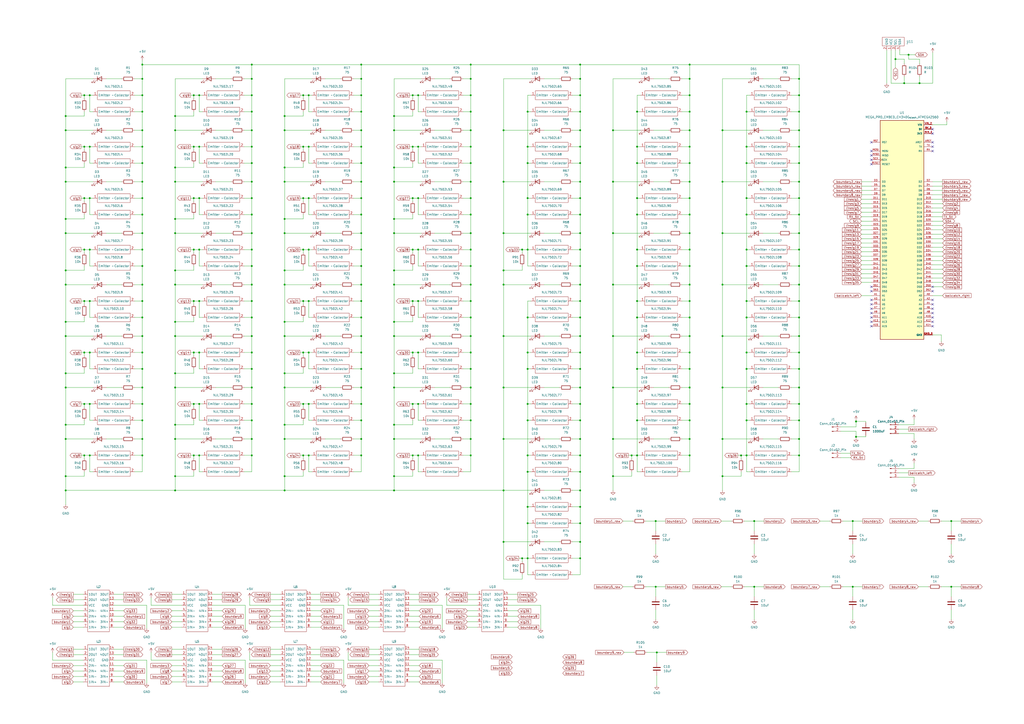
<source format=kicad_sch>
(kicad_sch (version 20231120) (generator "eeschema") (generator_version "8.0")
  (paper "A2")
  (lib_symbols
    (symbol "Connector:Conn_01x02_Pin" (pin_names (offset 1.016) hide)
      (property "Reference" "J" (at 0 2.54 0))
      (property "Value" "Conn_01x02_Pin" (at 0 -5.08 0))
      (symbol "Conn_01x02_Pin_1_1"
        (pin passive line (at 5.08 0 180) (length 3.81) (name "Pin_1") (number "1"))
        (pin passive line (at 5.08 -2.54 180) (length 3.81) (name "Pin_2") (number "2"))
      )
    )
    (symbol "Connector:Conn_01x03_Pin" (pin_names (offset 1.016) hide)
      (property "Reference" "J" (at 0 5.08 0))
      (property "Value" "Conn_01x03_Pin" (at 0 -5.08 0))
      (symbol "Conn_01x03_Pin_1_1"
        (pin passive line (at 5.08 2.54 180) (length 3.81) (name "Pin_1") (number "1"))
        (pin passive line (at 5.08 0 180) (length 3.81) (name "Pin_2") (number "2"))
        (pin passive line (at 5.08 -2.54 180) (length 3.81) (name "Pin_3") (number "3"))
      )
    )
    (symbol "Device:C" (pin_numbers hide) (pin_names (offset 0.254))
      (property "Reference" "C" (at 0.635 2.54 0))
      (property "Value" "C" (at 0.635 -2.54 0))
      (symbol "C_1_1"
        (pin passive line (at 0 3.81 270) (length 2.794) (name "~") (number "1"))
        (pin passive line (at 0 -3.81 90) (length 2.794) (name "~") (number "2"))
      )
    )
    (symbol "Device:LED" (pin_numbers hide) (pin_names (offset 1.016) hide)
      (property "Reference" "D" (at 0 2.54 0))
      (property "Value" "LED" (at 0 -2.54 0))
      (symbol "LED_1_1"
        (pin passive line (at -3.81 0 0) (length 2.54) (name "K") (number "1"))
        (pin passive line (at 3.81 0 180) (length 2.54) (name "A") (number "2"))
      )
    )
    (symbol "Device:R" (pin_numbers hide) (pin_names (offset 0))
      (property "Reference" "R" (at 2.032 0 90))
      (property "Value" "R" (at 0 0 90))
      (symbol "R_1_1"
        (pin passive line (at 0 3.81 270) (length 1.27) (name "~") (number "1"))
        (pin passive line (at 0 -3.81 90) (length 1.27) (name "~") (number "2"))
      )
    )
    (symbol "MEGA_PRO_EMBED_CH340G___ATMEGA2560:MEGA_PRO_EMBED_CH340G_/_ATMEGA2560" (pin_names (offset 1.016))
      (property "Reference" "U" (at -12.7 63.5 0))
      (property "Value" "MEGA_PRO_EMBED_CH340G_{slash}_ATMEGA2560" (at -12.7 -66.04 0))
      (symbol "MEGA_PRO_EMBED_CH340G_/_ATMEGA2560_0_0"
        (pin power_in line (at 17.78 55.88 180) (length 5.08) (name "3V3") (number "3V3_1"))
        (pin power_in line (at 17.78 55.88 180) (length 5.08) (name "3V3") (number "3V3_2"))
        (pin power_in line (at 17.78 58.42 180) (length 5.08) (name "5V") (number "5V_1"))
        (pin power_in line (at 17.78 58.42 180) (length 5.08) (name "5V") (number "5V_2"))
        (pin power_in line (at 17.78 58.42 180) (length 5.08) (name "5V") (number "5V_3"))
        (pin bidirectional line (at 17.78 -38.1 180) (length 5.08) (name "A0") (number "A0"))
        (pin bidirectional line (at -17.78 -38.1 0) (length 5.08) (name "A1") (number "A1"))
        (pin bidirectional line (at 17.78 -50.8 180) (length 5.08) (name "A10") (number "A10"))
        (pin bidirectional line (at -17.78 -50.8 0) (length 5.08) (name "A11") (number "A11"))
        (pin bidirectional line (at 17.78 -53.34 180) (length 5.08) (name "A12") (number "A12"))
        (pin bidirectional line (at -17.78 -53.34 0) (length 5.08) (name "A13") (number "A13"))
        (pin bidirectional line (at 17.78 -55.88 180) (length 5.08) (name "A14") (number "A14"))
        (pin bidirectional line (at -17.78 -55.88 0) (length 5.08) (name "A15") (number "A15"))
        (pin bidirectional line (at 17.78 -40.64 180) (length 5.08) (name "A2") (number "A2"))
        (pin bidirectional line (at -17.78 -40.64 0) (length 5.08) (name "A3") (number "A3"))
        (pin bidirectional line (at 17.78 -43.18 180) (length 5.08) (name "A4") (number "A4"))
        (pin bidirectional line (at -17.78 -43.18 0) (length 5.08) (name "A5") (number "A5"))
        (pin bidirectional line (at 17.78 -45.72 180) (length 5.08) (name "A6") (number "A6"))
        (pin bidirectional line (at -17.78 -45.72 0) (length 5.08) (name "A7") (number "A7"))
        (pin bidirectional line (at 17.78 -48.26 180) (length 5.08) (name "A8") (number "A8"))
        (pin bidirectional line (at -17.78 -48.26 0) (length 5.08) (name "A9") (number "A9"))
        (pin bidirectional line (at 17.78 50.8 180) (length 5.08) (name "AREF") (number "AREF"))
        (pin bidirectional line (at 17.78 17.78 180) (length 5.08) (name "D10") (number "D10"))
        (pin bidirectional line (at -17.78 17.78 0) (length 5.08) (name "D11") (number "D11"))
        (pin bidirectional line (at 17.78 15.24 180) (length 5.08) (name "D12") (number "D12"))
        (pin bidirectional line (at -17.78 15.24 0) (length 5.08) (name "D13") (number "D13"))
        (pin bidirectional line (at 17.78 12.7 180) (length 5.08) (name "D14") (number "D14"))
        (pin bidirectional line (at -17.78 12.7 0) (length 5.08) (name "D15") (number "D15"))
        (pin bidirectional line (at 17.78 10.16 180) (length 5.08) (name "D16") (number "D16"))
        (pin bidirectional line (at -17.78 10.16 0) (length 5.08) (name "D17") (number "D17"))
        (pin bidirectional line (at 17.78 7.62 180) (length 5.08) (name "D18") (number "D18"))
        (pin bidirectional line (at -17.78 7.62 0) (length 5.08) (name "D19") (number "D19"))
        (pin bidirectional line (at 17.78 27.94 180) (length 5.08) (name "D2") (number "D2"))
        (pin bidirectional line (at 17.78 5.08 180) (length 5.08) (name "D20") (number "D20"))
        (pin bidirectional line (at -17.78 5.08 0) (length 5.08) (name "D21") (number "D21"))
        (pin bidirectional line (at 17.78 2.54 180) (length 5.08) (name "D22") (number "D22"))
        (pin bidirectional line (at -17.78 2.54 0) (length 5.08) (name "D23") (number "D23"))
        (pin bidirectional line (at 17.78 0 180) (length 5.08) (name "D24") (number "D24"))
        (pin bidirectional line (at -17.78 0 0) (length 5.08) (name "D25") (number "D25"))
        (pin bidirectional line (at 17.78 -2.54 180) (length 5.08) (name "D26") (number "D26"))
        (pin bidirectional line (at -17.78 -2.54 0) (length 5.08) (name "D27") (number "D27"))
        (pin bidirectional line (at 17.78 -5.08 180) (length 5.08) (name "D28") (number "D28"))
        (pin bidirectional line (at -17.78 -5.08 0) (length 5.08) (name "D29") (number "D29"))
        (pin bidirectional line (at -17.78 27.94 0) (length 5.08) (name "D3") (number "D3"))
        (pin bidirectional line (at 17.78 -7.62 180) (length 5.08) (name "D30") (number "D30"))
        (pin bidirectional line (at -17.78 -7.62 0) (length 5.08) (name "D31") (number "D31"))
        (pin bidirectional line (at 17.78 -10.16 180) (length 5.08) (name "D32") (number "D32"))
        (pin bidirectional line (at -17.78 -10.16 0) (length 5.08) (name "D33") (number "D33"))
        (pin bidirectional line (at 17.78 -12.7 180) (length 5.08) (name "D34") (number "D34"))
        (pin bidirectional line (at -17.78 -12.7 0) (length 5.08) (name "D35") (number "D35"))
        (pin bidirectional line (at 17.78 -15.24 180) (length 5.08) (name "D36") (number "D36"))
        (pin bidirectional line (at -17.78 -15.24 0) (length 5.08) (name "D37") (number "D37"))
        (pin bidirectional line (at 17.78 -17.78 180) (length 5.08) (name "D38") (number "D38"))
        (pin bidirectional line (at -17.78 -17.78 0) (length 5.08) (name "D39") (number "D39"))
        (pin bidirectional line (at 17.78 25.4 180) (length 5.08) (name "D4") (number "D4"))
        (pin bidirectional line (at 17.78 -20.32 180) (length 5.08) (name "D40") (number "D40"))
        (pin bidirectional line (at -17.78 -20.32 0) (length 5.08) (name "D41") (number "D41"))
        (pin bidirectional line (at 17.78 -22.86 180) (length 5.08) (name "D42") (number "D42"))
        (pin bidirectional line (at -17.78 -22.86 0) (length 5.08) (name "D43") (number "D43"))
        (pin bidirectional line (at 17.78 -25.4 180) (length 5.08) (name "D44") (number "D44"))
        (pin bidirectional line (at -17.78 -25.4 0) (length 5.08) (name "D45") (number "D45"))
        (pin bidirectional line (at 17.78 -27.94 180) (length 5.08) (name "D46") (number "D46"))
        (pin bidirectional line (at -17.78 -27.94 0) (length 5.08) (name "D47") (number "D47"))
        (pin bidirectional line (at 17.78 -30.48 180) (length 5.08) (name "D48") (number "D48"))
        (pin bidirectional line (at -17.78 -30.48 0) (length 5.08) (name "D49") (number "D49"))
        (pin bidirectional line (at -17.78 25.4 0) (length 5.08) (name "D5") (number "D5"))
        (pin bidirectional line (at 17.78 -33.02 180) (length 5.08) (name "D50") (number "D50"))
        (pin bidirectional line (at -17.78 -33.02 0) (length 5.08) (name "D51") (number "D51"))
        (pin bidirectional line (at 17.78 -35.56 180) (length 5.08) (name "D52") (number "D52"))
        (pin bidirectional line (at -17.78 -35.56 0) (length 5.08) (name "D53") (number "D53"))
        (pin bidirectional line (at 17.78 22.86 180) (length 5.08) (name "D6") (number "D6"))
        (pin bidirectional line (at -17.78 22.86 0) (length 5.08) (name "D7") (number "D7"))
        (pin bidirectional line (at 17.78 20.32 180) (length 5.08) (name "D8") (number "D8"))
        (pin bidirectional line (at -17.78 20.32 0) (length 5.08) (name "D9") (number "D9"))
        (pin power_in line (at 17.78 -60.96 180) (length 5.08) (name "GND") (number "GND_1"))
        (pin power_in line (at 17.78 -60.96 180) (length 5.08) (name "GND") (number "GND_2"))
        (pin power_in line (at 17.78 -60.96 180) (length 5.08) (name "GND") (number "GND_3"))
        (pin bidirectional line (at -17.78 43.18 0) (length 5.08) (name "MISO") (number "MISO"))
        (pin bidirectional line (at -17.78 45.72 0) (length 5.08) (name "MOSI") (number "MOSI"))
        (pin input line (at -17.78 38.1 0) (length 5.08) (name "RESET") (number "RESET"))
        (pin input line (at -17.78 50.8 0) (length 5.08) (name "RST") (number "RST"))
        (pin input line (at 17.78 45.72 180) (length 5.08) (name "RX") (number "RX"))
        (pin bidirectional clock (at -17.78 40.64 0) (length 5.08) (name "SCK") (number "SCK"))
        (pin output line (at 17.78 48.26 180) (length 5.08) (name "TX") (number "TX"))
        (pin power_in line (at 17.78 60.96 180) (length 5.08) (name "VIN") (number "VIN_1"))
        (pin power_in line (at 17.78 60.96 180) (length 5.08) (name "VIN") (number "VIN_2"))
      )
    )
    (symbol "power:+5V" (power) (pin_names (offset 0))
      (property "Value" "+5V" (at 0 3.556 0))
      (symbol "+5V_1_1"
        (pin power_in line (at 0 0 90) (length 0) hide (name "+5V") (number "1"))
      )
    )
    (symbol "power:GND" (power) (pin_names (offset 0))
      (property "Value" "GND" (at 0 -3.81 0))
      (symbol "GND_1_1"
        (pin power_in line (at 0 0 270) (length 0) hide (name "GND") (number "1"))
      )
    )
    (symbol "sunpare2023:LM339"
      (property "Reference" "U" (at 0 0 0))
      (symbol "LM339_1_1"
        (pin passive line (at -8.89 -3.81 0) (length 2.54) (name "1OUT") (number "1"))
        (pin passive line (at 8.89 -16.51 180) (length 2.54) (name "4IN-") (number "10"))
        (pin passive line (at 8.89 -13.335 180) (length 2.54) (name "4IN+") (number "11"))
        (pin passive line (at 8.89 -10.16 180) (length 2.54) (name "GND") (number "12"))
        (pin passive line (at 8.89 -6.985 180) (length 2.54) (name "4OUT") (number "13"))
        (pin passive line (at 8.89 -3.81 180) (length 2.54) (name "3OUT") (number "14"))
        (pin passive line (at -8.89 -6.985 0) (length 2.54) (name "2OUT") (number "2"))
        (pin passive line (at -8.89 -10.16 0) (length 2.54) (name "VCC") (number "3"))
        (pin passive line (at -8.89 -13.335 0) (length 2.54) (name "2IN-") (number "4"))
        (pin passive line (at -8.89 -16.51 0) (length 2.54) (name "2IN+") (number "5"))
        (pin passive line (at -8.89 -19.685 0) (length 2.54) (name "1IN-") (number "6"))
        (pin passive line (at -8.89 -22.86 0) (length 2.54) (name "1IN+") (number "7"))
        (pin passive line (at 8.89 -22.86 180) (length 2.54) (name "3IN-") (number "8"))
        (pin passive line (at 8.89 -19.685 180) (length 2.54) (name "3IN+") (number "9"))
      )
    )
    (symbol "sunpare2023:NJL7502L"
      (property "Reference" "NJL7502L" (at 0 3.81 0))
      (symbol "NJL7502L_1_1"
        (pin passive line (at -11.43 0 0) (length 2.54) (name "Emitter") (number "1"))
        (pin passive line (at 12.7 0 180) (length 2.54) (name "Collector") (number "2"))
      )
    )
    (symbol "sunpare2023:SSD1306"
      (property "Reference" "U" (at 0 9.652 0))
      (symbol "SSD1306_1_1"
        (pin passive line (at -1.27 0 90) (length 2.54) (name "VCC") (number "1"))
        (pin passive line (at -3.81 0 90) (length 2.54) (name "GND") (number "2"))
        (pin passive line (at 1.27 0 90) (length 2.54) (name "SCL") (number "3"))
        (pin passive line (at 3.81 0 90) (length 2.54) (name "SDA") (number "4"))
      )
    )
  )
  (junction (at 146.05 105.41))
  (junction (at 306.07 64.77))
  (junction (at 496.57 253.365))
  (junction (at 48.895 174.625))
  (junction (at 101.6 246.38))
  (junction (at 306.07 303.53))
  (junction (at 101.6 75.565))
  (junction (at 209.55 165.1))
  (junction (at 165.1 224.79))
  (junction (at 242.57 55.245))
  (junction (at 38.1 97.155))
  (junction (at 292.1 284.48))
  (junction (at 433.07 154.305))
  (junction (at 82.55 194.945))
  (junction (at 239.395 204.47))
  (junction (at 209.55 75.565))
  (junction (at 400.05 264.16))
  (junction (at 292.1 105.41))
  (junction (at 463.55 224.79))
  (junction (at 48.895 234.315))
  (junction (at 369.57 174.625))
  (junction (at 400.05 45.72))
  (junction (at 273.05 135.255))
  (junction (at 302.895 144.78))
  (junction (at 306.07 273.685))
  (junction (at 273.05 45.72))
  (junction (at 400.05 165.1))
  (junction (at 82.55 105.41))
  (junction (at 519.43 34.29))
  (junction (at 146.05 154.305))
  (junction (at 336.55 213.995))
  (junction (at 433.07 94.615))
  (junction (at 52.07 174.625))
  (junction (at 146.05 174.625))
  (junction (at 38.1 216.535))
  (junction (at 146.05 254.635))
  (junction (at 419.1 224.79))
  (junction (at 82.55 224.79))
  (junction (at 209.55 184.15))
  (junction (at 400.05 55.245))
  (junction (at 369.57 213.995))
  (junction (at 146.05 135.255))
  (junction (at 400.05 243.84))
  (junction (at 165.1 156.845))
  (junction (at 419.1 105.41))
  (junction (at 165.1 127))
  (junction (at 175.895 204.47))
  (junction (at 38.1 127))
  (junction (at 175.895 55.245))
  (junction (at 48.895 264.16))
  (junction (at 369.57 124.46))
  (junction (at 463.55 114.935))
  (junction (at 336.55 144.78))
  (junction (at 115.57 114.935))
  (junction (at 336.55 224.79))
  (junction (at 228.6 284.48))
  (junction (at 82.55 174.625))
  (junction (at 336.55 234.315))
  (junction (at 463.55 85.09))
  (junction (at 380.365 340.36))
  (junction (at 336.55 184.15))
  (junction (at 355.6 105.41))
  (junction (at 228.6 127))
  (junction (at 336.55 135.255))
  (junction (at 228.6 254.635))
  (junction (at 527.05 31.75))
  (junction (at 369.57 204.47))
  (junction (at 433.07 174.625))
  (junction (at 52.07 264.16))
  (junction (at 38.1 75.565))
  (junction (at 419.1 135.255))
  (junction (at 366.395 264.16))
  (junction (at 112.395 144.78))
  (junction (at 336.55 294.005))
  (junction (at 306.07 264.16))
  (junction (at 38.1 186.69))
  (junction (at 165.1 186.69))
  (junction (at 179.07 264.16))
  (junction (at 38.1 284.48))
  (junction (at 101.6 194.945))
  (junction (at 175.895 144.78))
  (junction (at 306.07 204.47))
  (junction (at 273.05 264.16))
  (junction (at 209.55 37.465))
  (junction (at 38.1 105.41))
  (junction (at 292.1 135.255))
  (junction (at 400.05 124.46))
  (junction (at 273.05 213.995))
  (junction (at 146.05 45.72))
  (junction (at 101.6 216.535))
  (junction (at 336.55 154.305))
  (junction (at 146.05 64.77))
  (junction (at 400.05 194.945))
  (junction (at 369.57 144.78))
  (junction (at 273.05 75.565))
  (junction (at 369.57 234.315))
  (junction (at 292.1 314.325))
  (junction (at 82.55 55.245))
  (junction (at 419.1 75.565))
  (junction (at 433.07 184.15))
  (junction (at 209.55 45.72))
  (junction (at 115.57 174.625))
  (junction (at 101.6 254.635))
  (junction (at 273.05 105.41))
  (junction (at 82.55 165.1))
  (junction (at 112.395 85.09))
  (junction (at 306.07 234.315))
  (junction (at 400.05 204.47))
  (junction (at 165.1 135.255))
  (junction (at 52.07 144.78))
  (junction (at 463.55 94.615))
  (junction (at 369.57 184.15))
  (junction (at 336.55 314.325))
  (junction (at 242.57 264.16))
  (junction (at 369.57 94.615))
  (junction (at 209.55 64.77))
  (junction (at 273.05 194.945))
  (junction (at 336.55 284.48))
  (junction (at 48.895 55.245))
  (junction (at 146.05 184.15))
  (junction (at 112.395 234.315))
  (junction (at 355.6 75.565))
  (junction (at 463.55 254.635))
  (junction (at 242.57 114.935))
  (junction (at 179.07 204.47))
  (junction (at 228.6 194.945))
  (junction (at 336.55 64.77))
  (junction (at 336.55 114.935))
  (junction (at 433.07 114.935))
  (junction (at 179.07 234.315))
  (junction (at 306.07 294.005))
  (junction (at 146.05 114.935))
  (junction (at 433.07 234.315))
  (junction (at 355.6 194.945))
  (junction (at 336.55 75.565))
  (junction (at 175.895 114.935))
  (junction (at 38.1 135.255))
  (junction (at 179.07 144.78))
  (junction (at 115.57 234.315))
  (junction (at 175.895 174.625))
  (junction (at 38.1 165.1))
  (junction (at 496.57 244.475))
  (junction (at 48.895 85.09))
  (junction (at 273.05 165.1))
  (junction (at 306.07 85.09))
  (junction (at 336.55 323.85))
  (junction (at 38.1 276.225))
  (junction (at 242.57 234.315))
  (junction (at 494.665 302.26))
  (junction (at 209.55 124.46))
  (junction (at 463.55 194.945))
  (junction (at 242.57 144.78))
  (junction (at 165.1 75.565))
  (junction (at 306.07 243.84))
  (junction (at 228.6 276.225))
  (junction (at 273.05 94.615))
  (junction (at 242.57 85.09))
  (junction (at 463.55 154.305))
  (junction (at 400.05 224.79))
  (junction (at 273.05 85.09))
  (junction (at 209.55 174.625))
  (junction (at 239.395 55.245))
  (junction (at 52.07 85.09))
  (junction (at 463.55 174.625))
  (junction (at 437.515 302.26))
  (junction (at 306.07 144.78))
  (junction (at 306.07 124.46))
  (junction (at 209.55 194.945))
  (junction (at 433.07 264.16))
  (junction (at 302.895 323.85))
  (junction (at 369.57 154.305))
  (junction (at 336.55 243.84))
  (junction (at 165.1 276.225))
  (junction (at 463.55 124.46))
  (junction (at 209.55 85.09))
  (junction (at 179.07 114.935))
  (junction (at 524.51 48.26))
  (junction (at 369.57 243.84))
  (junction (at 209.55 254.635))
  (junction (at 52.07 55.245))
  (junction (at 463.55 144.78))
  (junction (at 112.395 114.935))
  (junction (at 112.395 55.245))
  (junction (at 228.6 75.565))
  (junction (at 400.05 234.315))
  (junction (at 381 378.46))
  (junction (at 273.05 64.77))
  (junction (at 112.395 174.625))
  (junction (at 209.55 224.79))
  (junction (at 179.07 85.09))
  (junction (at 433.07 144.78))
  (junction (at 228.6 186.69))
  (junction (at 336.55 105.41))
  (junction (at 82.55 75.565))
  (junction (at 82.55 37.465))
  (junction (at 146.05 224.79))
  (junction (at 463.55 165.1))
  (junction (at 273.05 184.15))
  (junction (at 52.07 204.47))
  (junction (at 82.55 144.78))
  (junction (at 242.57 174.625))
  (junction (at 273.05 204.47))
  (junction (at 146.05 165.1))
  (junction (at 209.55 264.16))
  (junction (at 433.07 243.84))
  (junction (at 146.05 243.84))
  (junction (at 228.6 67.31))
  (junction (at 38.1 67.31))
  (junction (at 463.55 243.84))
  (junction (at 400.05 144.78))
  (junction (at 292.1 156.845))
  (junction (at 273.05 55.245))
  (junction (at 463.55 55.245))
  (junction (at 433.07 64.77))
  (junction (at 82.55 114.935))
  (junction (at 437.515 340.36))
  (junction (at 115.57 144.78))
  (junction (at 239.395 264.16))
  (junction (at 336.55 45.72))
  (junction (at 336.55 165.1))
  (junction (at 38.1 254.635))
  (junction (at 355.6 254.635))
  (junction (at 228.6 165.1))
  (junction (at 82.55 135.255))
  (junction (at 209.55 135.255))
  (junction (at 38.1 194.945))
  (junction (at 146.05 94.615))
  (junction (at 336.55 85.09))
  (junction (at 146.05 234.315))
  (junction (at 209.55 213.995))
  (junction (at 336.55 264.16))
  (junction (at 101.6 156.845))
  (junction (at 228.6 105.41))
  (junction (at 355.6 165.1))
  (junction (at 239.395 234.315))
  (junction (at 82.55 234.315))
  (junction (at 336.55 204.47))
  (junction (at 380.365 302.26))
  (junction (at 228.6 216.535))
  (junction (at 433.07 124.46))
  (junction (at 101.6 276.225))
  (junction (at 463.55 105.41))
  (junction (at 433.07 204.47))
  (junction (at 400.05 184.15))
  (junction (at 273.05 144.78))
  (junction (at 494.665 340.36))
  (junction (at 146.05 75.565))
  (junction (at 273.05 234.315))
  (junction (at 209.55 94.615))
  (junction (at 101.6 165.1))
  (junction (at 82.55 213.995))
  (junction (at 400.05 105.41))
  (junction (at 336.55 94.615))
  (junction (at 101.6 67.31))
  (junction (at 228.6 97.155))
  (junction (at 209.55 105.41))
  (junction (at 209.55 234.315))
  (junction (at 228.6 246.38))
  (junction (at 239.395 144.78))
  (junction (at 306.07 213.995))
  (junction (at 306.07 184.15))
  (junction (at 115.57 85.09))
  (junction (at 292.1 194.945))
  (junction (at 400.05 94.615))
  (junction (at 82.55 124.46))
  (junction (at 400.05 114.935))
  (junction (at 175.895 264.16))
  (junction (at 463.55 213.995))
  (junction (at 101.6 97.155))
  (junction (at 463.55 64.77))
  (junction (at 292.1 75.565))
  (junction (at 400.05 154.305))
  (junction (at 419.1 254.635))
  (junction (at 429.895 264.16))
  (junction (at 209.55 154.305))
  (junction (at 242.57 204.47))
  (junction (at 52.07 234.315))
  (junction (at 209.55 204.47))
  (junction (at 146.05 194.945))
  (junction (at 101.6 224.79))
  (junction (at 52.07 114.935))
  (junction (at 369.57 64.77))
  (junction (at 463.55 234.315))
  (junction (at 82.55 204.47))
  (junction (at 273.05 114.935))
  (junction (at 355.6 276.225))
  (junction (at 400.05 85.09))
  (junction (at 463.55 75.565))
  (junction (at 82.55 94.615))
  (junction (at 551.815 340.36))
  (junction (at 112.395 204.47))
  (junction (at 306.07 323.85))
  (junction (at 400.05 75.565))
  (junction (at 533.4 48.26))
  (junction (at 82.55 254.635))
  (junction (at 463.55 45.72))
  (junction (at 165.1 216.535))
  (junction (at 400.05 174.625))
  (junction (at 369.57 114.935))
  (junction (at 400.05 37.465))
  (junction (at 101.6 186.69))
  (junction (at 336.55 55.245))
  (junction (at 239.395 85.09))
  (junction (at 115.57 264.16))
  (junction (at 273.05 154.305))
  (junction (at 165.1 105.41))
  (junction (at 209.55 243.84))
  (junction (at 115.57 204.47))
  (junction (at 101.6 284.48))
  (junction (at 112.395 264.16))
  (junction (at 273.05 224.79))
  (junction (at 463.55 204.47))
  (junction (at 273.05 254.635))
  (junction (at 369.57 85.09))
  (junction (at 38.1 156.845))
  (junction (at 38.1 224.79))
  (junction (at 165.1 165.1))
  (junction (at 209.55 144.78))
  (junction (at 146.05 55.245))
  (junction (at 292.1 254.635))
  (junction (at 228.6 135.255))
  (junction (at 101.6 127))
  (junction (at 209.55 55.245))
  (junction (at 355.6 135.255))
  (junction (at 400.05 135.255))
  (junction (at 228.6 224.79))
  (junction (at 273.05 37.465))
  (junction (at 146.05 124.46))
  (junction (at 101.6 105.41))
  (junction (at 82.55 184.15))
  (junction (at 292.1 165.1))
  (junction (at 48.895 114.935))
  (junction (at 369.57 264.16))
  (junction (at 82.55 85.09))
  (junction (at 165.1 246.38))
  (junction (at 146.05 204.47))
  (junction (at 179.07 55.245))
  (junction (at 209.55 114.935))
  (junction (at 433.07 85.09))
  (junction (at 165.1 67.31))
  (junction (at 228.6 156.845))
  (junction (at 336.55 254.635))
  (junction (at 146.05 213.995))
  (junction (at 336.55 124.46))
  (junction (at 82.55 154.305))
  (junction (at 146.05 264.16))
  (junction (at 175.895 234.315))
  (junction (at 551.815 302.26))
  (junction (at 419.1 194.945))
  (junction (at 336.55 303.53))
  (junction (at 239.395 114.935))
  (junction (at 400.05 254.635))
  (junction (at 306.07 114.935))
  (junction (at 179.07 174.625))
  (junction (at 146.05 144.78))
  (junction (at 419.1 276.225))
  (junction (at 165.1 284.48))
  (junction (at 400.05 64.77))
  (junction (at 239.395 174.625))
  (junction (at 433.07 213.995))
  (junction (at 336.55 37.465))
  (junction (at 115.57 55.245))
  (junction (at 82.55 45.72))
  (junction (at 38.1 246.38))
  (junction (at 82.55 243.84))
  (junction (at 273.05 124.46))
  (junction (at 48.895 204.47))
  (junction (at 336.55 174.625))
  (junction (at 82.55 64.77))
  (junction (at 273.05 174.625))
  (junction (at 146.05 37.465))
  (junction (at 463.55 264.16))
  (junction (at 165.1 194.945))
  (junction (at 273.05 243.84))
  (junction (at 165.1 254.635))
  (junction (at 463.55 135.255))
  (junction (at 101.6 135.255))
  (junction (at 48.895 144.78))
  (junction (at 400.05 213.995))
  (junction (at 336.55 273.685))
  (junction (at 463.55 184.15))
  (junction (at 165.1 97.155))
  (junction (at 146.05 85.09))
  (junction (at 306.07 94.615))
  (junction (at 175.895 85.09))
  (junction (at 355.6 224.79))
  (junction (at 292.1 224.79))
  (junction (at 419.1 165.1))
  (junction (at 336.55 194.945))
  (junction (at 82.55 264.16))
  (no_connect (at 541.02 77.47))
  (no_connect (at 505.46 95.25))
  (no_connect (at 541.02 85.09))
  (no_connect (at 541.02 82.55))
  (no_connect (at 505.46 179.07))
  (no_connect (at 505.46 186.69))
  (no_connect (at 541.02 173.99))
  (no_connect (at 505.46 87.63))
  (no_connect (at 541.02 189.23))
  (no_connect (at 541.02 186.69))
  (no_connect (at 505.46 173.99))
  (no_connect (at 541.02 181.61))
  (no_connect (at 541.02 184.15))
  (no_connect (at 505.46 176.53))
  (no_connect (at 505.46 166.37))
  (no_connect (at 505.46 181.61))
  (no_connect (at 541.02 176.53))
  (no_connect (at 505.46 189.23))
  (no_connect (at 541.02 74.93))
  (no_connect (at 505.46 90.17))
  (no_connect (at 541.02 168.91))
  (no_connect (at 505.46 92.71))
  (no_connect (at 505.46 82.55))
  (no_connect (at 541.02 87.63))
  (no_connect (at 505.46 184.15))
  (no_connect (at 505.46 168.91))
  (no_connect (at 541.02 166.37))
  (no_connect (at 541.02 179.07))
  (wire (pts (xy 487.68 247.65) (xy 496.57 247.65)))
  (wire (pts (xy 78.105 124.46) (xy 82.55 124.46)))
  (wire (pts (xy 242.57 264.16) (xy 242.57 273.685)))
  (wire (pts (xy 180.34 357.505) (xy 186.055 357.505)))
  (wire (pts (xy 52.07 55.245) (xy 52.07 64.77)))
  (wire (pts (xy 524.51 36.83) (xy 524.51 34.29)))
  (wire (pts (xy 242.57 55.245) (xy 242.57 64.77)))
  (wire (pts (xy 228.6 165.1) (xy 244.475 165.1)))
  (wire (pts (xy 117.475 114.935) (xy 115.57 114.935)))
  (wire (pts (xy 209.55 264.16) (xy 209.55 273.685)))
  (wire (pts (xy 533.4 34.29) (xy 527.05 34.29)))
  (wire (pts (xy 242.57 273.685) (xy 244.475 273.685)))
  (wire (pts (xy 78.105 273.685) (xy 82.55 273.685)))
  (wire (pts (xy 101.6 127) (xy 101.6 135.255)))
  (wire (pts (xy 115.57 273.685) (xy 117.475 273.685)))
  (wire (pts (xy 101.6 246.38) (xy 101.6 254.635)))
  (wire (pts (xy 541.02 133.35) (xy 546.735 133.35)))
  (wire (pts (xy 400.05 213.995) (xy 400.05 224.79)))
  (wire (pts (xy 336.55 243.84) (xy 336.55 254.635)))
  (wire (pts (xy 146.05 75.565) (xy 146.05 85.09)))
  (wire (pts (xy 209.55 37.465) (xy 273.05 37.465)))
  (wire (pts (xy 268.605 243.84) (xy 273.05 243.84)))
  (wire (pts (xy 302.895 323.85) (xy 302.895 325.755)))
  (wire (pts (xy 459.105 184.15) (xy 463.55 184.15)))
  (wire (pts (xy 209.55 55.245) (xy 209.55 64.77)))
  (wire (pts (xy 463.55 264.16) (xy 463.55 273.685)))
  (wire (pts (xy 256.54 351.155) (xy 256.54 364.49)))
  (wire (pts (xy 101.6 45.72) (xy 117.475 45.72)))
  (wire (pts (xy 66.04 395.605) (xy 71.755 395.605)))
  (wire (pts (xy 209.55 135.255) (xy 209.55 144.78)))
  (wire (pts (xy 117.475 144.78) (xy 115.57 144.78)))
  (wire (pts (xy 38.1 127) (xy 38.1 135.255)))
  (wire (pts (xy 307.975 174.625) (xy 306.07 174.625)))
  (wire (pts (xy 369.57 204.47) (xy 369.57 213.995)))
  (wire (pts (xy 244.475 264.16) (xy 242.57 264.16)))
  (wire (pts (xy 101.6 165.1) (xy 101.6 186.69)))
  (wire (pts (xy 239.395 264.16) (xy 242.57 264.16)))
  (wire (pts (xy 117.475 204.47) (xy 115.57 204.47)))
  (wire (pts (xy 205.105 75.565) (xy 209.55 75.565)))
  (wire (pts (xy 307.975 114.935) (xy 306.07 114.935)))
  (wire (pts (xy 433.07 184.15) (xy 433.07 204.47)))
  (wire (pts (xy 85.09 382.905) (xy 85.09 396.24)))
  (wire (pts (xy 521.335 271.78) (xy 530.225 271.78)))
  (wire (pts (xy 530.225 251.46) (xy 530.225 254.635)))
  (wire (pts (xy 219.71 363.855) (xy 213.995 363.855)))
  (wire (pts (xy 228.6 75.565) (xy 228.6 97.155)))
  (wire (pts (xy 380.365 315.595) (xy 380.365 321.31)))
  (wire (pts (xy 242.57 213.995) (xy 244.475 213.995)))
  (wire (pts (xy 78.105 165.1) (xy 82.55 165.1)))
  (wire (pts (xy 239.395 144.78) (xy 239.395 146.685)))
  (wire (pts (xy 400.05 37.465) (xy 463.55 37.465)))
  (wire (pts (xy 395.605 243.84) (xy 400.05 243.84)))
  (wire (pts (xy 268.605 135.255) (xy 273.05 135.255)))
  (wire (pts (xy 306.07 303.53) (xy 307.975 303.53)))
  (wire (pts (xy 292.1 224.79) (xy 292.1 254.635)))
  (wire (pts (xy 38.1 276.225) (xy 48.895 276.225)))
  (wire (pts (xy 146.05 174.625) (xy 146.05 184.15)))
  (wire (pts (xy 175.895 85.09) (xy 175.895 86.995)))
  (wire (pts (xy 180.34 354.33) (xy 186.055 354.33)))
  (wire (pts (xy 459.105 114.935) (xy 463.55 114.935)))
  (wire (pts (xy 306.07 264.16) (xy 306.07 273.685)))
  (wire (pts (xy 38.1 127) (xy 48.895 127)))
  (wire (pts (xy 442.595 45.72) (xy 451.485 45.72)))
  (wire (pts (xy 252.095 45.72) (xy 260.985 45.72)))
  (wire (pts (xy 115.57 154.305) (xy 117.475 154.305)))
  (wire (pts (xy 209.55 194.945) (xy 209.55 204.47)))
  (wire (pts (xy 505.46 138.43) (xy 499.745 138.43)))
  (wire (pts (xy 61.595 105.41) (xy 70.485 105.41)))
  (wire (pts (xy 38.1 67.31) (xy 38.1 75.565)))
  (wire (pts (xy 302.895 144.78) (xy 302.895 146.685)))
  (wire (pts (xy 219.71 392.43) (xy 213.995 392.43)))
  (wire (pts (xy 175.895 114.935) (xy 179.07 114.935)))
  (wire (pts (xy 395.605 124.46) (xy 400.05 124.46)))
  (wire (pts (xy 369.57 64.77) (xy 371.475 64.77)))
  (wire (pts (xy 219.71 386.08) (xy 213.995 386.08)))
  (wire (pts (xy 165.1 224.79) (xy 165.1 246.38)))
  (wire (pts (xy 395.605 184.15) (xy 400.05 184.15)))
  (wire (pts (xy 400.05 243.84) (xy 400.05 254.635)))
  (wire (pts (xy 355.6 105.41) (xy 371.475 105.41)))
  (wire (pts (xy 332.105 323.85) (xy 336.55 323.85)))
  (wire (pts (xy 336.55 105.41) (xy 336.55 114.935)))
  (wire (pts (xy 66.04 357.505) (xy 71.755 357.505)))
  (wire (pts (xy 433.07 273.685) (xy 434.975 273.685)))
  (wire (pts (xy 38.1 105.41) (xy 53.975 105.41)))
  (wire (pts (xy 355.6 45.72) (xy 371.475 45.72)))
  (wire (pts (xy 541.02 120.65) (xy 546.735 120.65)))
  (wire (pts (xy 268.605 224.79) (xy 273.05 224.79)))
  (wire (pts (xy 141.605 144.78) (xy 146.05 144.78)))
  (wire (pts (xy 239.395 174.625) (xy 239.395 176.53)))
  (wire (pts (xy 379.095 45.72) (xy 387.985 45.72)))
  (wire (pts (xy 268.605 64.77) (xy 273.05 64.77)))
  (wire (pts (xy 433.07 184.15) (xy 434.975 184.15)))
  (wire (pts (xy 78.105 45.72) (xy 82.55 45.72)))
  (wire (pts (xy 125.095 105.41) (xy 133.985 105.41)))
  (wire (pts (xy 66.04 363.855) (xy 71.755 363.855)))
  (wire (pts (xy 48.26 395.605) (xy 42.545 395.605)))
  (wire (pts (xy 78.105 154.305) (xy 82.55 154.305)))
  (wire (pts (xy 336.55 224.79) (xy 336.55 234.315)))
  (wire (pts (xy 48.26 347.98) (xy 42.545 347.98)))
  (wire (pts (xy 105.41 363.855) (xy 99.695 363.855)))
  (wire (pts (xy 53.975 55.245) (xy 52.07 55.245)))
  (wire (pts (xy 395.605 273.685) (xy 400.05 273.685)))
  (wire (pts (xy 355.6 165.1) (xy 355.6 194.945)))
  (wire (pts (xy 292.1 335.915) (xy 302.895 335.915)))
  (wire (pts (xy 306.07 85.09) (xy 306.07 94.615)))
  (wire (pts (xy 463.55 213.995) (xy 463.55 224.79)))
  (wire (pts (xy 209.55 204.47) (xy 209.55 213.995)))
  (wire (pts (xy 38.1 194.945) (xy 53.975 194.945)))
  (wire (pts (xy 292.1 194.945) (xy 307.975 194.945)))
  (wire (pts (xy 112.395 273.685) (xy 112.395 276.225)))
  (wire (pts (xy 496.57 244.475) (xy 496.57 247.65)))
  (wire (pts (xy 205.105 254.635) (xy 209.55 254.635)))
  (wire (pts (xy 336.55 213.995) (xy 336.55 224.79)))
  (wire (pts (xy 463.55 194.945) (xy 463.55 204.47)))
  (wire (pts (xy 101.6 194.945) (xy 117.475 194.945)))
  (wire (pts (xy 165.1 127) (xy 165.1 135.255)))
  (wire (pts (xy 112.395 114.935) (xy 115.57 114.935)))
  (wire (pts (xy 175.895 154.305) (xy 175.895 156.845)))
  (wire (pts (xy 205.105 234.315) (xy 209.55 234.315)))
  (wire (pts (xy 38.1 105.41) (xy 38.1 127)))
  (wire (pts (xy 115.57 174.625) (xy 115.57 184.15)))
  (wire (pts (xy 273.05 254.635) (xy 273.05 264.16)))
  (wire (pts (xy 179.07 154.305) (xy 180.975 154.305)))
  (wire (pts (xy 228.6 254.635) (xy 228.6 276.225)))
  (wire (pts (xy 273.05 184.15) (xy 273.05 194.945)))
  (wire (pts (xy 173.99 55.245) (xy 175.895 55.245)))
  (wire (pts (xy 276.86 360.68) (xy 271.145 360.68)))
  (wire (pts (xy 162.56 395.605) (xy 156.845 395.605)))
  (wire (pts (xy 355.6 254.635) (xy 371.475 254.635)))
  (wire (pts (xy 115.57 94.615) (xy 117.475 94.615)))
  (wire (pts (xy 179.07 114.935) (xy 179.07 124.46)))
  (wire (pts (xy 369.57 154.305) (xy 369.57 174.625)))
  (wire (pts (xy 179.07 213.995) (xy 180.975 213.995)))
  (wire (pts (xy 463.55 85.09) (xy 463.55 94.615)))
  (wire (pts (xy 112.395 213.995) (xy 112.395 216.535)))
  (wire (pts (xy 273.05 64.77) (xy 273.05 75.565)))
  (wire (pts (xy 209.55 75.565) (xy 209.55 85.09)))
  (wire (pts (xy 112.395 64.77) (xy 112.395 67.31)))
  (wire (pts (xy 112.395 204.47) (xy 115.57 204.47)))
  (wire (pts (xy 82.55 184.15) (xy 82.55 194.945)))
  (wire (pts (xy 112.395 85.09) (xy 112.395 86.995)))
  (wire (pts (xy 162.56 382.905) (xy 144.78 382.905)))
  (wire (pts (xy 175.895 273.685) (xy 175.895 276.225)))
  (wire (pts (xy 165.1 156.845) (xy 175.895 156.845)))
  (wire (pts (xy 38.1 254.635) (xy 53.975 254.635)))
  (wire (pts (xy 38.1 97.155) (xy 48.895 97.155)))
  (wire (pts (xy 48.895 234.315) (xy 48.895 236.22)))
  (wire (pts (xy 162.56 376.555) (xy 156.845 376.555)))
  (wire (pts (xy 239.395 114.935) (xy 239.395 116.84)))
  (wire (pts (xy 505.46 158.75) (xy 499.745 158.75)))
  (wire (pts (xy 541.02 166.37) (xy 546.735 166.37)))
  (wire (pts (xy 521.335 251.46) (xy 530.225 251.46)))
  (wire (pts (xy 112.395 144.78) (xy 115.57 144.78)))
  (wire (pts (xy 165.1 254.635) (xy 180.975 254.635)))
  (wire (pts (xy 228.6 276.225) (xy 239.395 276.225)))
  (wire (pts (xy 237.49 144.78) (xy 239.395 144.78)))
  (wire (pts (xy 442.595 194.945) (xy 451.485 194.945)))
  (wire (pts (xy 268.605 194.945) (xy 273.05 194.945)))
  (wire (pts (xy 242.57 154.305) (xy 244.475 154.305)))
  (wire (pts (xy 105.41 392.43) (xy 99.695 392.43)))
  (wire (pts (xy 165.1 75.565) (xy 180.975 75.565)))
  (wire (pts (xy 165.1 75.565) (xy 165.1 97.155)))
  (wire (pts (xy 146.05 114.935) (xy 146.05 124.46)))
  (wire (pts (xy 433.07 55.245) (xy 433.07 64.77)))
  (wire (pts (xy 395.605 224.79) (xy 400.05 224.79)))
  (wire (pts (xy 110.49 204.47) (xy 112.395 204.47)))
  (wire (pts (xy 306.07 154.305) (xy 307.975 154.305)))
  (wire (pts (xy 505.46 148.59) (xy 499.745 148.59)))
  (wire (pts (xy 179.07 273.685) (xy 180.975 273.685)))
  (wire (pts (xy 306.07 144.78) (xy 306.07 154.305)))
  (wire (pts (xy 48.895 55.245) (xy 48.895 57.15)))
  (wire (pts (xy 228.6 254.635) (xy 244.475 254.635)))
  (wire (pts (xy 52.07 273.685) (xy 53.975 273.685)))
  (wire (pts (xy 463.55 45.72) (xy 463.55 55.245)))
  (wire (pts (xy 294.64 360.68) (xy 300.355 360.68)))
  (wire (pts (xy 239.395 204.47) (xy 239.395 206.375)))
  (wire (pts (xy 78.105 204.47) (xy 82.55 204.47)))
  (wire (pts (xy 355.6 75.565) (xy 355.6 105.41)))
  (wire (pts (xy 199.39 382.905) (xy 199.39 396.24)))
  (wire (pts (xy 463.55 75.565) (xy 463.55 85.09)))
  (wire (pts (xy 273.05 75.565) (xy 273.05 85.09)))
  (wire (pts (xy 209.55 45.72) (xy 209.55 55.245)))
  (wire (pts (xy 380.365 340.36) (xy 380.365 346.075)))
  (wire (pts (xy 268.605 154.305) (xy 273.05 154.305)))
  (wire (pts (xy 188.595 224.79) (xy 197.485 224.79)))
  (wire (pts (xy 228.6 194.945) (xy 228.6 216.535)))
  (wire (pts (xy 538.48 302.26) (xy 532.765 302.26)))
  (wire (pts (xy 175.895 94.615) (xy 175.895 97.155)))
  (wire (pts (xy 434.975 114.935) (xy 433.07 114.935)))
  (wire (pts (xy 355.6 75.565) (xy 371.475 75.565)))
  (wire (pts (xy 165.1 156.845) (xy 165.1 165.1)))
  (wire (pts (xy 123.19 360.68) (xy 128.905 360.68)))
  (wire (pts (xy 505.46 140.97) (xy 499.745 140.97)))
  (wire (pts (xy 307.975 323.85) (xy 306.07 323.85)))
  (wire (pts (xy 400.05 154.305) (xy 400.05 165.1)))
  (wire (pts (xy 239.395 184.15) (xy 239.395 186.69)))
  (wire (pts (xy 162.56 351.155) (xy 144.78 351.155)))
  (wire (pts (xy 48.895 154.305) (xy 48.895 156.845)))
  (wire (pts (xy 292.1 314.325) (xy 292.1 335.915)))
  (wire (pts (xy 306.07 114.935) (xy 306.07 124.46)))
  (wire (pts (xy 336.55 94.615) (xy 336.55 105.41)))
  (wire (pts (xy 551.815 302.26) (xy 551.815 307.975)))
  (wire (pts (xy 228.6 194.945) (xy 244.475 194.945)))
  (wire (pts (xy 459.105 213.995) (xy 463.55 213.995)))
  (wire (pts (xy 162.56 363.855) (xy 156.845 363.855)))
  (wire (pts (xy 219.71 376.555) (xy 213.995 376.555)))
  (wire (pts (xy 395.605 85.09) (xy 400.05 85.09)))
  (wire (pts (xy 180.975 264.16) (xy 179.07 264.16)))
  (wire (pts (xy 123.19 363.855) (xy 128.905 363.855)))
  (wire (pts (xy 332.105 64.77) (xy 336.55 64.77)))
  (wire (pts (xy 307.975 234.315) (xy 306.07 234.315)))
  (wire (pts (xy 242.57 124.46) (xy 244.475 124.46)))
  (wire (pts (xy 433.07 243.84) (xy 433.07 264.16)))
  (wire (pts (xy 82.55 135.255) (xy 82.55 144.78)))
  (wire (pts (xy 332.105 333.375) (xy 336.55 333.375)))
  (wire (pts (xy 101.6 105.41) (xy 117.475 105.41)))
  (wire (pts (xy 146.05 85.09) (xy 146.05 94.615)))
  (wire (pts (xy 369.57 213.995) (xy 369.57 234.315)))
  (wire (pts (xy 180.975 144.78) (xy 179.07 144.78)))
  (wire (pts (xy 78.105 64.77) (xy 82.55 64.77)))
  (wire (pts (xy 459.105 204.47) (xy 463.55 204.47)))
  (wire (pts (xy 110.49 234.315) (xy 112.395 234.315)))
  (wire (pts (xy 46.99 234.315) (xy 48.895 234.315)))
  (wire (pts (xy 112.395 55.245) (xy 112.395 57.15)))
  (wire (pts (xy 268.605 75.565) (xy 273.05 75.565)))
  (wire (pts (xy 105.41 357.505) (xy 99.695 357.505)))
  (wire (pts (xy 459.105 85.09) (xy 463.55 85.09)))
  (wire (pts (xy 332.105 204.47) (xy 336.55 204.47)))
  (wire (pts (xy 239.395 144.78) (xy 242.57 144.78)))
  (wire (pts (xy 273.05 174.625) (xy 273.05 184.15)))
  (wire (pts (xy 239.395 55.245) (xy 239.395 57.15)))
  (wire (pts (xy 144.78 378.46) (xy 144.78 382.905)))
  (wire (pts (xy 442.595 135.255) (xy 451.485 135.255)))
  (wire (pts (xy 336.55 323.85) (xy 336.55 333.375)))
  (wire (pts (xy 252.095 105.41) (xy 260.985 105.41)))
  (wire (pts (xy 209.55 254.635) (xy 209.55 264.16)))
  (wire (pts (xy 294.64 344.805) (xy 300.355 344.805)))
  (wire (pts (xy 228.6 67.31) (xy 239.395 67.31)))
  (wire (pts (xy 459.105 75.565) (xy 463.55 75.565)))
  (wire (pts (xy 369.57 94.615) (xy 371.475 94.615)))
  (wire (pts (xy 30.48 346.71) (xy 30.48 351.155)))
  (wire (pts (xy 112.395 264.16) (xy 115.57 264.16)))
  (wire (pts (xy 355.6 194.945) (xy 355.6 224.79)))
  (wire (pts (xy 276.86 347.98) (xy 271.145 347.98)))
  (wire (pts (xy 165.1 276.225) (xy 165.1 284.48)))
  (wire (pts (xy 292.1 156.845) (xy 302.895 156.845)))
  (wire (pts (xy 66.04 351.155) (xy 85.09 351.155)))
  (wire (pts (xy 336.55 165.1) (xy 336.55 174.625)))
  (wire (pts (xy 371.475 85.09) (xy 369.57 85.09)))
  (wire (pts (xy 505.46 146.05) (xy 499.745 146.05)))
  (wire (pts (xy 500.38 340.36) (xy 494.665 340.36)))
  (wire (pts (xy 463.55 135.255) (xy 463.55 144.78)))
  (wire (pts (xy 239.395 264.16) (xy 239.395 266.065)))
  (wire (pts (xy 48.26 389.255) (xy 42.545 389.255)))
  (wire (pts (xy 496.57 253.365) (xy 496.57 254)))
  (wire (pts (xy 228.6 135.255) (xy 244.475 135.255)))
  (wire (pts (xy 459.105 135.255) (xy 463.55 135.255)))
  (wire (pts (xy 530.86 31.75) (xy 527.05 31.75)))
  (wire (pts (xy 459.105 64.77) (xy 463.55 64.77)))
  (wire (pts (xy 379.095 75.565) (xy 387.985 75.565)))
  (wire (pts (xy 205.105 224.79) (xy 209.55 224.79)))
  (wire (pts (xy 228.6 186.69) (xy 228.6 194.945)))
  (wire (pts (xy 306.07 243.84) (xy 306.07 264.16)))
  (wire (pts (xy 395.605 254.635) (xy 400.05 254.635)))
  (wire (pts (xy 538.48 340.36) (xy 532.765 340.36)))
  (wire (pts (xy 502.285 253.365) (xy 502.285 252.73)))
  (wire (pts (xy 433.07 213.995) (xy 434.975 213.995)))
  (wire (pts (xy 219.71 347.98) (xy 213.995 347.98)))
  (wire (pts (xy 429.895 264.16) (xy 433.07 264.16)))
  (wire (pts (xy 400.05 174.625) (xy 400.05 184.15)))
  (wire (pts (xy 141.605 174.625) (xy 146.05 174.625)))
  (wire (pts (xy 237.49 376.555) (xy 243.205 376.555)))
  (wire (pts (xy 209.55 154.305) (xy 209.55 165.1)))
  (wire (pts (xy 78.105 75.565) (xy 82.55 75.565)))
  (wire (pts (xy 165.1 105.41) (xy 165.1 127)))
  (wire (pts (xy 315.595 224.79) (xy 324.485 224.79)))
  (wire (pts (xy 551.815 315.595) (xy 551.815 321.31)))
  (wire (pts (xy 244.475 174.625) (xy 242.57 174.625)))
  (wire (pts (xy 48.26 379.73) (xy 42.545 379.73)))
  (wire (pts (xy 521.335 274.32) (xy 527.05 274.32)))
  (wire (pts (xy 355.6 224.79) (xy 371.475 224.79)))
  (wire (pts (xy 48.26 351.155) (xy 30.48 351.155)))
  (wire (pts (xy 315.595 135.255) (xy 324.485 135.255)))
  (wire (pts (xy 252.095 254.635) (xy 260.985 254.635)))
  (wire (pts (xy 419.1 254.635) (xy 434.975 254.635)))
  (wire (pts (xy 66.04 360.68) (xy 71.755 360.68)))
  (wire (pts (xy 496.57 253.365) (xy 502.285 253.365)))
  (wire (pts (xy 112.395 184.15) (xy 112.395 186.69)))
  (wire (pts (xy 52.07 124.46) (xy 53.975 124.46)))
  (wire (pts (xy 386.715 378.46) (xy 381 378.46)))
  (wire (pts (xy 395.605 264.16) (xy 400.05 264.16)))
  (wire (pts (xy 433.07 204.47) (xy 433.07 213.995)))
  (wire (pts (xy 141.605 135.255) (xy 146.05 135.255)))
  (wire (pts (xy 123.19 395.605) (xy 128.905 395.605)))
  (wire (pts (xy 268.605 114.935) (xy 273.05 114.935)))
  (wire (pts (xy 66.04 389.255) (xy 71.755 389.255)))
  (wire (pts (xy 125.095 75.565) (xy 133.985 75.565)))
  (wire (pts (xy 371.475 55.245) (xy 369.57 55.245)))
  (wire (pts (xy 123.19 392.43) (xy 128.905 392.43)))
  (wire (pts (xy 306.07 174.625) (xy 306.07 184.15)))
  (wire (pts (xy 205.105 273.685) (xy 209.55 273.685)))
  (wire (pts (xy 379.095 135.255) (xy 387.985 135.255)))
  (wire (pts (xy 110.49 264.16) (xy 112.395 264.16)))
  (wire (pts (xy 82.55 213.995) (xy 82.55 224.79)))
  (wire (pts (xy 273.05 234.315) (xy 273.05 243.84)))
  (wire (pts (xy 175.895 234.315) (xy 179.07 234.315)))
  (wire (pts (xy 180.34 386.08) (xy 186.055 386.08)))
  (wire (pts (xy 46.99 114.935) (xy 48.895 114.935)))
  (wire (pts (xy 228.6 216.535) (xy 239.395 216.535)))
  (wire (pts (xy 209.55 165.1) (xy 209.55 174.625)))
  (wire (pts (xy 38.1 276.225) (xy 38.1 284.48)))
  (wire (pts (xy 123.19 351.155) (xy 142.24 351.155)))
  (wire (pts (xy 101.6 224.79) (xy 101.6 246.38)))
  (wire (pts (xy 112.395 204.47) (xy 112.395 206.375)))
  (wire (pts (xy 459.105 243.84) (xy 463.55 243.84)))
  (wire (pts (xy 336.55 37.465) (xy 400.05 37.465)))
  (wire (pts (xy 123.19 382.905) (xy 142.24 382.905)))
  (wire (pts (xy 442.595 224.79) (xy 451.485 224.79)))
  (wire (pts (xy 205.105 165.1) (xy 209.55 165.1)))
  (wire (pts (xy 292.1 284.48) (xy 292.1 314.325)))
  (wire (pts (xy 395.605 135.255) (xy 400.05 135.255)))
  (wire (pts (xy 146.05 194.945) (xy 146.05 204.47)))
  (wire (pts (xy 459.105 273.685) (xy 463.55 273.685)))
  (wire (pts (xy 38.1 75.565) (xy 38.1 97.155)))
  (wire (pts (xy 66.04 382.905) (xy 85.09 382.905)))
  (wire (pts (xy 273.05 45.72) (xy 273.05 55.245)))
  (wire (pts (xy 237.49 264.16) (xy 239.395 264.16)))
  (wire (pts (xy 252.095 135.255) (xy 260.985 135.255)))
  (wire (pts (xy 205.105 114.935) (xy 209.55 114.935)))
  (wire (pts (xy 541.02 163.83) (xy 546.735 163.83)))
  (wire (pts (xy 381 378.46) (xy 381 384.175)))
  (wire (pts (xy 292.1 45.72) (xy 292.1 75.565)))
  (wire (pts (xy 48.895 144.78) (xy 52.07 144.78)))
  (wire (pts (xy 46.99 174.625) (xy 48.895 174.625)))
  (wire (pts (xy 400.05 234.315) (xy 400.05 243.84)))
  (wire (pts (xy 366.395 264.16) (xy 366.395 266.065)))
  (wire (pts (xy 336.55 114.935) (xy 336.55 124.46)))
  (wire (pts (xy 165.1 194.945) (xy 165.1 216.535)))
  (wire (pts (xy 162.56 386.08) (xy 156.845 386.08)))
  (wire (pts (xy 180.34 351.155) (xy 199.39 351.155)))
  (wire (pts (xy 541.02 125.73) (xy 546.735 125.73)))
  (wire (pts (xy 494.665 340.36) (xy 488.95 340.36)))
  (wire (pts (xy 332.105 213.995) (xy 336.55 213.995)))
  (wire (pts (xy 306.07 204.47) (xy 306.07 213.995)))
  (wire (pts (xy 141.605 224.79) (xy 146.05 224.79)))
  (wire (pts (xy 239.395 204.47) (xy 242.57 204.47)))
  (wire (pts (xy 165.1 276.225) (xy 175.895 276.225)))
  (wire (pts (xy 494.665 302.26) (xy 494.665 307.975)))
  (wire (pts (xy 307.975 55.245) (xy 306.07 55.245)))
  (wire (pts (xy 244.475 144.78) (xy 242.57 144.78)))
  (wire (pts (xy 101.6 45.72) (xy 101.6 67.31)))
  (wire (pts (xy 228.6 165.1) (xy 228.6 186.69)))
  (wire (pts (xy 268.605 273.685) (xy 273.05 273.685)))
  (wire (pts (xy 307.975 144.78) (xy 306.07 144.78)))
  (wire (pts (xy 442.595 75.565) (xy 451.485 75.565)))
  (wire (pts (xy 367.03 340.36) (xy 361.315 340.36)))
  (wire (pts (xy 228.6 97.155) (xy 239.395 97.155)))
  (wire (pts (xy 179.07 85.09) (xy 179.07 94.615)))
  (wire (pts (xy 146.05 254.635) (xy 146.05 264.16)))
  (wire (pts (xy 239.395 55.245) (xy 242.57 55.245)))
  (wire (pts (xy 82.55 124.46) (xy 82.55 135.255)))
  (wire (pts (xy 268.605 45.72) (xy 273.05 45.72)))
  (wire (pts (xy 273.05 213.995) (xy 273.05 224.79)))
  (wire (pts (xy 38.1 67.31) (xy 48.895 67.31)))
  (wire (pts (xy 180.975 174.625) (xy 179.07 174.625)))
  (wire (pts (xy 48.895 213.995) (xy 48.895 216.535)))
  (wire (pts (xy 82.55 154.305) (xy 82.55 165.1)))
  (wire (pts (xy 505.46 135.89) (xy 499.745 135.89)))
  (wire (pts (xy 101.6 276.225) (xy 112.395 276.225)))
  (wire (pts (xy 46.99 264.16) (xy 48.895 264.16)))
  (wire (pts (xy 332.105 114.935) (xy 336.55 114.935)))
  (wire (pts (xy 273.05 243.84) (xy 273.05 254.635)))
  (wire (pts (xy 85.09 351.155) (xy 85.09 364.49)))
  (wire (pts (xy 205.105 144.78) (xy 209.55 144.78)))
  (wire (pts (xy 117.475 85.09) (xy 115.57 85.09)))
  (wire (pts (xy 369.57 243.84) (xy 371.475 243.84)))
  (wire (pts (xy 219.71 360.68) (xy 213.995 360.68)))
  (wire (pts (xy 355.6 194.945) (xy 371.475 194.945)))
  (wire (pts (xy 336.55 254.635) (xy 336.55 264.16)))
  (wire (pts (xy 242.57 114.935) (xy 242.57 124.46)))
  (wire (pts (xy 433.07 154.305) (xy 434.975 154.305)))
  (wire (pts (xy 541.02 135.89) (xy 546.735 135.89)))
  (wire (pts (xy 541.02 140.97) (xy 546.735 140.97)))
  (wire (pts (xy 101.6 186.69) (xy 112.395 186.69)))
  (wire (pts (xy 395.605 174.625) (xy 400.05 174.625)))
  (wire (pts (xy 239.395 174.625) (xy 242.57 174.625)))
  (wire (pts (xy 52.07 184.15) (xy 53.975 184.15)))
  (wire (pts (xy 123.19 376.555) (xy 128.905 376.555)))
  (wire (pts (xy 424.18 302.26) (xy 418.465 302.26)))
  (wire (pts (xy 48.26 357.505) (xy 42.545 357.505)))
  (wire (pts (xy 38.1 284.48) (xy 101.6 284.48)))
  (wire (pts (xy 268.605 144.78) (xy 273.05 144.78)))
  (wire (pts (xy 292.1 156.845) (xy 292.1 165.1)))
  (wire (pts (xy 101.6 97.155) (xy 112.395 97.155)))
  (wire (pts (xy 541.02 130.81) (xy 546.735 130.81)))
  (wire (pts (xy 419.1 75.565) (xy 419.1 105.41)))
  (wire (pts (xy 165.1 45.72) (xy 165.1 67.31)))
  (wire (pts (xy 237.49 382.905) (xy 256.54 382.905)))
  (wire (pts (xy 336.55 194.945) (xy 336.55 204.47)))
  (wire (pts (xy 355.6 276.225) (xy 355.6 284.48)))
  (wire (pts (xy 78.105 254.635) (xy 82.55 254.635)))
  (wire (pts (xy 188.595 254.635) (xy 197.485 254.635)))
  (wire (pts (xy 242.57 64.77) (xy 244.475 64.77)))
  (wire (pts (xy 400.05 135.255) (xy 400.05 144.78)))
  (wire (pts (xy 53.975 144.78) (xy 52.07 144.78)))
  (wire (pts (xy 336.55 37.465) (xy 336.55 45.72)))
  (wire (pts (xy 294.64 347.98) (xy 300.355 347.98)))
  (wire (pts (xy 268.605 85.09) (xy 273.05 85.09)))
  (wire (pts (xy 219.71 395.605) (xy 213.995 395.605)))
  (wire (pts (xy 459.105 124.46) (xy 463.55 124.46)))
  (wire (pts (xy 105.41 386.08) (xy 99.695 386.08)))
  (wire (pts (xy 505.46 125.73) (xy 499.745 125.73)))
  (wire (pts (xy 82.55 165.1) (xy 82.55 174.625)))
  (wire (pts (xy 112.395 264.16) (xy 112.395 266.065)))
  (wire (pts (xy 146.05 204.47) (xy 146.05 213.995)))
  (wire (pts (xy 78.105 135.255) (xy 82.55 135.255)))
  (wire (pts (xy 52.07 64.77) (xy 53.975 64.77)))
  (wire (pts (xy 175.895 204.47) (xy 179.07 204.47)))
  (wire (pts (xy 146.05 234.315) (xy 146.05 243.84)))
  (wire (pts (xy 481.33 340.36) (xy 475.615 340.36)))
  (wire (pts (xy 188.595 135.255) (xy 197.485 135.255)))
  (wire (pts (xy 141.605 64.77) (xy 146.05 64.77)))
  (wire (pts (xy 516.89 48.26) (xy 524.51 48.26)))
  (wire (pts (xy 61.595 45.72) (xy 70.485 45.72)))
  (wire (pts (xy 46.99 55.245) (xy 48.895 55.245)))
  (wire (pts (xy 38.1 284.48) (xy 38.1 292.735)))
  (wire (pts (xy 367.03 302.26) (xy 361.315 302.26)))
  (wire (pts (xy 499.745 123.19) (xy 505.46 123.19)))
  (wire (pts (xy 379.095 254.635) (xy 387.985 254.635)))
  (wire (pts (xy 228.6 246.38) (xy 228.6 254.635)))
  (wire (pts (xy 48.26 386.08) (xy 42.545 386.08)))
  (wire (pts (xy 78.105 114.935) (xy 82.55 114.935)))
  (wire (pts (xy 209.55 37.465) (xy 209.55 45.72)))
  (wire (pts (xy 244.475 234.315) (xy 242.57 234.315)))
  (wire (pts (xy 162.56 379.73) (xy 156.845 379.73)))
  (wire (pts (xy 205.105 64.77) (xy 209.55 64.77)))
  (wire (pts (xy 276.86 354.33) (xy 271.145 354.33)))
  (wire (pts (xy 244.475 55.245) (xy 242.57 55.245)))
  (wire (pts (xy 66.04 354.33) (xy 71.755 354.33)))
  (wire (pts (xy 332.105 75.565) (xy 336.55 75.565)))
  (wire (pts (xy 38.1 254.635) (xy 38.1 276.225)))
  (wire (pts (xy 173.99 85.09) (xy 175.895 85.09)))
  (wire (pts (xy 110.49 174.625) (xy 112.395 174.625)))
  (wire (pts (xy 146.05 213.995) (xy 146.05 224.79)))
  (wire (pts (xy 496.57 243.84) (xy 496.57 244.475)))
  (wire (pts (xy 419.1 45.72) (xy 419.1 75.565)))
  (wire (pts (xy 117.475 264.16) (xy 115.57 264.16)))
  (wire (pts (xy 112.395 85.09) (xy 115.57 85.09)))
  (wire (pts (xy 228.6 224.79) (xy 244.475 224.79)))
  (wire (pts (xy 237.49 55.245) (xy 239.395 55.245)))
  (wire (pts (xy 434.975 55.245) (xy 433.07 55.245)))
  (wire (pts (xy 557.53 340.36) (xy 551.815 340.36)))
  (wire (pts (xy 541.02 138.43) (xy 546.735 138.43)))
  (wire (pts (xy 546.1 194.31) (xy 546.1 198.12)))
  (wire (pts (xy 82.55 224.79) (xy 82.55 234.315)))
  (wire (pts (xy 336.55 273.685) (xy 336.55 284.48)))
  (wire (pts (xy 209.55 64.77) (xy 209.55 75.565)))
  (wire (pts (xy 162.56 389.255) (xy 156.845 389.255)))
  (wire (pts (xy 82.55 55.245) (xy 82.55 64.77)))
  (wire (pts (xy 541.02 161.29) (xy 546.735 161.29)))
  (wire (pts (xy 306.07 124.46) (xy 307.975 124.46)))
  (wire (pts (xy 101.6 186.69) (xy 101.6 194.945)))
  (wire (pts (xy 201.93 378.46) (xy 201.93 382.905)))
  (wire (pts (xy 38.1 216.535) (xy 38.1 224.79)))
  (wire (pts (xy 292.1 105.41) (xy 292.1 135.255)))
  (wire (pts (xy 369.57 124.46) (xy 369.57 144.78)))
  (wire (pts (xy 306.07 243.84) (xy 307.975 243.84)))
  (wire (pts (xy 112.395 114.935) (xy 112.395 116.84)))
  (wire (pts (xy 381 391.795) (xy 381 397.51)))
  (wire (pts (xy 179.07 124.46) (xy 180.975 124.46)))
  (wire (pts (xy 355.6 45.72) (xy 355.6 75.565)))
  (wire (pts (xy 369.57 124.46) (xy 371.475 124.46)))
  (wire (pts (xy 400.05 194.945) (xy 400.05 204.47)))
  (wire (pts (xy 500.38 302.26) (xy 494.665 302.26)))
  (wire (pts (xy 146.05 135.255) (xy 146.05 144.78)))
  (wire (pts (xy 112.395 124.46) (xy 112.395 127)))
  (wire (pts (xy 386.08 302.26) (xy 380.365 302.26)))
  (wire (pts (xy 369.57 144.78) (xy 369.57 154.305)))
  (wire (pts (xy 38.1 165.1) (xy 38.1 186.69)))
  (wire (pts (xy 541.02 105.41) (xy 546.735 105.41)))
  (wire (pts (xy 541.02 72.39) (xy 549.275 72.39)))
  (wire (pts (xy 533.4 44.45) (xy 533.4 48.26)))
  (wire (pts (xy 463.55 154.305) (xy 463.55 165.1)))
  (wire (pts (xy 180.34 392.43) (xy 186.055 392.43)))
  (wire (pts (xy 141.605 45.72) (xy 146.05 45.72)))
  (wire (pts (xy 463.55 105.41) (xy 463.55 114.935)))
  (wire (pts (xy 82.55 234.315) (xy 82.55 243.84)))
  (wire (pts (xy 530.225 276.86) (xy 530.225 280.035)))
  (wire (pts (xy 306.07 64.77) (xy 306.07 85.09)))
  (wire (pts (xy 141.605 75.565) (xy 146.05 75.565)))
  (wire (pts (xy 541.02 146.05) (xy 546.735 146.05)))
  (wire (pts (xy 48.26 360.68) (xy 42.545 360.68)))
  (wire (pts (xy 505.46 113.03) (xy 499.745 113.03)))
  (wire (pts (xy 332.105 85.09) (xy 336.55 85.09)))
  (wire (pts (xy 38.1 75.565) (xy 53.975 75.565)))
  (wire (pts (xy 395.605 114.935) (xy 400.05 114.935)))
  (wire (pts (xy 228.6 284.48) (xy 292.1 284.48)))
  (wire (pts (xy 273.05 94.615) (xy 273.05 105.41)))
  (wire (pts (xy 123.19 389.255) (xy 128.905 389.255)))
  (wire (pts (xy 162.56 357.505) (xy 156.845 357.505)))
  (wire (pts (xy 306.07 213.995) (xy 307.975 213.995)))
  (wire (pts (xy 115.57 85.09) (xy 115.57 94.615)))
  (wire (pts (xy 487.68 262.89) (xy 493.395 262.89)))
  (wire (pts (xy 52.07 174.625) (xy 52.07 184.15)))
  (wire (pts (xy 336.55 303.53) (xy 336.55 314.325)))
  (wire (pts (xy 541.02 128.27) (xy 546.735 128.27)))
  (wire (pts (xy 38.1 45.72) (xy 38.1 67.31)))
  (wire (pts (xy 433.07 154.305) (xy 433.07 174.625)))
  (wire (pts (xy 165.1 194.945) (xy 180.975 194.945)))
  (wire (pts (xy 400.05 94.615) (xy 400.05 105.41)))
  (wire (pts (xy 228.6 224.79) (xy 228.6 246.38)))
  (wire (pts (xy 400.05 254.635) (xy 400.05 264.16)))
  (wire (pts (xy 505.46 128.27) (xy 499.745 128.27)))
  (wire (pts (xy 332.105 264.16) (xy 336.55 264.16)))
  (wire (pts (xy 541.02 118.11) (xy 546.735 118.11)))
  (wire (pts (xy 459.105 165.1) (xy 463.55 165.1)))
  (wire (pts (xy 306.07 184.15) (xy 307.975 184.15)))
  (wire (pts (xy 463.55 124.46) (xy 463.55 135.255)))
  (wire (pts (xy 123.19 357.505) (xy 128.905 357.505)))
  (wire (pts (xy 487.68 265.43) (xy 493.395 265.43)))
  (wire (pts (xy 505.46 143.51) (xy 499.745 143.51)))
  (wire (pts (xy 101.6 105.41) (xy 101.6 127)))
  (wire (pts (xy 336.55 204.47) (xy 336.55 213.995)))
  (wire (pts (xy 219.71 389.255) (xy 213.995 389.255)))
  (wire (pts (xy 237.49 347.98) (xy 243.205 347.98)))
  (wire (pts (xy 519.43 29.21) (xy 519.43 34.29)))
  (wire (pts (xy 524.51 44.45) (xy 524.51 48.26)))
  (wire (pts (xy 463.55 165.1) (xy 463.55 174.625)))
  (wire (pts (xy 336.55 234.315) (xy 336.55 243.84)))
  (wire (pts (xy 400.05 124.46) (xy 400.05 135.255)))
  (wire (pts (xy 292.1 135.255) (xy 292.1 156.845)))
  (wire (pts (xy 82.55 204.47) (xy 82.55 213.995)))
  (wire (pts (xy 366.395 264.16) (xy 369.57 264.16)))
  (wire (pts (xy 494.665 340.36) (xy 494.665 346.075)))
  (wire (pts (xy 332.105 94.615) (xy 336.55 94.615)))
  (wire (pts (xy 315.595 105.41) (xy 324.485 105.41)))
  (wire (pts (xy 369.57 94.615) (xy 369.57 114.935)))
  (wire (pts (xy 110.49 85.09) (xy 112.395 85.09)))
  (wire (pts (xy 82.55 174.625) (xy 82.55 184.15)))
  (wire (pts (xy 180.34 363.855) (xy 186.055 363.855)))
  (wire (pts (xy 306.07 294.005) (xy 306.07 303.53)))
  (wire (pts (xy 242.57 204.47) (xy 242.57 213.995)))
  (wire (pts (xy 379.095 194.945) (xy 387.985 194.945)))
  (wire (pts (xy 336.55 174.625) (xy 336.55 184.15)))
  (wire (pts (xy 369.57 234.315) (xy 369.57 243.84)))
  (wire (pts (xy 141.605 264.16) (xy 146.05 264.16)))
  (wire (pts (xy 302.895 144.78) (xy 306.07 144.78)))
  (wire (pts (xy 433.07 94.615) (xy 433.07 114.935)))
  (wire (pts (xy 273.05 37.465) (xy 273.05 45.72)))
  (wire (pts (xy 61.595 254.635) (xy 70.485 254.635)))
  (wire (pts (xy 165.1 97.155) (xy 175.895 97.155)))
  (wire (pts (xy 302.895 333.375) (xy 302.895 335.915)))
  (wire (pts (xy 52.07 85.09) (xy 52.07 94.615)))
  (wire (pts (xy 459.105 234.315) (xy 463.55 234.315)))
  (wire (pts (xy 505.46 151.13) (xy 499.745 151.13)))
  (wire (pts (xy 369.57 264.16) (xy 369.57 273.685)))
  (wire (pts (xy 551.815 302.26) (xy 546.1 302.26)))
  (wire (pts (xy 237.49 114.935) (xy 239.395 114.935)))
  (wire (pts (xy 162.56 392.43) (xy 156.845 392.43)))
  (wire (pts (xy 437.515 302.26) (xy 431.8 302.26)))
  (wire (pts (xy 541.02 153.67) (xy 546.735 153.67)))
  (wire (pts (xy 487.68 250.19) (xy 496.57 250.19)))
  (wire (pts (xy 516.89 29.21) (xy 516.89 48.26)))
  (wire (pts (xy 336.55 55.245) (xy 336.55 64.77)))
  (wire (pts (xy 433.07 94.615) (xy 434.975 94.615)))
  (wire (pts (xy 101.6 276.225) (xy 101.6 284.48)))
  (wire (pts (xy 162.56 360.68) (xy 156.845 360.68)))
  (wire (pts (xy 306.07 333.375) (xy 307.975 333.375)))
  (wire (pts (xy 369.57 114.935) (xy 369.57 124.46)))
  (wire (pts (xy 38.1 194.945) (xy 38.1 216.535)))
  (wire (pts (xy 52.07 154.305) (xy 53.975 154.305)))
  (wire (pts (xy 239.395 243.84) (xy 239.395 246.38)))
  (wire (pts (xy 433.07 85.09) (xy 433.07 94.615)))
  (wire (pts (xy 239.395 85.09) (xy 239.395 86.995)))
  (wire (pts (xy 205.105 213.995) (xy 209.55 213.995)))
  (wire (pts (xy 165.1 67.31) (xy 165.1 75.565)))
  (wire (pts (xy 530.225 243.205) (xy 530.225 246.38)))
  (wire (pts (xy 541.02 113.03) (xy 546.735 113.03)))
  (wire (pts (xy 179.07 144.78) (xy 179.07 154.305)))
  (wire (pts (xy 366.395 273.685) (xy 366.395 276.225)))
  (wire (pts (xy 101.6 97.155) (xy 101.6 105.41)))
  (wire (pts (xy 123.19 347.98) (xy 128.905 347.98)))
  (wire (pts (xy 141.605 204.47) (xy 146.05 204.47)))
  (wire (pts (xy 395.605 45.72) (xy 400.05 45.72)))
  (wire (pts (xy 101.6 246.38) (xy 112.395 246.38)))
  (wire (pts (xy 179.07 184.15) (xy 180.975 184.15)))
  (wire (pts (xy 112.395 144.78) (xy 112.395 146.685)))
  (wire (pts (xy 173.99 204.47) (xy 175.895 204.47)))
  (wire (pts (xy 205.105 124.46) (xy 209.55 124.46)))
  (wire (pts (xy 268.605 174.625) (xy 273.05 174.625)))
  (wire (pts (xy 82.55 105.41) (xy 82.55 114.935)))
  (wire (pts (xy 505.46 105.41) (xy 499.745 105.41)))
  (wire (pts (xy 332.105 124.46) (xy 336.55 124.46)))
  (wire (pts (xy 78.105 213.995) (xy 82.55 213.995)))
  (wire (pts (xy 429.895 273.685) (xy 429.895 276.225)))
  (wire (pts (xy 336.55 294.005) (xy 336.55 303.53)))
  (wire (pts (xy 419.1 254.635) (xy 419.1 276.225)))
  (wire (pts (xy 521.97 31.75) (xy 521.97 29.21)))
  (wire (pts (xy 463.55 204.47) (xy 463.55 213.995)))
  (wire (pts (xy 268.605 55.245) (xy 273.05 55.245)))
  (wire (pts (xy 292.1 165.1) (xy 307.975 165.1)))
  (wire (pts (xy 433.07 114.935) (xy 433.07 124.46)))
  (wire (pts (xy 256.54 382.905) (xy 256.54 396.24)))
  (wire (pts (xy 239.395 234.315) (xy 242.57 234.315)))
  (wire (pts (xy 379.095 224.79) (xy 387.985 224.79)))
  (wire (pts (xy 105.41 351.155) (xy 87.63 351.155)))
  (wire (pts (xy 306.07 124.46) (xy 306.07 144.78)))
  (wire (pts (xy 175.895 55.245) (xy 175.895 57.15)))
  (wire (pts (xy 115.57 243.84) (xy 117.475 243.84)))
  (wire (pts (xy 48.895 94.615) (xy 48.895 97.155)))
  (wire (pts (xy 38.1 156.845) (xy 38.1 165.1)))
  (wire (pts (xy 332.105 165.1) (xy 336.55 165.1)))
  (wire (pts (xy 48.895 55.245) (xy 52.07 55.245)))
  (wire (pts (xy 521.335 248.92) (xy 527.05 248.92)))
  (wire (pts (xy 105.41 389.255) (xy 99.695 389.255)))
  (wire (pts (xy 125.095 224.79) (xy 133.985 224.79)))
  (wire (pts (xy 400.05 144.78) (xy 400.05 154.305)))
  (wire (pts (xy 52.07 94.615) (xy 53.975 94.615)))
  (wire (pts (xy 459.105 254.635) (xy 463.55 254.635)))
  (wire (pts (xy 66.04 376.555) (xy 71.755 376.555)))
  (wire (pts (xy 237.49 363.855) (xy 243.205 363.855)))
  (wire (pts (xy 61.595 135.255) (xy 70.485 135.255)))
  (wire (pts (xy 125.095 135.255) (xy 133.985 135.255)))
  (wire (pts (xy 273.05 264.16) (xy 273.05 273.685)))
  (wire (pts (xy 165.1 246.38) (xy 165.1 254.635)))
  (wire (pts (xy 355.6 224.79) (xy 355.6 254.635)))
  (wire (pts (xy 313.69 351.155) (xy 313.69 364.49)))
  (wire (pts (xy 400.05 75.565) (xy 400.05 85.09)))
  (wire (pts (xy 180.34 389.255) (xy 186.055 389.255)))
  (wire (pts (xy 268.605 264.16) (xy 273.05 264.16)))
  (wire (pts (xy 307.975 204.47) (xy 306.07 204.47)))
  (wire (pts (xy 101.6 67.31) (xy 112.395 67.31)))
  (wire (pts (xy 395.605 213.995) (xy 400.05 213.995)))
  (wire (pts (xy 38.1 246.38) (xy 38.1 254.635)))
  (wire (pts (xy 165.1 246.38) (xy 175.895 246.38)))
  (wire (pts (xy 82.55 64.77) (xy 82.55 75.565)))
  (wire (pts (xy 459.105 174.625) (xy 463.55 174.625)))
  (wire (pts (xy 175.895 184.15) (xy 175.895 186.69)))
  (wire (pts (xy 292.1 194.945) (xy 292.1 224.79)))
  (wire (pts (xy 463.55 64.77) (xy 463.55 75.565)))
  (wire (pts (xy 101.6 135.255) (xy 101.6 156.845)))
  (wire (pts (xy 38.1 224.79) (xy 38.1 246.38)))
  (wire (pts (xy 219.71 379.73) (xy 213.995 379.73)))
  (wire (pts (xy 101.6 216.535) (xy 101.6 224.79)))
  (wire (pts (xy 505.46 161.29) (xy 499.745 161.29)))
  (wire (pts (xy 38.1 246.38) (xy 48.895 246.38)))
  (wire (pts (xy 502.285 244.475) (xy 502.285 245.11)))
  (wire (pts (xy 268.605 254.635) (xy 273.05 254.635)))
  (wire (pts (xy 237.49 85.09) (xy 239.395 85.09)))
  (wire (pts (xy 38.1 216.535) (xy 48.895 216.535)))
  (wire (pts (xy 463.55 94.615) (xy 463.55 105.41)))
  (wire (pts (xy 112.395 234.315) (xy 112.395 236.22)))
  (wire (pts (xy 273.05 224.79) (xy 273.05 234.315)))
  (wire (pts (xy 369.57 213.995) (xy 371.475 213.995)))
  (wire (pts (xy 78.105 184.15) (xy 82.55 184.15)))
  (wire (pts (xy 48.26 363.855) (xy 42.545 363.855)))
  (wire (pts (xy 395.605 75.565) (xy 400.05 75.565)))
  (wire (pts (xy 336.55 124.46) (xy 336.55 135.255)))
  (wire (pts (xy 306.07 64.77) (xy 307.975 64.77)))
  (wire (pts (xy 188.595 105.41) (xy 197.485 105.41)))
  (wire (pts (xy 527.05 34.29) (xy 527.05 31.75)))
  (wire (pts (xy 48.895 124.46) (xy 48.895 127)))
  (wire (pts (xy 273.05 144.78) (xy 273.05 154.305)))
  (wire (pts (xy 105.41 376.555) (xy 99.695 376.555)))
  (wire (pts (xy 46.99 85.09) (xy 48.895 85.09)))
  (wire (pts (xy 494.665 353.695) (xy 494.665 359.41)))
  (wire (pts (xy 300.99 323.85) (xy 302.895 323.85)))
  (wire (pts (xy 315.595 254.635) (xy 324.485 254.635)))
  (wire (pts (xy 112.395 55.245) (xy 115.57 55.245)))
  (wire (pts (xy 61.595 75.565) (xy 70.485 75.565)))
  (wire (pts (xy 78.105 194.945) (xy 82.55 194.945)))
  (wire (pts (xy 78.105 105.41) (xy 82.55 105.41)))
  (wire (pts (xy 433.07 64.77) (xy 434.975 64.77)))
  (wire (pts (xy 125.095 45.72) (xy 133.985 45.72)))
  (wire (pts (xy 302.895 323.85) (xy 306.07 323.85)))
  (wire (pts (xy 505.46 156.21) (xy 499.745 156.21)))
  (wire (pts (xy 237.49 386.08) (xy 243.205 386.08)))
  (wire (pts (xy 395.605 204.47) (xy 400.05 204.47)))
  (wire (pts (xy 519.43 34.29) (xy 519.43 39.37)))
  (wire (pts (xy 209.55 224.79) (xy 209.55 234.315)))
  (wire (pts (xy 371.475 204.47) (xy 369.57 204.47)))
  (wire (pts (xy 52.07 204.47) (xy 52.07 213.995)))
  (wire (pts (xy 82.55 243.84) (xy 82.55 254.635)))
  (wire (pts (xy 141.605 154.305) (xy 146.05 154.305)))
  (wire (pts (xy 332.105 224.79) (xy 336.55 224.79)))
  (wire (pts (xy 332.105 234.315) (xy 336.55 234.315)))
  (wire (pts (xy 527.05 31.75) (xy 521.97 31.75)))
  (wire (pts (xy 369.57 64.77) (xy 369.57 85.09)))
  (wire (pts (xy 173.99 174.625) (xy 175.895 174.625)))
  (wire (pts (xy 165.1 165.1) (xy 180.975 165.1)))
  (wire (pts (xy 146.05 154.305) (xy 146.05 165.1)))
  (wire (pts (xy 369.57 154.305) (xy 371.475 154.305)))
  (wire (pts (xy 61.595 224.79) (xy 70.485 224.79)))
  (wire (pts (xy 141.605 234.315) (xy 146.05 234.315)))
  (wire (pts (xy 209.55 213.995) (xy 209.55 224.79)))
  (wire (pts (xy 400.05 85.09) (xy 400.05 94.615)))
  (wire (pts (xy 112.395 154.305) (xy 112.395 156.845)))
  (wire (pts (xy 101.6 75.565) (xy 117.475 75.565)))
  (wire (pts (xy 38.1 135.255) (xy 38.1 156.845)))
  (wire (pts (xy 252.095 165.1) (xy 260.985 165.1)))
  (wire (pts (xy 101.6 156.845) (xy 112.395 156.845)))
  (wire (pts (xy 38.1 165.1) (xy 53.975 165.1)))
  (wire (pts (xy 112.395 94.615) (xy 112.395 97.155)))
  (wire (pts (xy 276.86 351.155) (xy 259.08 351.155)))
  (wire (pts (xy 433.07 144.78) (xy 433.07 154.305)))
  (wire (pts (xy 173.99 234.315) (xy 175.895 234.315)))
  (wire (pts (xy 332.105 194.945) (xy 336.55 194.945)))
  (wire (pts (xy 141.605 184.15) (xy 146.05 184.15)))
  (wire (pts (xy 48.895 144.78) (xy 48.895 146.685)))
  (wire (pts (xy 165.1 97.155) (xy 165.1 105.41)))
  (wire (pts (xy 165.1 67.31) (xy 175.895 67.31)))
  (wire (pts (xy 419.1 224.79) (xy 434.975 224.79)))
  (wire (pts (xy 442.595 105.41) (xy 451.485 105.41)))
  (wire (pts (xy 268.605 124.46) (xy 273.05 124.46)))
  (wire (pts (xy 336.55 184.15) (xy 336.55 194.945)))
  (wire (pts (xy 82.55 264.16) (xy 82.55 273.685)))
  (wire (pts (xy 524.51 48.26) (xy 533.4 48.26)))
  (wire (pts (xy 239.395 85.09) (xy 242.57 85.09)))
  (wire (pts (xy 146.05 105.41) (xy 146.05 114.935)))
  (wire (pts (xy 101.6 224.79) (xy 117.475 224.79)))
  (wire (pts (xy 228.6 45.72) (xy 244.475 45.72)))
  (wire (pts (xy 38.1 224.79) (xy 53.975 224.79)))
  (wire (pts (xy 105.41 379.73) (xy 99.695 379.73)))
  (wire (pts (xy 419.1 75.565) (xy 434.975 75.565)))
  (wire (pts (xy 315.595 314.325) (xy 324.485 314.325)))
  (wire (pts (xy 459.105 224.79) (xy 463.55 224.79)))
  (wire (pts (xy 141.605 124.46) (xy 146.05 124.46)))
  (wire (pts (xy 141.605 85.09) (xy 146.05 85.09)))
  (wire (pts (xy 332.105 154.305) (xy 336.55 154.305)))
  (wire (pts (xy 101.6 254.635) (xy 101.6 276.225)))
  (wire (pts (xy 369.57 85.09) (xy 369.57 94.615)))
  (wire (pts (xy 541.02 151.13) (xy 546.735 151.13)))
  (wire (pts (xy 101.6 254.635) (xy 117.475 254.635)))
  (wire (pts (xy 78.105 55.245) (xy 82.55 55.245)))
  (wire (pts (xy 48.895 264.16) (xy 52.07 264.16)))
  (wire (pts (xy 82.55 37.465) (xy 146.05 37.465)))
  (wire (pts (xy 219.71 354.33) (xy 213.995 354.33)))
  (wire (pts (xy 175.895 174.625) (xy 179.07 174.625)))
  (wire (pts (xy 52.07 264.16) (xy 52.07 273.685)))
  (wire (pts (xy 179.07 174.625) (xy 179.07 184.15)))
  (wire (pts (xy 541.02 194.31) (xy 546.1 194.31)))
  (wire (pts (xy 48.26 354.33) (xy 42.545 354.33)))
  (wire (pts (xy 541.02 123.19) (xy 546.735 123.19)))
  (wire (pts (xy 48.895 85.09) (xy 48.895 86.995)))
  (wire (pts (xy 292.1 314.325) (xy 307.975 314.325)))
  (wire (pts (xy 292.1 105.41) (xy 307.975 105.41)))
  (wire (pts (xy 205.105 194.945) (xy 209.55 194.945)))
  (wire (pts (xy 239.395 213.995) (xy 239.395 216.535)))
  (wire (pts (xy 273.05 55.245) (xy 273.05 64.77)))
  (wire (pts (xy 78.105 234.315) (xy 82.55 234.315)))
  (wire (pts (xy 306.07 94.615) (xy 306.07 114.935)))
  (wire (pts (xy 371.475 264.16) (xy 369.57 264.16)))
  (wire (pts (xy 48.895 264.16) (xy 48.895 266.065)))
  (wire (pts (xy 419.1 105.41) (xy 419.1 135.255)))
  (wire (pts (xy 146.05 165.1) (xy 146.05 174.625)))
  (wire (pts (xy 66.04 379.73) (xy 71.755 379.73)))
  (wire (pts (xy 175.895 64.77) (xy 175.895 67.31)))
  (wire (pts (xy 48.895 234.315) (xy 52.07 234.315)))
  (wire (pts (xy 209.55 124.46) (xy 209.55 135.255)))
  (wire (pts (xy 48.26 392.43) (xy 42.545 392.43)))
  (wire (pts (xy 117.475 234.315) (xy 115.57 234.315)))
  (wire (pts (xy 101.6 156.845) (xy 101.6 165.1)))
  (wire (pts (xy 443.23 340.36) (xy 437.515 340.36)))
  (wire (pts (xy 180.34 382.905) (xy 199.39 382.905)))
  (wire (pts (xy 276.86 357.505) (xy 271.145 357.505)))
  (wire (pts (xy 463.55 174.625) (xy 463.55 184.15)))
  (wire (pts (xy 105.41 382.905) (xy 87.63 382.905)))
  (wire (pts (xy 199.39 351.155) (xy 199.39 364.49)))
  (wire (pts (xy 141.605 194.945) (xy 146.05 194.945)))
  (wire (pts (xy 268.605 105.41) (xy 273.05 105.41)))
  (wire (pts (xy 273.05 135.255) (xy 273.05 144.78)))
  (wire (pts (xy 252.095 224.79) (xy 260.985 224.79)))
  (wire (pts (xy 244.475 85.09) (xy 242.57 85.09)))
  (wire (pts (xy 371.475 114.935) (xy 369.57 114.935)))
  (wire (pts (xy 82.55 45.72) (xy 82.55 55.245)))
  (wire (pts (xy 48.26 382.905) (xy 30.48 382.905)))
  (wire (pts (xy 400.05 105.41) (xy 400.05 114.935)))
  (wire (pts (xy 292.1 45.72) (xy 307.975 45.72)))
  (wire (pts (xy 115.57 124.46) (xy 117.475 124.46)))
  (wire (pts (xy 228.6 246.38) (xy 239.395 246.38)))
  (wire (pts (xy 395.605 55.245) (xy 400.05 55.245)))
  (wire (pts (xy 179.07 55.245) (xy 179.07 64.77)))
  (wire (pts (xy 205.105 154.305) (xy 209.55 154.305)))
  (wire (pts (xy 48.895 64.77) (xy 48.895 67.31)))
  (wire (pts (xy 228.6 156.845) (xy 239.395 156.845)))
  (wire (pts (xy 175.895 55.245) (xy 179.07 55.245)))
  (wire (pts (xy 205.105 55.245) (xy 209.55 55.245)))
  (wire (pts (xy 175.895 144.78) (xy 175.895 146.685)))
  (wire (pts (xy 101.6 216.535) (xy 112.395 216.535)))
  (wire (pts (xy 239.395 273.685) (xy 239.395 276.225)))
  (wire (pts (xy 179.07 94.615) (xy 180.975 94.615)))
  (wire (pts (xy 48.895 114.935) (xy 52.07 114.935)))
  (wire (pts (xy 268.605 213.995) (xy 273.05 213.995)))
  (wire (pts (xy 463.55 184.15) (xy 463.55 194.945)))
  (wire (pts (xy 48.895 174.625) (xy 48.895 176.53)))
  (wire (pts (xy 142.24 351.155) (xy 142.24 364.49)))
  (wire (pts (xy 371.475 144.78) (xy 369.57 144.78)))
  (wire (pts (xy 332.105 284.48) (xy 336.55 284.48)))
  (wire (pts (xy 551.815 353.695) (xy 551.815 359.41)))
  (wire (pts (xy 117.475 55.245) (xy 115.57 55.245)))
  (wire (pts (xy 123.19 344.805) (xy 128.905 344.805)))
  (wire (pts (xy 205.105 204.47) (xy 209.55 204.47)))
  (wire (pts (xy 459.105 264.16) (xy 463.55 264.16)))
  (wire (pts (xy 530.225 268.605) (xy 530.225 271.78)))
  (wire (pts (xy 87.63 378.46) (xy 87.63 382.905)))
  (wire (pts (xy 205.105 184.15) (xy 209.55 184.15)))
  (wire (pts (xy 437.515 302.26) (xy 437.515 307.975)))
  (wire (pts (xy 505.46 110.49) (xy 499.745 110.49)))
  (wire (pts (xy 459.105 105.41) (xy 463.55 105.41)))
  (wire (pts (xy 307.975 264.16) (xy 306.07 264.16)))
  (wire (pts (xy 228.6 216.535) (xy 228.6 224.79)))
  (wire (pts (xy 48.895 243.84) (xy 48.895 246.38)))
  (wire (pts (xy 112.395 243.84) (xy 112.395 246.38)))
  (wire (pts (xy 294.64 354.33) (xy 300.355 354.33)))
  (wire (pts (xy 180.975 204.47) (xy 179.07 204.47)))
  (wire (pts (xy 242.57 243.84) (xy 244.475 243.84)))
  (wire (pts (xy 53.975 204.47) (xy 52.07 204.47)))
  (wire (pts (xy 115.57 114.935) (xy 115.57 124.46)))
  (wire (pts (xy 105.41 344.805) (xy 99.695 344.805)))
  (wire (pts (xy 82.55 37.465) (xy 82.55 45.72)))
  (wire (pts (xy 228.6 105.41) (xy 228.6 127)))
  (wire (pts (xy 541.02 107.95) (xy 546.735 107.95)))
  (wire (pts (xy 228.6 105.41) (xy 244.475 105.41)))
  (wire (pts (xy 336.55 45.72) (xy 336.55 55.245)))
  (wire (pts (xy 228.6 97.155) (xy 228.6 105.41)))
  (wire (pts (xy 239.395 114.935) (xy 242.57 114.935)))
  (wire (pts (xy 306.07 273.685) (xy 307.975 273.685)))
  (wire (pts (xy 499.745 118.11) (xy 505.46 118.11)))
  (wire (pts (xy 434.975 174.625) (xy 433.07 174.625)))
  (wire (pts (xy 125.095 254.635) (xy 133.985 254.635)))
  (wire (pts (xy 434.975 144.78) (xy 433.07 144.78)))
  (wire (pts (xy 336.55 64.77) (xy 336.55 75.565)))
  (wire (pts (xy 180.975 234.315) (xy 179.07 234.315)))
  (wire (pts (xy 315.595 75.565) (xy 324.485 75.565)))
  (wire (pts (xy 146.05 264.16) (xy 146.05 273.685)))
  (wire (pts (xy 369.57 55.245) (xy 369.57 64.77)))
  (wire (pts (xy 419.1 165.1) (xy 419.1 194.945)))
  (wire (pts (xy 237.49 357.505) (xy 243.205 357.505)))
  (wire (pts (xy 268.605 234.315) (xy 273.05 234.315)))
  (wire (pts (xy 371.475 234.315) (xy 369.57 234.315)))
  (wire (pts (xy 273.05 124.46) (xy 273.05 135.255)))
  (wire (pts (xy 61.595 165.1) (xy 70.485 165.1)))
  (wire (pts (xy 78.105 144.78) (xy 82.55 144.78)))
  (wire (pts (xy 165.1 216.535) (xy 165.1 224.79)))
  (wire (pts (xy 105.41 360.68) (xy 99.695 360.68)))
  (wire (pts (xy 395.605 64.77) (xy 400.05 64.77)))
  (wire (pts (xy 228.6 67.31) (xy 228.6 75.565)))
  (wire (pts (xy 242.57 234.315) (xy 242.57 243.84)))
  (wire (pts (xy 400.05 45.72) (xy 400.05 55.245)))
  (wire (pts (xy 419.1 135.255) (xy 419.1 165.1)))
  (wire (pts (xy 165.1 45.72) (xy 180.975 45.72)))
  (wire (pts (xy 48.895 184.15) (xy 48.895 186.69)))
  (wire (pts (xy 112.395 234.315) (xy 115.57 234.315)))
  (wire (pts (xy 179.07 64.77) (xy 180.975 64.77)))
  (wire (pts (xy 336.55 135.255) (xy 336.55 144.78)))
  (wire (pts (xy 252.095 75.565) (xy 260.985 75.565)))
  (wire (pts (xy 294.64 363.855) (xy 300.355 363.855)))
  (wire (pts (xy 336.55 75.565) (xy 336.55 85.09)))
  (wire (pts (xy 205.105 105.41) (xy 209.55 105.41)))
  (wire (pts (xy 175.895 243.84) (xy 175.895 246.38)))
  (wire (pts (xy 228.6 276.225) (xy 228.6 284.48)))
  (wire (pts (xy 400.05 55.245) (xy 400.05 64.77)))
  (wire (pts (xy 146.05 45.72) (xy 146.05 55.245)))
  (wire (pts (xy 419.1 45.72) (xy 434.975 45.72)))
  (wire (pts (xy 219.71 344.805) (xy 213.995 344.805)))
  (wire (pts (xy 463.55 114.935) (xy 463.55 124.46)))
  (wire (pts (xy 180.34 395.605) (xy 186.055 395.605)))
  (wire (pts (xy 380.365 302.26) (xy 380.365 307.975)))
  (wire (pts (xy 315.595 284.48) (xy 324.485 284.48)))
  (wire (pts (xy 336.55 85.09) (xy 336.55 94.615)))
  (wire (pts (xy 551.815 340.36) (xy 551.815 346.075)))
  (wire (pts (xy 209.55 105.41) (xy 209.55 114.935)))
  (wire (pts (xy 307.975 85.09) (xy 306.07 85.09)))
  (wire (pts (xy 442.595 165.1) (xy 451.485 165.1)))
  (wire (pts (xy 237.49 395.605) (xy 243.205 395.605)))
  (wire (pts (xy 541.02 48.26) (xy 541.02 30.48)))
  (wire (pts (xy 46.99 204.47) (xy 48.895 204.47)))
  (wire (pts (xy 239.395 124.46) (xy 239.395 127)))
  (wire (pts (xy 419.1 276.225) (xy 419.1 284.48)))
  (wire (pts (xy 541.02 143.51) (xy 546.735 143.51)))
  (wire (pts (xy 188.595 165.1) (xy 197.485 165.1)))
  (wire (pts (xy 175.895 114.935) (xy 175.895 116.84)))
  (wire (pts (xy 179.07 243.84) (xy 180.975 243.84)))
  (wire (pts (xy 355.6 135.255) (xy 355.6 165.1)))
  (wire (pts (xy 165.1 254.635) (xy 165.1 276.225)))
  (wire (pts (xy 400.05 37.465) (xy 400.05 45.72)))
  (wire (pts (xy 180.975 55.245) (xy 179.07 55.245)))
  (wire (pts (xy 306.07 213.995) (xy 306.07 234.315)))
  (wire (pts (xy 48.895 85.09) (xy 52.07 85.09)))
  (wire (pts (xy 273.05 105.41) (xy 273.05 114.935)))
  (wire (pts (xy 237.49 351.155) (xy 256.54 351.155)))
  (wire (pts (xy 400.05 114.935) (xy 400.05 124.46)))
  (wire (pts (xy 306.07 273.685) (xy 306.07 294.005)))
  (wire (pts (xy 110.49 55.245) (xy 112.395 55.245)))
  (wire (pts (xy 175.895 264.16) (xy 175.895 266.065)))
  (wire (pts (xy 209.55 234.315) (xy 209.55 243.84)))
  (wire (pts (xy 66.04 386.08) (xy 71.755 386.08)))
  (wire (pts (xy 332.105 45.72) (xy 336.55 45.72)))
  (wire (pts (xy 521.335 276.86) (xy 530.225 276.86)))
  (wire (pts (xy 105.41 395.605) (xy 99.695 395.605)))
  (wire (pts (xy 82.55 94.615) (xy 82.55 105.41)))
  (wire (pts (xy 459.105 144.78) (xy 463.55 144.78)))
  (wire (pts (xy 400.05 264.16) (xy 400.05 273.685)))
  (wire (pts (xy 82.55 114.935) (xy 82.55 124.46)))
  (wire (pts (xy 419.1 194.945) (xy 419.1 224.79)))
  (wire (pts (xy 175.895 85.09) (xy 179.07 85.09)))
  (wire (pts (xy 355.6 254.635) (xy 355.6 276.225)))
  (wire (pts (xy 188.595 75.565) (xy 197.485 75.565)))
  (wire (pts (xy 332.105 254.635) (xy 336.55 254.635)))
  (wire (pts (xy 228.6 75.565) (xy 244.475 75.565)))
  (wire (pts (xy 144.78 346.71) (xy 144.78 351.155)))
  (wire (pts (xy 228.6 45.72) (xy 228.6 67.31)))
  (wire (pts (xy 78.105 243.84) (xy 82.55 243.84)))
  (wire (pts (xy 294.64 351.155) (xy 313.69 351.155)))
  (wire (pts (xy 463.55 37.465) (xy 463.55 45.72)))
  (wire (pts (xy 369.57 174.625) (xy 369.57 184.15)))
  (wire (pts (xy 499.745 115.57) (xy 505.46 115.57)))
  (wire (pts (xy 146.05 224.79) (xy 146.05 234.315)))
  (wire (pts (xy 141.605 243.84) (xy 146.05 243.84)))
  (wire (pts (xy 165.1 135.255) (xy 180.975 135.255)))
  (wire (pts (xy 205.105 264.16) (xy 209.55 264.16)))
  (wire (pts (xy 78.105 174.625) (xy 82.55 174.625)))
  (wire (pts (xy 419.1 165.1) (xy 434.975 165.1)))
  (wire (pts (xy 175.895 144.78) (xy 179.07 144.78)))
  (wire (pts (xy 146.05 37.465) (xy 146.05 45.72)))
  (wire (pts (xy 557.53 302.26) (xy 551.815 302.26)))
  (wire (pts (xy 463.55 243.84) (xy 463.55 254.635)))
  (wire (pts (xy 292.1 165.1) (xy 292.1 194.945)))
  (wire (pts (xy 332.105 243.84) (xy 336.55 243.84)))
  (wire (pts (xy 433.07 124.46) (xy 434.975 124.46)))
  (wire (pts (xy 175.895 174.625) (xy 175.895 176.53)))
  (wire (pts (xy 379.095 165.1) (xy 387.985 165.1)))
  (wire (pts (xy 252.095 194.945) (xy 260.985 194.945)))
  (wire (pts (xy 371.475 174.625) (xy 369.57 174.625)))
  (wire (pts (xy 429.895 264.16) (xy 429.895 266.065)))
  (wire (pts (xy 355.6 165.1) (xy 371.475 165.1)))
  (wire (pts (xy 306.07 303.53) (xy 306.07 323.85)))
  (wire (pts (xy 355.6 135.255) (xy 371.475 135.255)))
  (wire (pts (xy 180.34 360.68) (xy 186.055 360.68)))
  (wire (pts (xy 48.895 204.47) (xy 48.895 206.375)))
  (wire (pts (xy 244.475 114.935) (xy 242.57 114.935)))
  (wire (pts (xy 219.71 351.155) (xy 201.93 351.155)))
  (wire (pts (xy 38.1 97.155) (xy 38.1 105.41)))
  (wire (pts (xy 437.515 353.695) (xy 437.515 359.41)))
  (wire (pts (xy 237.49 392.43) (xy 243.205 392.43)))
  (wire (pts (xy 496.57 244.475) (xy 502.285 244.475)))
  (wire (pts (xy 332.105 144.78) (xy 336.55 144.78)))
  (wire (pts (xy 499.745 120.65) (xy 505.46 120.65)))
  (wire (pts (xy 52.07 213.995) (xy 53.975 213.995)))
  (wire (pts (xy 505.46 130.81) (xy 499.745 130.81)))
  (wire (pts (xy 459.105 94.615) (xy 463.55 94.615)))
  (wire (pts (xy 521.335 246.38) (xy 530.225 246.38)))
  (wire (pts (xy 459.105 154.305) (xy 463.55 154.305)))
  (wire (pts (xy 292.1 254.635) (xy 292.1 284.48)))
  (wire (pts (xy 53.975 114.935) (xy 52.07 114.935)))
  (wire (pts (xy 300.99 144.78) (xy 302.895 144.78)))
  (wire (pts (xy 463.55 144.78) (xy 463.55 154.305)))
  (wire (pts (xy 179.07 234.315) (xy 179.07 243.84)))
  (wire (pts (xy 400.05 64.77) (xy 400.05 75.565)))
  (wire (pts (xy 78.105 85.09) (xy 82.55 85.09)))
  (wire (pts (xy 162.56 354.33) (xy 156.845 354.33)))
  (wire (pts (xy 268.605 204.47) (xy 273.05 204.47)))
  (wire (pts (xy 82.55 194.945) (xy 82.55 204.47)))
  (wire (pts (xy 551.815 340.36) (xy 546.1 340.36)))
  (wire (pts (xy 294.64 357.505) (xy 300.355 357.505)))
  (wire (pts (xy 175.895 234.315) (xy 175.895 236.22)))
  (wire (pts (xy 175.895 213.995) (xy 175.895 216.535)))
  (wire (pts (xy 302.895 154.305) (xy 302.895 156.845)))
  (wire (pts (xy 276.86 344.805) (xy 271.145 344.805)))
  (wire (pts (xy 424.18 340.36) (xy 418.465 340.36)))
  (wire (pts (xy 306.07 94.615) (xy 307.975 94.615)))
  (wire (pts (xy 82.55 34.925) (xy 82.55 37.465)))
  (wire (pts (xy 125.095 194.945) (xy 133.985 194.945)))
  (wire (pts (xy 533.4 48.26) (xy 541.02 48.26)))
  (wire (pts (xy 141.605 165.1) (xy 146.05 165.1)))
  (wire (pts (xy 228.6 135.255) (xy 228.6 156.845)))
  (wire (pts (xy 395.605 94.615) (xy 400.05 94.615)))
  (wire (pts (xy 101.6 194.945) (xy 101.6 216.535)))
  (wire (pts (xy 142.24 382.905) (xy 142.24 396.24)))
  (wire (pts (xy 242.57 174.625) (xy 242.57 184.15)))
  (wire (pts (xy 244.475 204.47) (xy 242.57 204.47)))
  (wire (pts (xy 46.99 144.78) (xy 48.895 144.78)))
  (wire (pts (xy 400.05 204.47) (xy 400.05 213.995)))
  (wire (pts (xy 146.05 37.465) (xy 209.55 37.465)))
  (wire (pts (xy 433.07 234.315) (xy 433.07 243.84)))
  (wire (pts (xy 433.07 64.77) (xy 433.07 85.09)))
  (wire (pts (xy 141.605 114.935) (xy 146.05 114.935)))
  (wire (pts (xy 205.105 94.615) (xy 209.55 94.615)))
  (wire (pts (xy 306.07 184.15) (xy 306.07 204.47)))
  (wire (pts (xy 205.105 243.84) (xy 209.55 243.84)))
  (wire (pts (xy 437.515 340.36) (xy 437.515 346.075)))
  (wire (pts (xy 459.105 194.945) (xy 463.55 194.945)))
  (wire (pts (xy 146.05 124.46) (xy 146.05 135.255)))
  (wire (pts (xy 82.55 75.565) (xy 82.55 85.09)))
  (wire (pts (xy 101.6 165.1) (xy 117.475 165.1)))
  (wire (pts (xy 82.55 254.635) (xy 82.55 264.16)))
  (wire (pts (xy 112.395 174.625) (xy 112.395 176.53)))
  (wire (pts (xy 336.55 154.305) (xy 336.55 165.1)))
  (wire (pts (xy 369.57 243.84) (xy 369.57 264.16)))
  (wire (pts (xy 53.975 174.625) (xy 52.07 174.625)))
  (wire (pts (xy 242.57 94.615) (xy 244.475 94.615)))
  (wire (pts (xy 433.07 174.625) (xy 433.07 184.15)))
  (wire (pts (xy 355.6 276.225) (xy 366.395 276.225)))
  (wire (pts (xy 48.895 204.47) (xy 52.07 204.47)))
  (wire (pts (xy 117.475 174.625) (xy 115.57 174.625)))
  (wire (pts (xy 459.105 45.72) (xy 463.55 45.72)))
  (wire (pts (xy 115.57 264.16) (xy 115.57 273.685)))
  (wire (pts (xy 433.07 243.84) (xy 434.975 243.84)))
  (wire (pts (xy 505.46 133.35) (xy 499.745 133.35)))
  (wire (pts (xy 292.1 254.635) (xy 307.975 254.635)))
  (wire (pts (xy 434.975 85.09) (xy 433.07 85.09)))
  (wire (pts (xy 336.55 264.16) (xy 336.55 273.685)))
  (wire (pts (xy 494.665 315.595) (xy 494.665 321.31)))
  (wire (pts (xy 38.1 186.69) (xy 48.895 186.69)))
  (wire (pts (xy 53.975 234.315) (xy 52.07 234.315)))
  (wire (pts (xy 332.105 303.53) (xy 336.55 303.53)))
  (wire (pts (xy 332.105 135.255) (xy 336.55 135.255)))
  (wire (pts (xy 549.275 72.39) (xy 549.275 70.485)))
  (wire (pts (xy 66.04 344.805) (xy 71.755 344.805)))
  (wire (pts (xy 541.02 156.21) (xy 546.735 156.21)))
  (wire (pts (xy 115.57 184.15) (xy 117.475 184.15)))
  (wire (pts (xy 125.095 165.1) (xy 133.985 165.1)))
  (wire (pts (xy 419.1 105.41) (xy 434.975 105.41)))
  (wire (pts (xy 419.1 135.255) (xy 434.975 135.255)))
  (wire (pts (xy 141.605 105.41) (xy 146.05 105.41)))
  (wire (pts (xy 463.55 254.635) (xy 463.55 264.16)))
  (wire (pts (xy 205.105 135.255) (xy 209.55 135.255)))
  (wire (pts (xy 205.105 174.625) (xy 209.55 174.625)))
  (wire (pts (xy 188.595 45.72) (xy 197.485 45.72)))
  (wire (pts (xy 173.99 144.78) (xy 175.895 144.78)))
  (wire (pts (xy 433.07 213.995) (xy 433.07 234.315)))
  (wire (pts (xy 505.46 107.95) (xy 499.745 107.95)))
  (wire (pts (xy 110.49 114.935) (xy 112.395 114.935)))
  (wire (pts (xy 336.55 284.48) (xy 336.55 294.005)))
  (wire (pts (xy 369.57 184.15) (xy 371.475 184.15)))
  (wire (pts (xy 292.1 284.48) (xy 307.975 284.48)))
  (wire (pts (xy 141.605 55.245) (xy 146.05 55.245)))
  (wire (pts (xy 434.975 264.16) (xy 433.07 264.16)))
  (wire (pts (xy 179.07 204.47) (xy 179.07 213.995)))
  (wire (pts (xy 541.02 171.45) (xy 546.735 171.45)))
  (wire (pts (xy 369.57 273.685) (xy 371.475 273.685)))
  (wire (pts (xy 101.6 284.48) (xy 165.1 284.48)))
  (wire (pts (xy 30.48 378.46) (xy 30.48 382.905)))
  (wire (pts (xy 228.6 127) (xy 228.6 135.255)))
  (wire (pts (xy 38.1 156.845) (xy 48.895 156.845)))
  (wire (pts (xy 112.395 174.625) (xy 115.57 174.625)))
  (wire (pts (xy 165.1 135.255) (xy 165.1 156.845)))
  (wire (pts (xy 332.105 174.625) (xy 336.55 174.625)))
  (wire (pts (xy 237.49 344.805) (xy 243.205 344.805)))
  (wire (pts (xy 463.55 224.79) (xy 463.55 234.315)))
  (wire (pts (xy 395.605 144.78) (xy 400.05 144.78)))
  (wire (pts (xy 524.51 34.29) (xy 519.43 34.29)))
  (wire (pts (xy 53.975 85.09) (xy 52.07 85.09)))
  (wire (pts (xy 364.49 264.16) (xy 366.395 264.16)))
  (wire (pts (xy 332.105 184.15) (xy 336.55 184.15)))
  (wire (pts (xy 180.34 344.805) (xy 186.055 344.805)))
  (wire (pts (xy 259.08 346.71) (xy 259.08 351.155)))
  (wire (pts (xy 541.02 158.75) (xy 546.735 158.75)))
  (wire (pts (xy 205.105 45.72) (xy 209.55 45.72)))
  (wire (pts (xy 105.41 354.33) (xy 99.695 354.33)))
  (wire (pts (xy 188.595 194.945) (xy 197.485 194.945)))
  (wire (pts (xy 239.395 234.315) (xy 239.395 236.22)))
  (wire (pts (xy 82.55 144.78) (xy 82.55 154.305)))
  (wire (pts (xy 395.605 194.945) (xy 400.05 194.945)))
  (wire (pts (xy 66.04 347.98) (xy 71.755 347.98)))
  (wire (pts (xy 82.55 85.09) (xy 82.55 94.615)))
  (wire (pts (xy 201.93 346.71) (xy 201.93 351.155)))
  (wire (pts (xy 400.05 184.15) (xy 400.05 194.945)))
  (wire (pts (xy 496.57 250.19) (xy 496.57 253.365)))
  (wire (pts (xy 292.1 224.79) (xy 307.975 224.79)))
  (wire (pts (xy 379.095 105.41) (xy 387.985 105.41)))
  (wire (pts (xy 219.71 357.505) (xy 213.995 357.505)))
  (wire (pts (xy 380.365 340.36) (xy 374.65 340.36)))
  (wire (pts (xy 146.05 55.245) (xy 146.05 64.77)))
  (wire (pts (xy 433.07 124.46) (xy 433.07 144.78)))
  (wire (pts (xy 123.19 386.08) (xy 128.905 386.08)))
  (wire (pts (xy 541.02 110.49) (xy 546.735 110.49)))
  (wire (pts (xy 336.55 144.78) (xy 336.55 154.305)))
  (wire (pts (xy 209.55 114.935) (xy 209.55 124.46)))
  (wire (pts (xy 48.895 174.625) (xy 52.07 174.625)))
  (wire (pts (xy 165.1 127) (xy 175.895 127)))
  (wire (pts (xy 459.105 55.245) (xy 463.55 55.245)))
  (wire (pts (xy 332.105 273.685) (xy 336.55 273.685)))
  (wire (pts (xy 146.05 184.15) (xy 146.05 194.945)))
  (wire (pts (xy 369.57 184.15) (xy 369.57 204.47)))
  (wire (pts (xy 268.605 94.615) (xy 273.05 94.615)))
  (wire (pts (xy 205.105 85.09) (xy 209.55 85.09)))
  (wire (pts (xy 110.49 144.78) (xy 112.395 144.78)))
  (wire (pts (xy 115.57 213.995) (xy 117.475 213.995)))
  (wire (pts (xy 180.975 85.09) (xy 179.07 85.09)))
  (wire (pts (xy 228.6 127) (xy 239.395 127)))
  (wire (pts (xy 52.07 114.935) (xy 52.07 124.46)))
  (wire (pts (xy 209.55 174.625) (xy 209.55 184.15)))
  (wire (pts (xy 541.02 115.57) (xy 546.735 115.57)))
  (wire (pts (xy 48.26 376.555) (xy 42.545 376.555)))
  (wire (pts (xy 165.1 186.69) (xy 165.1 194.945)))
  (wire (pts (xy 381 378.46) (xy 375.285 378.46)))
  (wire (pts (xy 175.895 124.46) (xy 175.895 127)))
  (wire (pts (xy 141.605 94.615) (xy 146.05 94.615)))
  (wire (pts (xy 336.55 314.325) (xy 336.55 323.85)))
  (wire (pts (xy 386.08 340.36) (xy 380.365 340.36)))
  (wire (pts (xy 433.07 264.16) (xy 433.07 273.685)))
  (wire (pts (xy 380.365 302.26) (xy 374.65 302.26)))
  (wire (pts (xy 115.57 234.315) (xy 115.57 243.84)))
  (wire (pts (xy 239.395 154.305) (xy 239.395 156.845)))
  (wire (pts (xy 141.605 213.995) (xy 146.05 213.995)))
  (wire (pts (xy 332.105 55.245) (xy 336.55 55.245)))
  (wire (pts (xy 101.6 67.31) (xy 101.6 75.565)))
  (wire (pts (xy 427.99 264.16) (xy 429.895 264.16)))
  (wire (pts (xy 395.605 105.41) (xy 400.05 105.41)))
  (wire (pts (xy 228.6 186.69) (xy 239.395 186.69)))
  (wire (pts (xy 53.975 264.16) (xy 52.07 264.16)))
  (wire (pts (xy 141.605 254.635) (xy 146.05 254.635)))
  (wire (pts (xy 268.605 165.1) (xy 273.05 165.1)))
  (wire (pts (xy 533.4 36.83) (xy 533.4 34.29)))
  (wire (pts (xy 101.6 75.565) (xy 101.6 97.155)))
  (wire (pts (xy 38.1 186.69) (xy 38.1 194.945)))
  (wire (pts (xy 173.99 264.16) (xy 175.895 264.16)))
  (wire (pts (xy 237.49 174.625) (xy 239.395 174.625)))
  (wire (pts (xy 61.595 194.945) (xy 70.485 194.945)))
  (wire (pts (xy 165.1 224.79) (xy 180.975 224.79)))
  (wire (pts (xy 38.1 135.255) (xy 53.975 135.255)))
  (wire (pts (xy 115.57 204.47) (xy 115.57 213.995)))
  (wire (pts (xy 237.49 234.315) (xy 239.395 234.315)))
  (wire (pts (xy 237.49 389.255) (xy 243.205 389.255)))
  (wire (pts (xy 494.665 302.26) (xy 488.95 302.26)))
  (wire (pts (xy 273.05 154.305) (xy 273.05 165.1)))
  (wire (pts (xy 209.55 184.15) (xy 209.55 194.945)))
  (wire (pts (xy 209.55 85.09) (xy 209.55 94.615)))
  (wire (pts (xy 367.665 378.46) (xy 361.95 378.46)))
  (wire (pts (xy 419.1 194.945) (xy 434.975 194.945)))
  (wire (pts (xy 209.55 243.84) (xy 209.55 254.635)))
  (wire (pts (xy 123.19 354.33) (xy 128.905 354.33)))
  (wire (pts (xy 443.23 302.26) (xy 437.515 302.26)))
  (wire (pts (xy 395.605 165.1) (xy 400.05 165.1)))
  (wire (pts (xy 115.57 144.78) (xy 115.57 154.305)))
  (wire (pts (xy 463.55 55.245) (xy 463.55 64.77)))
  (wire (pts (xy 242.57 184.15) (xy 244.475 184.15)))
  (wire (pts (xy 242.57 144.78) (xy 242.57 154.305)))
  (wire (pts (xy 101.6 135.255) (xy 117.475 135.255)))
  (wire (pts (xy 380.365 353.695) (xy 380.365 359.41)))
  (wire (pts (xy 400.05 224.79) (xy 400.05 234.315)))
  (wire (pts (xy 239.395 64.77) (xy 239.395 67.31)))
  (wire (pts (xy 273.05 204.47) (xy 273.05 213.995)))
  (wire (pts (xy 209.55 144.78) (xy 209.55 154.305)))
  (wire (pts (xy 292.1 75.565) (xy 307.975 75.565)))
  (wire (pts (xy 48.26 344.805) (xy 42.545 344.805)))
  (wire (pts (xy 237.49 204.47) (xy 239.395 204.47)))
  (wire (pts (xy 115.57 55.245) (xy 115.57 64.77)))
  (wire (pts (xy 481.33 302.26) (xy 475.615 302.26)))
  (wire (pts (xy 180.34 379.73) (xy 186.055 379.73)))
  (wire (pts (xy 105.41 347.98) (xy 99.695 347.98)))
  (wire (pts (xy 306.07 55.245) (xy 306.07 64.77)))
  (wire (pts (xy 78.105 264.16) (xy 82.55 264.16)))
  (wire (pts (xy 273.05 194.945) (xy 273.05 204.47)))
  (wire (pts (xy 52.07 144.78) (xy 52.07 154.305)))
  (wire (pts (xy 179.07 264.16) (xy 179.07 273.685)))
  (wire (pts (xy 237.49 379.73) (xy 243.205 379.73)))
  (wire (pts (xy 180.34 347.98) (xy 186.055 347.98)))
  (wire (pts (xy 306.07 234.315) (xy 306.07 243.84)))
  (wire (pts (xy 219.71 382.905) (xy 201.93 382.905)))
  (wire (pts (xy 165.1 105.41) (xy 180.975 105.41)))
  (wire (pts (xy 332.105 294.005) (xy 336.55 294.005)))
  (wire (pts (xy 48.895 273.685) (xy 48.895 276.225)))
  (wire (pts (xy 268.605 184.15) (xy 273.05 184.15)))
  (wire (pts (xy 165.1 216.535) (xy 175.895 216.535)))
  (wire (pts (xy 87.63 346.71) (xy 87.63 351.155)))
  (wire (pts (xy 400.05 165.1) (xy 400.05 174.625)))
  (wire (pts (xy 273.05 114.935) (xy 273.05 124.46)))
  (wire (pts (xy 419.1 224.79) (xy 419.1 254.635)))
  (wire (pts (xy 273.05 165.1) (xy 273.05 174.625)))
  (wire (pts (xy 273.05 85.09) (xy 273.05 94.615)))
  (wire (pts (xy 228.6 156.845) (xy 228.6 165.1)))
  (wire (pts (xy 541.02 148.59) (xy 546.735 148.59)))
  (wire (pts (xy 52.07 243.84) (xy 53.975 243.84)))
  (wire (pts (xy 276.86 363.855) (xy 271.145 363.855)))
  (wire (pts (xy 332.105 314.325) (xy 336.55 314.325)))
  (wire (pts (xy 180.34 376.555) (xy 186.055 376.555)))
  (wire (pts (xy 175.895 204.47) (xy 175.895 206.375)))
  (wire (pts (xy 48.895 114.935) (xy 48.895 116.84)))
  (wire (pts (xy 78.105 94.615) (xy 82.55 94.615)))
  (wire (pts (xy 165.1 284.48) (xy 228.6 284.48)))
  (wire (pts (xy 395.605 234.315) (xy 400.05 234.315)))
  (wire (pts (xy 514.35 29.21) (xy 514.35 48.26)))
  (wire (pts (xy 419.1 276.225) (xy 429.895 276.225)))
  (wire (pts (xy 239.395 94.615) (xy 239.395 97.155)))
  (wire (pts (xy 315.595 165.1) (xy 324.485 165.1)))
  (wire (pts (xy 162.56 344.805) (xy 156.845 344.805)))
  (wire (pts (xy 332.105 105.41) (xy 336.55 105.41)))
  (wire (pts (xy 66.04 392.43) (xy 71.755 392.43)))
  (wire (pts (xy 307.975 294.005) (xy 306.07 294.005)))
  (wire (pts (xy 146.05 243.84) (xy 146.05 254.635)))
  (wire (pts (xy 395.605 154.305) (xy 400.05 154.305)))
  (wire (pts (xy 434.975 234.315) (xy 433.07 234.315)))
  (wire (pts (xy 115.57 64.77) (xy 117.475 64.77)))
  (wire (pts (xy 165.1 186.69) (xy 175.895 186.69)))
  (wire (pts (xy 273.05 37.465) (xy 336.55 37.465)))
  (wire (pts (xy 437.515 315.595) (xy 437.515 321.31)))
  (wire (pts (xy 141.605 273.685) (xy 146.05 273.685)))
  (wire (pts (xy 442.595 254.635) (xy 451.485 254.635)))
  (wire (pts (xy 123.19 379.73) (xy 128.905 379.73)))
  (wire (pts (xy 146.05 64.77) (xy 146.05 75.565)))
  (wire (pts (xy 355.6 105.41) (xy 355.6 135.255)))
  (wire (pts (xy 165.1 165.1) (xy 165.1 186.69)))
  (wire (pts (xy 315.595 194.945) (xy 324.485 194.945)))
  (wire (pts (xy 306.07 323.85) (xy 306.07 333.375)))
  (wire (pts (xy 101.6 127) (xy 112.395 127)))
  (wire (pts (xy 434.975 204.47) (xy 433.07 204.47)))
  (wire (pts (xy 175.895 264.16) (xy 179.07 264.16)))
  (wire (pts (xy 505.46 171.45) (xy 499.745 171.45)))
  (wire (pts (xy 292.1 75.565) (xy 292.1 105.41)))
  (wire (pts (xy 437.515 340.36) (xy 431.8 340.36)))
  (wire (pts (xy 463.55 234.315) (xy 463.55 243.84)))
  (wire (pts (xy 38.1 45.72) (xy 53.975 45.72)))
  (wire (pts (xy 146.05 144.78) (xy 146.05 154.305)))
  (wire (pts (xy 52.07 234.315) (xy 52.07 243.84)))
  (wire (pts (xy 505.46 163.83) (xy 499.745 163.83)))
  (wire (pts (xy 162.56 347.98) (xy 156.845 347.98)))
  (wire (pts (xy 209.55 94.615) (xy 209.55 105.41)))
  (wire (pts (xy 237.49 360.68) (xy 243.205 360.68)))
  (wire (pts (xy 505.46 153.67) (xy 499.745 153.67)))
  (wire (pts (xy 315.595 45.72) (xy 324.485 45.72)))
  (wire (pts (xy 146.05 94.615) (xy 146.05 105.41)))
  (wire (pts (xy 173.99 114.935) (xy 175.895 114.935)))
  (wire (pts (xy 292.1 135.255) (xy 307.975 135.255)))
  (wire (pts (xy 180.975 114.935) (xy 179.07 114.935)))
  (wire (pts (xy 237.49 354.33) (xy 243.205 354.33)))
  (wire (pts (xy 242.57 85.09) (xy 242.57 94.615)))
  (wire (pts (xy 78.105 224.79) (xy 82.55 224.79)))
  (global_label "boundary3" (shape input) (at 99.695 392.43 180) (property "Intersheetrefs" "${INTERSHEET_REFS}" (effects (hide yes))))
  (global_label "linesig10" (shape input) (at 546.735 133.35 0) (property "Intersheetrefs" "${INTERSHEET_REFS}" (effects (hide yes))))
  (global_label "linesig25" (shape input) (at 499.745 151.13 180) (property "Intersheetrefs" "${INTERSHEET_REFS}" (effects (hide yes))))
  (global_label "linesig35" (shape output) (at 243.205 379.73 0) (property "Intersheetrefs" "${INTERSHEET_REFS}" (effects (hide yes))))
  (global_label "sig28" (shape input) (at 128.905 360.68 0) (property "Intersheetrefs" "${INTERSHEET_REFS}" (effects (hide yes))))
  (global_label "linesig10" (shape output) (at 156.845 344.805 180) (property "Intersheetrefs" "${INTERSHEET_REFS}" (effects (hide yes))))
  (global_label "boundary4_raw" (shape output) (at 499.745 107.95 180) (property "Intersheetrefs" "${INTERSHEET_REFS}" (effects (hide yes))))
  (global_label "sig32" (shape input) (at 71.755 360.68 0) (property "Intersheetrefs" "${INTERSHEET_REFS}" (effects (hide yes))))
  (global_label "sig22" (shape output) (at 173.99 204.47 180) (property "Intersheetrefs" "${INTERSHEET_REFS}" (effects (hide yes))))
  (global_label "linesig23" (shape input) (at 499.745 148.59 180) (property "Intersheetrefs" "${INTERSHEET_REFS}" (effects (hide yes))))
  (global_label "ballcatch_right" (shape input) (at 546.735 171.45 0) (property "Intersheetrefs" "${INTERSHEET_REFS}" (effects (hide yes))))
  (global_label "boundary2" (shape input) (at 99.695 354.33 180) (property "Intersheetrefs" "${INTERSHEET_REFS}" (effects (hide yes))))
  (global_label "linesig1" (shape input) (at 499.745 115.57 180) (property "Intersheetrefs" "${INTERSHEET_REFS}" (effects (hide yes))))
  (global_label "linesig11" (shape input) (at 499.745 133.35 180) (property "Intersheetrefs" "${INTERSHEET_REFS}" (effects (hide yes))))
  (global_label "sig36" (shape output) (at 427.99 264.16 180) (property "Intersheetrefs" "${INTERSHEET_REFS}" (effects (hide yes))))
  (global_label "sig14" (shape output) (at 110.49 204.47 180) (property "Intersheetrefs" "${INTERSHEET_REFS}" (effects (hide yes))))
  (global_label "sig1" (shape output) (at 46.99 55.245 180) (property "Intersheetrefs" "${INTERSHEET_REFS}" (effects (hide yes))))
  (global_label "linesig13" (shape input) (at 499.745 135.89 180) (property "Intersheetrefs" "${INTERSHEET_REFS}" (effects (hide yes))))
  (global_label "sig7" (shape input) (at 99.695 395.605 180) (property "Intersheetrefs" "${INTERSHEET_REFS}" (effects (hide yes))))
  (global_label "sig9" (shape output) (at 110.49 55.245 180) (property "Intersheetrefs" "${INTERSHEET_REFS}" (effects (hide yes))))
  (global_label "sig6" (shape output) (at 46.99 204.47 180) (property "Intersheetrefs" "${INTERSHEET_REFS}" (effects (hide yes))))
  (global_label "boundary3" (shape input) (at 186.055 357.505 0) (property "Intersheetrefs" "${INTERSHEET_REFS}" (effects (hide yes))))
  (global_label "boundary6" (shape input) (at 243.205 357.505 0) (property "Intersheetrefs" "${INTERSHEET_REFS}" (effects (hide yes))))
  (global_label "sig17" (shape output) (at 173.99 55.245 180) (property "Intersheetrefs" "${INTERSHEET_REFS}" (effects (hide yes))))
  (global_label "sig34" (shape input) (at 186.055 354.33 0) (property "Intersheetrefs" "${INTERSHEET_REFS}" (effects (hide yes))))
  (global_label "boundary2" (shape input) (at 99.695 360.68 180) (property "Intersheetrefs" "${INTERSHEET_REFS}" (effects (hide yes))))
  (global_label "sig29" (shape output) (at 237.49 174.625 180) (property "Intersheetrefs" "${INTERSHEET_REFS}" (effects (hide yes))))
  (global_label "sig29" (shape input) (at 128.905 354.33 0) (property "Intersheetrefs" "${INTERSHEET_REFS}" (effects (hide yes))))
  (global_label "sig31" (shape input) (at 71.755 386.08 0) (property "Intersheetrefs" "${INTERSHEET_REFS}" (effects (hide yes))))
  (global_label "linesig5" (shape output) (at 99.695 344.805 180) (property "Intersheetrefs" "${INTERSHEET_REFS}" (effects (hide yes))))
  (global_label "boundary3" (shape input) (at 156.845 354.33 180) (property "Intersheetrefs" "${INTERSHEET_REFS}" (effects (hide yes))))
  (global_label "sig33" (shape input) (at 71.755 354.33 0) (property "Intersheetrefs" "${INTERSHEET_REFS}" (effects (hide yes))))
  (global_label "sig27" (shape input) (at 128.905 386.08 0) (property "Intersheetrefs" "${INTERSHEET_REFS}" (effects (hide yes))))
  (global_label "sig8" (shape output) (at 46.99 264.16 180) (property "Intersheetrefs" "${INTERSHEET_REFS}" (effects (hide yes))))
  (global_label "linesig8" (shape output) (at 99.695 379.73 180) (property "Intersheetrefs" "${INTERSHEET_REFS}" (effects (hide yes))))
  (global_label "linesig28" (shape input) (at 546.735 156.21 0) (property "Intersheetrefs" "${INTERSHEET_REFS}" (effects (hide yes))))
  (global_label "sig23" (shape input) (at 271.145 363.855 180) (property "Intersheetrefs" "${INTERSHEET_REFS}" (effects (hide yes))))
  (global_label "boundary2" (shape input) (at 42.545 386.08 180) (property "Intersheetrefs" "${INTERSHEET_REFS}" (effects (hide yes))))
  (global_label "boundary4_raw" (shape input) (at 532.765 302.26 180) (property "Intersheetrefs" "${INTERSHEET_REFS}" (effects (hide yes))))
  (global_label "boundary4" (shape input) (at 156.845 392.43 180) (property "Intersheetrefs" "${INTERSHEET_REFS}" (effects (hide yes))))
  (global_label "boundary8" (shape input) (at 300.355 357.505 0) (property "Intersheetrefs" "${INTERSHEET_REFS}" (effects (hide yes))))
  (global_label "boundary6" (shape input) (at 297.18 381 180) (property "Intersheetrefs" "${INTERSHEET_REFS}" (effects (hide yes))))
  (global_label "linesig1" (shape output) (at 42.545 344.805 180) (property "Intersheetrefs" "${INTERSHEET_REFS}" (effects (hide yes))))
  (global_label "boundary3_raw" (shape input) (at 475.615 302.26 180) (property "Intersheetrefs" "${INTERSHEET_REFS}" (effects (hide yes))))
  (global_label "SCL" (shape bidirectional) (at 519.43 39.37 270) (property "Intersheetrefs" "${INTERSHEET_REFS}" (effects (hide yes))))
  (global_label "boundary1_raw" (shape output) (at 546.735 105.41 0) (property "Intersheetrefs" "${INTERSHEET_REFS}" (effects (hide yes))))
  (global_label "linesig9" (shape input) (at 499.745 130.81 180) (property "Intersheetrefs" "${INTERSHEET_REFS}" (effects (hide yes))))
  (global_label "sig7" (shape output) (at 46.99 234.315 180) (property "Intersheetrefs" "${INTERSHEET_REFS}" (effects (hide yes))))
  (global_label "sig19" (shape output) (at 173.99 114.935 180) (property "Intersheetrefs" "${INTERSHEET_REFS}" (effects (hide yes))))
  (global_label "boundary6_raw" (shape output) (at 499.745 110.49 180) (property "Intersheetrefs" "${INTERSHEET_REFS}" (effects (hide yes))))
  (global_label "sig25" (shape output) (at 237.49 55.245 180) (property "Intersheetrefs" "${INTERSHEET_REFS}" (effects (hide yes))))
  (global_label "ballcatch_right" (shape output) (at 527.05 248.92 0) (property "Intersheetrefs" "${INTERSHEET_REFS}" (effects (hide yes))))
  (global_label "sig32" (shape output) (at 237.49 264.16 180) (property "Intersheetrefs" "${INTERSHEET_REFS}" (effects (hide yes))))
  (global_label "sig27" (shape output) (at 237.49 114.935 180) (property "Intersheetrefs" "${INTERSHEET_REFS}" (effects (hide yes))))
  (global_label "sig3" (shape input) (at 42.545 395.605 180) (property "Intersheetrefs" "${INTERSHEET_REFS}" (effects (hide yes))))
  (global_label "boundary1" (shape output) (at 386.08 302.26 0) (property "Intersheetrefs" "${INTERSHEET_REFS}" (effects (hide yes))))
  (global_label "linesig22" (shape output) (at 186.055 379.73 0) (property "Intersheetrefs" "${INTERSHEET_REFS}" (effects (hide yes))))
  (global_label "boundary9" (shape input) (at 71.755 395.605 0) (property "Intersheetrefs" "${INTERSHEET_REFS}" (effects (hide yes))))
  (global_label "boundary6" (shape output) (at 443.23 340.36 0) (property "Intersheetrefs" "${INTERSHEET_REFS}" (effects (hide yes))))
  (global_label "boundary8" (shape input) (at 128.905 389.255 0) (property "Intersheetrefs" "${INTERSHEET_REFS}" (effects (hide yes))))
  (global_label "sig23" (shape output) (at 173.99 234.315 180) (property "Intersheetrefs" "${INTERSHEET_REFS}" (effects (hide yes))))
  (global_label "SDA" (shape bidirectional) (at 546.735 128.27 0) (property "Intersheetrefs" "${INTERSHEET_REFS}" (effects (hide yes))))
  (global_label "boundary6" (shape input) (at 243.205 395.605 0) (property "Intersheetrefs" "${INTERSHEET_REFS}" (effects (hide yes))))
  (global_label "sig15" (shape input) (at 213.995 357.505 180) (property "Intersheetrefs" "${INTERSHEET_REFS}" (effects (hide yes))))
  (global_label "linesig14" (shape output) (at 213.995 344.805 180) (property "Intersheetrefs" "${INTERSHEET_REFS}" (effects (hide yes))))
  (global_label "linesig2" (shape input) (at 546.735 118.11 0) (property "Intersheetrefs" "${INTERSHEET_REFS}" (effects (hide yes))))
  (global_label "boundary6" (shape input) (at 243.205 389.255 0) (property "Intersheetrefs" "${INTERSHEET_REFS}" (effects (hide yes))))
  (global_label "boundary9" (shape input) (at 71.755 389.255 0) (property "Intersheetrefs" "${INTERSHEET_REFS}" (effects (hide yes))))
  (global_label "linesig6" (shape output) (at 99.695 347.98 180) (property "Intersheetrefs" "${INTERSHEET_REFS}" (effects (hide yes))))
  (global_label "sig18" (shape input) (at 243.205 386.08 0) (property "Intersheetrefs" "${INTERSHEET_REFS}" (effects (hide yes))))
  (global_label "sig11" (shape output) (at 110.49 114.935 180) (property "Intersheetrefs" "${INTERSHEET_REFS}" (effects (hide yes))))
  (global_label "boundary5_raw" (shape output) (at 546.735 110.49 0) (property "Intersheetrefs" "${INTERSHEET_REFS}" (effects (hide yes))))
  (global_label "sig12" (shape input) (at 156.845 395.605 180) (property "Intersheetrefs" "${INTERSHEET_REFS}" (effects (hide yes))))
  (global_label "linesig25" (shape output) (at 300.355 344.805 0) (property "Intersheetrefs" "${INTERSHEET_REFS}" (effects (hide yes))))
  (global_label "sig33" (shape input) (at 297.18 390.525 180) (property "Intersheetrefs" "${INTERSHEET_REFS}" (effects (hide yes))))
  (global_label "sig26" (shape output) (at 237.49 85.09 180) (property "Intersheetrefs" "${INTERSHEET_REFS}" (effects (hide yes))))
  (global_label "linesig32" (shape output) (at 71.755 344.805 0) (property "Intersheetrefs" "${INTERSHEET_REFS}" (effects (hide yes))))
  (global_label "sig20" (shape output) (at 173.99 144.78 180) (property "Intersheetrefs" "${INTERSHEET_REFS}" (effects (hide yes))))
  (global_label "linesig32" (shape input) (at 546.735 161.29 0) (property "Intersheetrefs" "${INTERSHEET_REFS}" (effects (hide yes))))
  (global_label "linesig4" (shape input) (at 546.735 120.65 0) (property "Intersheetrefs" "${INTERSHEET_REFS}" (effects (hide yes))))
  (global_label "boundary2_raw" (shape input) (at 418.465 302.26 180) (property "Intersheetrefs" "${INTERSHEET_REFS}" (effects (hide yes))))
  (global_label "boundary8" (shape input) (at 128.905 395.605 0) (property "Intersheetrefs" "${INTERSHEET_REFS}" (effects (hide yes))))
  (global_label "linesig7" (shape input) (at 499.745 123.19 180) (property "Intersheetrefs" "${INTERSHEET_REFS}" (effects (hide yes))))
  (global_label "sig25" (shape input) (at 300.355 360.68 0) (property "Intersheetrefs" "${INTERSHEET_REFS}" (effects (hide yes))))
  (global_label "sig35" (shape output) (at 364.49 264.16 180) (property "Intersheetrefs" "${INTERSHEET_REFS}" (effects (hide yes))))
  (global_label "sig4" (shape output) (at 46.99 144.78 180) (property "Intersheetrefs" "${INTERSHEET_REFS}" (effects (hide yes))))
  (global_label "linesig34" (shape output) (at 186.055 347.98 0) (property "Intersheetrefs" "${INTERSHEET_REFS}" (effects (hide yes))))
  (global_label "sig5" (shape output) (at 46.99 174.625 180) (property "Intersheetrefs" "${INTERSHEET_REFS}" (effects (hide yes))))
  (global_label "linesig24" (shape input) (at 546.735 151.13 0) (property "Intersheetrefs" "${INTERSHEET_REFS}" (effects (hide yes))))
  (global_label "sig16" (shape output) (at 110.49 264.16 180) (property "Intersheetrefs" "${INTERSHEET_REFS}" (effects (hide yes))))
  (global_label "linesig11" (shape output) (at 186.055 344.805 0) (property "Intersheetrefs" "${INTERSHEET_REFS}" (effects (hide yes))))
  (global_label "boundary8" (shape input) (at 300.355 363.855 0) (property "Intersheetrefs" "${INTERSHEET_REFS}" (effects (hide yes))))
  (global_label "sig36" (shape input) (at 326.39 381 0) (property "Intersheetrefs" "${INTERSHEET_REFS}" (effects (hide yes))))
  (global_label "boundary5_raw" (shape input) (at 361.315 340.36 180) (property "Intersheetrefs" "${INTERSHEET_REFS}" (effects (hide yes))))
  (global_label "boundary3_raw" (shape output) (at 546.735 107.95 0) (property "Intersheetrefs" "${INTERSHEET_REFS}" (effects (hide yes))))
  (global_label "boundary7_raw" (shape input) (at 475.615 340.36 180) (property "Intersheetrefs" "${INTERSHEET_REFS}" (effects (hide yes))))
  (global_label "boundary2" (shape input) (at 42.545 392.43 180) (property "Intersheetrefs" "${INTERSHEET_REFS}" (effects (hide yes))))
  (global_label "SDA" (shape bidirectional) (at 530.86 31.75 0) (property "Intersheetrefs" "${INTERSHEET_REFS}" (effects (hide yes))))
  (global_label "linesig27" (shape input) (at 499.745 153.67 180) (property "Intersheetrefs" "${INTERSHEET_REFS}" (effects (hide yes))))
  (global_label "ballcatch_left" (shape input) (at 499.745 171.45 180) (property "Intersheetrefs" "${INTERSHEET_REFS}" (effects (hide yes))))
  (global_label "linesig9" (shape output) (at 156.845 347.98 180) (property "Intersheetrefs" "${INTERSHEET_REFS}" (effects (hide yes))))
  (global_label "sig5" (shape input) (at 99.695 363.855 180) (property "Intersheetrefs" "${INTERSHEET_REFS}" (effects (hide yes))))
  (global_label "linesig18" (shape output) (at 243.205 376.555 0) (property "Intersheetrefs" "${INTERSHEET_REFS}" (effects (hide yes))))
  (global_label "sig36" (shape input) (at 300.355 354.33 0) (property "Intersheetrefs" "${INTERSHEET_REFS}" (effects (hide yes))))
  (global_label "linesig35" (shape input) (at 499.745 163.83 180) (property "Intersheetrefs" "${INTERSHEET_REFS}" (effects (hide yes))))
  (global_label "linesig13" (shape output) (at 156.845 379.73 180) (property "Intersheetrefs" "${INTERSHEET_REFS}" (effects (hide yes))))
  (global_label "linesig4" (shape output) (at 42.545 379.73 180) (property "Intersheetrefs" "${INTERSHEET_REFS}" (effects (hide yes))))
  (global_label "boundary8_raw" (shape output) (at 499.745 113.03 180) (property "Intersheetrefs" "${INTERSHEET_REFS}" (effects (hide yes))))
  (global_label "sig20" (shape input) (at 243.205 354.33 0) (property "Intersheetrefs" "${INTERSHEET_REFS}" (effects (hide yes))))
  (global_label "sig33" (shape output) (at 300.99 144.78 180) (property "Intersheetrefs" "${INTERSHEET_REFS}" (effects (hide yes))))
  (global_label "sig17" (shape input) (at 213.995 389.255 180) (property "Intersheetrefs" "${INTERSHEET_REFS}" (effects (hide yes))))
  (global_label "sig28" (shape output) (at 237.49 144.78 180) (property "Intersheetrefs" "${INTERSHEET_REFS}" (effects (hide yes))))
  (global_label "linesig29" (shape output) (at 128.905 347.98 0) (property "Intersheetrefs" "${INTERSHEET_REFS}" (effects (hide yes))))
  (global_label "TX_5V" (shape output) (at 546.735 125.73 0) (property "Intersheetrefs" "${INTERSHEET_REFS}" (effects (hide yes))))
  (global_label "boundary5" (shape input) (at 213.995 354.33 180) (property "Intersheetrefs" "${INTERSHEET_REFS}" (effects (hide yes))))
  (global_label "boundary9" (shape output) (at 386.715 378.46 0) (property "Intersheetrefs" "${INTERSHEET_REFS}" (effects (hide yes))))
  (global_label "sig35" (shape input) (at 243.205 392.43 0) (property "Intersheetrefs" "${INTERSHEET_REFS}" (effects (hide yes))))
  (global_label "linesig19" (shape input) (at 499.745 143.51 180) (property "Intersheetrefs" "${INTERSHEET_REFS}" (effects (hide yes))))
  (global_label "sig4" (shape input) (at 42.545 389.255 180) (property "Intersheetrefs" "${INTERSHEET_REFS}" (effects (hide yes))))
  (global_label "sig6" (shape input) (at 99.695 357.505 180) (property "Intersheetrefs" "${INTERSHEET_REFS}" (effects (hide yes))))
  (global_label "linesig17" (shape input) (at 499.745 140.97 180) (property "Intersheetrefs" "${INTERSHEET_REFS}" (effects (hide yes))))
  (global_label "boundary4" (shape output) (at 557.53 302.26 0) (property "Intersheetrefs" "${INTERSHEET_REFS}" (effects (hide yes))))
  (global_label "linesig14" (shape input) (at 546.735 138.43 0) (property "Intersheetrefs" "${INTERSHEET_REFS}" (effects (hide yes))))
  (global_label "linesig3" (shape input) (at 499.745 118.11 180) (property "Intersheetrefs" "${INTERSHEET_REFS}" (effects (hide yes))))
  (global_label "sig15" (shape output) (at 110.49 234.315 180) (property "Intersheetrefs" "${INTERSHEET_REFS}" (effects (hide yes))))
  (global_label "boundary4" (shape input) (at 186.055 363.855 0) (property "Intersheetrefs" "${INTERSHEET_REFS}" (effects (hide yes))))
  (global_label "TX_5V" (shape output) (at 493.395 262.89 0) (property "Intersheetrefs" "${INTERSHEET_REFS}" (effects (hide yes))))
  (global_label "linesig28" (shape output) (at 128.905 344.805 0) (property "Intersheetrefs" "${INTERSHEET_REFS}" (effects (hide yes))))
  (global_label "boundary3" (shape input) (at 99.695 386.08 180) (property "Intersheetrefs" "${INTERSHEET_REFS}" (effects (hide yes))))
  (global_label "boundary4" (shape input) (at 156.845 386.08 180) (property "Intersheetrefs" "${INTERSHEET_REFS}" (effects (hide yes))))
  (global_label "linesig31" (shape input) (at 499.745 158.75 180) (property "Intersheetrefs" "${INTERSHEET_REFS}" (effects (hide yes))))
  (global_label "linesig7" (shape output) (at 99.695 376.555 180) (property "Intersheetrefs" "${INTERSHEET_REFS}" (effects (hide yes))))
  (global_label "RX_5V" (shape input) (at 499.745 125.73 180) (property "Intersheetrefs" "${INTERSHEET_REFS}" (effects (hide yes))))
  (global_label "linesig6" (shape input) (at 546.735 123.19 0) (property "Intersheetrefs" "${INTERSHEET_REFS}" (effects (hide yes))))
  (global_label "boundary7" (shape input) (at 271.145 354.33 180) (property "Intersheetrefs" "${INTERSHEET_REFS}" (effects (hide yes))))
  (global_label "linesig26" (shape output) (at 128.905 376.555 0) (property "Intersheetrefs" "${INTERSHEET_REFS}" (effects (hide yes))))
  (global_label "RX_5V" (shape input) (at 493.395 265.43 0) (property "Intersheetrefs" "${INTERSHEET_REFS}" (effects (hide yes))))
  (global_label "boundary1" (shape input) (at 42.545 360.68 180) (property "Intersheetrefs" "${INTERSHEET_REFS}" (effects (hide yes))))
  (global_label "sig13" (shape output) (at 110.49 174.625 180) (property "Intersheetrefs" "${INTERSHEET_REFS}" (effects (hide yes))))
  (global_label "linesig21" (shape input) (at 499.745 146.05 180) (property "Intersheetrefs" "${INTERSHEET_REFS}" (effects (hide yes))))
  (global_label "linesig30" (shape input) (at 546.735 158.75 0) (property "Intersheetrefs" "${INTERSHEET_REFS}" (effects (hide yes))))
  (global_label "linesig17" (shape output) (at 213.995 379.73 180) (property "Intersheetrefs" "${INTERSHEET_REFS}" (effects (hide yes))))
  (global_label "linesig26" (shape input) (at 546.735 153.67 0) (property "Intersheetrefs" "${INTERSHEET_REFS}" (effects (hide yes))))
  (global_label "sig13" (shape input) (at 156.845 389.255 180) (property "Intersheetrefs" "${INTERSHEET_REFS}" (effects (hide yes))))
  (global_label "sig30" (shape output) (at 237.49 204.47 180) (property "Intersheetrefs" "${INTERSHEET_REFS}" (effects (hide yes))))
  (global_label "boundary2_raw" (shape output) (at 499.745 105.41 180) (property "Intersheetrefs" "${INTERSHEET_REFS}" (effects (hide yes))))
  (global_label "linesig20" (shape input) (at 546.735 146.05 0) (property "Intersheetrefs" "${INTERSHEET_REFS}" (effects (hide yes))))
  (global_label "linesig36" (shape input) (at 546.735 166.37 0) (property "Intersheetrefs" "${INTERSHEET_REFS}" (effects (hide yes))))
  (global_label "boundary7" (shape input) (at 186.055 389.255 0) (property "Intersheetrefs" "${INTERSHEET_REFS}" (effects (hide yes))))
  (global_label "boundary2" (shape output) (at 443.23 302.26 0) (property "Intersheetrefs" "${INTERSHEET_REFS}" (effects (hide yes))))
  (global_label "sig31" (shape output) (at 237.49 234.315 180) (property "Intersheetrefs" "${INTERSHEET_REFS}" (effects (hide yes))))
  (global_label "sig22" (shape input) (at 186.055 386.08 0) (property "Intersheetrefs" "${INTERSHEET_REFS}" (effects (hide yes))))
  (global_label "sig3" (shape output) (at 46.99 114.935 180) (property "Intersheetrefs" "${INTERSHEET_REFS}" (effects (hide yes))))
  (global_label "sig8" (shape input) (at 99.695 389.255 180) (property "Intersheetrefs" "${INTERSHEET_REFS}" (effects (hide yes))))
  (global_label "boundary1" (shape input) (at 42.545 354.33 180) (property "Intersheetrefs" "${INTERSHEET_REFS}" (effects (hide yes))))
  (global_label "boundary8" (shape output) (at 557.53 340.36 0) (property "Intersheetrefs" "${INTERSHEET_REFS}" (effects (hide yes))))
  (global_label "linesig23" (shape output) (at 271.145 344.805 180) (property "Intersheetrefs" "${INTERSHEET_REFS}" (effects (hide yes))))
  (global_label "sig11" (shape input) (at 186.055 360.68 0) (property "Intersheetrefs" "${INTERSHEET_REFS}" (effects (hide yes))))
  (global_label "sig10" (shape input) (at 156.845 363.855 180) (property "Intersheetrefs" "${INTERSHEET_REFS}" (effects (hide yes))))
  (global_label "linesig19" (shape output) (at 243.205 344.805 0) (property "Intersheetrefs" "${INTERSHEET_REFS}" (effects (hide yes))))
  (global_label "sig24" (shape output) (at 173.99 264.16 180) (property "Intersheetrefs" "${INTERSHEET_REFS}" (effects (hide yes))))
  (global_label "sig34" (shape output) (at 300.99 323.85 180) (property "Intersheetrefs" "${INTERSHEET_REFS}" (effects (hide yes))))
  (global_label "sig1" (shape input) (at 42.545 363.855 180) (property "Intersheetrefs" "${INTERSHEET_REFS}" (effects (hide yes))))
  (global_label "linesig21" (shape output) (at 186.055 376.555 0) (property "Intersheetrefs" "${INTERSHEET_REFS}" (effects (hide yes))))
  (global_label "sig19" (shape input) (at 243.205 360.68 0) (property "Intersheetrefs" "${INTERSHEET_REFS}" (effects (hide yes))))
  (global_label "linesig36" (shape output) (at 300.355 347.98 0) (property "Intersheetrefs" "${INTERSHEET_REFS}" (effects (hide yes))))
  (global_label "linesig24" (shape output) (at 271.145 347.98 180) (property "Intersheetrefs" "${INTERSHEET_REFS}" (effects (hide yes))))
  (global_label "sig34" (shape input) (at 297.18 384.175 180) (property "Intersheetrefs" "${INTERSHEET_REFS}" (effects (hide yes))))
  (global_label "boundary5" (shape input) (at 297.18 387.35 180) (property "Intersheetrefs" "${INTERSHEET_REFS}" (effects (hide yes))))
  (global_label "boundary7" (shape input) (at 326.39 390.525 0) (property "Intersheetrefs" "${INTERSHEET_REFS}" (effects (hide yes))))
  (global_label "linesig29" (shape input) (at 499.745 156.21 180) (property "Intersheetrefs" "${INTERSHEET_REFS}" (effects (hide yes))))
  (global_label "sig14" (shape input) (at 213.995 363.855 180) (property "Intersheetrefs" "${INTERSHEET_REFS}" (effects (hide yes))))
  (global_label "boundary5" (shape output) (at 386.08 340.36 0) (property "Intersheetrefs" "${INTERSHEET_REFS}" (effects (hide yes))))
  (global_label "SCL" (shape bidirectional) (at 499.745 128.27 180) (property "Intersheetrefs" "${INTERSHEET_REFS}" (effects (hide yes))))
  (global_label "sig10" (shape output) (at 110.49 85.09 180) (property "Intersheetrefs" "${INTERSHEET_REFS}" (effects (hide yes))))
  (global_label "sig12" (shape output) (at 110.49 144.78 180) (property "Intersheetrefs" "${INTERSHEET_REFS}" (effects (hide yes))))
  (global_label "boundary1_raw" (shape input) (at 361.315 302.26 180) (property "Intersheetrefs" "${INTERSHEET_REFS}" (effects (hide yes))))
  (global_label "sig21" (shape output) (at 173.99 174.625 180) (property "Intersheetrefs" "${INTERSHEET_REFS}" (effects (hide yes))))
  (global_label "linesig22" (shape input) (at 546.735 148.59 0) (property "Intersheetrefs" "${INTERSHEET_REFS}" (effects (hide yes))))
  (global_label "boundary9" (shape input) (at 128.905 363.855 0) (property "Intersheetrefs" "${INTERSHEET_REFS}" (effects (hide yes))))
  (global_label "boundary5" (shape input) (at 213.995 386.08 180) (property "Intersheetrefs" "${INTERSHEET_REFS}" (effects (hide yes))))
  (global_label "sig30" (shape input) (at 71.755 392.43 0) (property "Intersheetrefs" "${INTERSHEET_REFS}" (effects (hide yes))))
  (global_label "ballcatch_left" (shape output) (at 527.05 274.32 0) (property "Intersheetrefs" "${INTERSHEET_REFS}" (effects (hide yes))))
  (global_label "boundary6_raw" (shape input) (at 418.465 340.36 180) (property "Intersheetrefs" "${INTERSHEET_REFS}" (effects (hide yes))))
  (global_label "linesig34" (shape input) (at 546.735 163.83 0) (property "Intersheetrefs" "${INTERSHEET_REFS}" (effects (hide yes))))
  (global_label "boundary7" (shape input) (at 186.055 395.605 0) (property "Intersheetrefs" "${INTERSHEET_REFS}" (effects (hide yes))))
  (global_label "linesig3" (shape output) (at 42.545 376.555 180) (property "Intersheetrefs" "${INTERSHEET_REFS}" (effects (hide yes))))
  (global_label "linesig27" (shape output) (at 128.905 379.73 0) (property "Intersheetrefs" "${INTERSHEET_REFS}" (effects (hide yes))))
  (global_label "sig16" (shape input) (at 213.995 395.605 180) (property "Intersheetrefs" "${INTERSHEET_REFS}" (effects (hide yes))))
  (global_label "boundary9" (shape input) (at 128.905 357.505 0) (property "Intersheetrefs" "${INTERSHEET_REFS}" (effects (hide yes))))
  (global_label "boundary1" (shape input) (at 71.755 357.505 0) (property "Intersheetrefs" "${INTERSHEET_REFS}" (effects (hide yes))))
  (global_label "sig18" (shape output) (at 173.99 85.09 180) (property "Intersheetrefs" "${INTERSHEET_REFS}" (effects (hide yes))))
  (global_label "linesig5" (shape input) (at 499.745 120.65 180) (property "Intersheetrefs" "${INTERSHEET_REFS}" (effects (hide yes))))
  (global_label "linesig15" (shape input) (at 499.745 138.43 180) (property "Intersheetrefs" "${INTERSHEET_REFS}" (effects (hide yes))))
  (global_label "linesig30" (shape output) (at 71.755 376.555 0) (property "Intersheetrefs" "${INTERSHEET_REFS}" (effects (hide yes))))
  (global_label "sig26" (shape input) (at 128.905 392.43 0) (property "Intersheetrefs" "${INTERSHEET_REFS}" (effects (hide yes))))
  (global_label "linesig31" (shape output) (at 71.755 379.73 0) (property "Intersheetrefs" "${INTERSHEET_REFS}" (effects (hide yes))))
  (global_label "linesig12" (shape input) (at 546.735 135.89 0) (property "Intersheetrefs" "${INTERSHEET_REFS}" (effects (hide yes))))
  (global_label "boundary6" (shape input) (at 243.205 363.855 0) (property "Intersheetrefs" "${INTERSHEET_REFS}" (effects (hide yes))))
  (global_label "boundary8_raw" (shape input) (at 532.765 340.36 180) (property "Intersheetrefs" "${INTERSHEET_REFS}" (effects (hide yes))))
  (global_label "linesig12" (shape output) (at 156.845 376.555 180) (property "Intersheetrefs" "${INTERSHEET_REFS}" (effects (hide yes))))
  (global_label "boundary7_raw" (shape output) (at 546.735 113.03 0) (property "Intersheetrefs" "${INTERSHEET_REFS}" (effects (hide yes))))
  (global_label "boundary4" (shape input) (at 156.845 360.68 180) (property "Intersheetrefs" "${INTERSHEET_REFS}" (effects (hide yes))))
  (global_label "linesig16" (shape input) (at 546.735 140.97 0) (property "Intersheetrefs" "${INTERSHEET_REFS}" (effects (hide yes))))
  (global_label "linesig18" (shape input) (at 546.735 143.51 0) (property "Intersheetrefs" "${INTERSHEET_REFS}" (effects (hide yes))))
  (global_label "boundary1" (shape input) (at 71.755 363.855 0) (property "Intersheetrefs" "${INTERSHEET_REFS}" (effects (hide yes))))
  (global_label "boundary7" (shape output) (at 500.38 340.36 0) (property "Intersheetrefs" "${INTERSHEET_REFS}" (effects (hide yes))))
  (global_label "linesig2" (shape output) (at 42.545 347.98 180) (property "Intersheetrefs" "${INTERSHEET_REFS}" (effects (hide yes))))
  (global_label "linesig20" (shape output) (at 243.205 347.98 0) (property "Intersheetrefs" "${INTERSHEET_REFS}" (effects (hide yes))))
  (global_label "sig35" (shape input) (at 326.39 387.35 0) (property "Intersheetrefs" "${INTERSHEET_REFS}" (effects (hide yes))))
  (global_label "boundary3" (shape output) (at 500.38 302.26 0) (property "Intersheetrefs" "${INTERSHEET_REFS}" (effects (hide yes))))
  (global_label "linesig33" (shape input) (at 499.745 161.29 180) (property "Intersheetrefs" "${INTERSHEET_REFS}" (effects (hide yes))))
  (global_label "linesig15" (shape output) (at 213.995 347.98 180) (property "Intersheetrefs" "${INTERSHEET_REFS}" (effects (hide yes))))
  (global_label "sig9" (shape input) (at 156.845 357.505 180) (property "Intersheetrefs" "${INTERSHEET_REFS}" (effects (hide yes))))
  (global_label "linesig33" (shape output) (at 71.755 347.98 0) (property "Intersheetrefs" "${INTERSHEET_REFS}" (effects (hide yes))))
  (global_label "boundary9_raw" (shape input) (at 361.95 378.46 180) (property "Intersheetrefs" "${INTERSHEET_REFS}" (effects (hide yes))))
  (global_label "boundary5" (shape input) (at 213.995 360.68 180) (property "Intersheetrefs" "${INTERSHEET_REFS}" (effects (hide yes))))
  (global_label "linesig8" (shape input) (at 546.735 130.81 0) (property "Intersheetrefs" "${INTERSHEET_REFS}" (effects (hide yes))))
  (global_label "boundary8" (shape input) (at 326.39 384.175 0) (property "Intersheetrefs" "${INTERSHEET_REFS}" (effects (hide yes))))
  (global_label "sig2" (shape input) (at 42.545 357.505 180) (property "Intersheetrefs" "${INTERSHEET_REFS}" (effects (hide yes))))
  (global_label "boundary7" (shape input) (at 271.145 360.68 180) (property "Intersheetrefs" "${INTERSHEET_REFS}" (effects (hide yes))))
  (global_label "sig2" (shape output) (at 46.99 85.09 180) (property "Intersheetrefs" "${INTERSHEET_REFS}" (effects (hide yes))))
  (global_label "sig21" (shape input) (at 186.055 392.43 0) (property "Intersheetrefs" "${INTERSHEET_REFS}" (effects (hide yes))))
  (global_label "boundary5" (shape input) (at 213.995 392.43 180) (property "Intersheetrefs" "${INTERSHEET_REFS}" (effects (hide yes))))
  (global_label "boundary9_raw" (shape output) (at 546.735 115.57 0) (property "Intersheetrefs" "${INTERSHEET_REFS}" (effects (hide yes))))
  (global_label "sig24" (shape input) (at 271.145 357.505 180) (property "Intersheetrefs" "${INTERSHEET_REFS}" (effects (hide yes))))
  (global_label "linesig16" (shape output) (at 213.995 376.555 180) (property "Intersheetrefs" "${INTERSHEET_REFS}" (effects (hide yes))))
  (symbol (lib_id "sunpare2023:NJL7502L") (at 382.905 234.315 0) (unit 1)
    (property "Reference" "NJL7502L97" (at 383.54 229.235 0))
    (property "Value" "~" (at 382.905 234.315 0))
    (property "Footprint" "@3pare:NJL7502L" (effects (hide yes)))
  )
  (symbol (lib_id "sunpare2023:NJL7502L") (at 65.405 94.615 0) (unit 1)
    (property "Reference" "NJL7502L4" (at 66.04 89.535 0))
    (property "Value" "~" (at 65.405 94.615 0))
    (property "Footprint" "@3pare:NJL7502L" (effects (hide yes)))
  )
  (symbol (lib_id "Device:C") (at 494.665 311.785 0) (unit 1)
    (property "Reference" "C4" (at 498.475 310.515 0) (effects (justify left)))
    (property "Value" "10uF" (at 498.475 313.055 0) (effects (justify left)))
    (property "Footprint" "@3pare:C-1206_3216-Handsolder" (effects (hide yes)))
  )
  (symbol (lib_id "Device:LED") (at 184.785 75.565 0) (unit 1)
    (property "Reference" "D18" (at 183.1975 69.85 0))
    (property "Value" "LED" (at 183.1975 72.39 0))
    (property "Footprint" "@3pare:LED" (effects (hide yes)))
  )
  (symbol (lib_id "Connector:Conn_01x03_Pin") (at 516.255 274.32 0) (unit 1)
    (property "Reference" "J5" (at 516.89 267.335 0))
    (property "Value" "Conn_01x03_Pin" (at 516.89 269.875 0))
    (property "Footprint" "Connector_JST:JST_XH_B3B-XH-A_1x03_P2.50mm_Vertical" (effects (hide yes)))
  )
  (symbol (lib_id "power:+5V") (at 496.57 243.84 0) (unit 1)
    (property "Reference" "#PWR087" (effects (hide yes)))
    (property "Value" "+5V" (at 496.57 238.76 0))
  )
  (symbol (lib_id "Device:LED") (at 184.785 135.255 0) (unit 1)
    (property "Reference" "D20" (at 183.1975 129.54 0))
    (property "Value" "LED" (at 183.1975 132.08 0))
    (property "Footprint" "@3pare:LED" (effects (hide yes)))
  )
  (symbol (lib_id "Device:R") (at 264.795 45.72 90) (unit 1)
    (property "Reference" "R25" (at 264.795 39.37 90))
    (property "Value" "75" (at 264.795 41.91 90))
    (property "Footprint" "@3pare:R-1206_3216-Handsolder" (effects (hide yes)))
  )
  (symbol (lib_id "sunpare2023:NJL7502L") (at 255.905 234.315 0) (unit 1)
    (property "Reference" "NJL7502L61" (at 256.54 229.235 0))
    (property "Value" "~" (at 255.905 234.315 0))
    (property "Footprint" "@3pare:NJL7502L" (effects (hide yes)))
  )
  (symbol (lib_id "Device:R") (at 48.895 60.96 180) (unit 1)
    (property "Reference" "R33" (at 46.99 59.69 0) (effects (justify left)))
    (property "Value" "10k" (at 46.99 62.23 0) (effects (justify left)))
    (property "Footprint" "@3pare:R-1206_3216-Handsolder" (effects (hide yes)))
  )
  (symbol (lib_id "Device:R") (at 112.395 210.185 180) (unit 1)
    (property "Reference" "R46" (at 110.49 208.915 0) (effects (justify left)))
    (property "Value" "10k" (at 110.49 211.455 0) (effects (justify left)))
    (property "Footprint" "@3pare:R-1206_3216-Handsolder" (effects (hide yes)))
  )
  (symbol (lib_id "sunpare2023:NJL7502L") (at 128.905 273.685 0) (unit 1)
    (property "Reference" "NJL7502L32" (at 129.54 268.605 0))
    (property "Value" "~" (at 128.905 273.685 0))
    (property "Footprint" "@3pare:NJL7502L" (effects (hide yes)))
  )
  (symbol (lib_id "Device:R") (at 455.295 45.72 90) (unit 1)
    (property "Reference" "R83" (at 455.295 39.37 90))
    (property "Value" "75" (at 455.295 41.91 90))
    (property "Footprint" "@3pare:R-1206_3216-Handsolder" (effects (hide yes)))
  )
  (symbol (lib_id "power:GND") (at 355.6 284.48 0) (unit 1)
    (property "Reference" "#PWR05" (effects (hide yes)))
    (property "Value" "GND" (at 355.6 289.56 0))
  )
  (symbol (lib_id "sunpare2023:NJL7502L") (at 65.405 174.625 0) (unit 1)
    (property "Reference" "NJL7502L9" (at 66.04 169.545 0))
    (property "Value" "~" (at 65.405 174.625 0))
    (property "Footprint" "@3pare:NJL7502L" (effects (hide yes)))
  )
  (symbol (lib_id "Device:LED") (at 248.285 75.565 0) (unit 1)
    (property "Reference" "D26" (at 246.6975 69.85 0))
    (property "Value" "LED" (at 246.6975 72.39 0))
    (property "Footprint" "@3pare:LED" (effects (hide yes)))
  )
  (symbol (lib_id "sunpare2023:NJL7502L") (at 192.405 264.16 0) (unit 1)
    (property "Reference" "NJL7502L47" (at 193.04 259.08 0))
    (property "Value" "~" (at 192.405 264.16 0))
    (property "Footprint" "@3pare:NJL7502L" (effects (hide yes)))
  )
  (symbol (lib_id "sunpare2023:NJL7502L") (at 446.405 94.615 0) (unit 1)
    (property "Reference" "NJL7502L104" (at 447.04 89.535 0))
    (property "Value" "~" (at 446.405 94.615 0))
    (property "Footprint" "@3pare:NJL7502L" (effects (hide yes)))
  )
  (symbol (lib_id "Device:R") (at 391.795 45.72 90) (unit 1)
    (property "Reference" "R75" (at 391.795 39.37 90))
    (property "Value" "75" (at 391.795 41.91 90))
    (property "Footprint" "@3pare:R-1206_3216-Handsolder" (effects (hide yes)))
  )
  (symbol (lib_id "Device:LED") (at 57.785 194.945 0) (unit 1)
    (property "Reference" "D6" (at 56.1975 189.23 0))
    (property "Value" "LED" (at 56.1975 191.77 0))
    (property "Footprint" "@3pare:LED" (effects (hide yes)))
  )
  (symbol (lib_id "Device:R") (at 175.895 240.03 180) (unit 1)
    (property "Reference" "R55" (at 173.99 238.76 0) (effects (justify left)))
    (property "Value" "10k" (at 173.99 241.3 0) (effects (justify left)))
    (property "Footprint" "@3pare:R-1206_3216-Handsolder" (effects (hide yes)))
  )
  (symbol (lib_id "sunpare2023:NJL7502L") (at 446.405 213.995 0) (unit 1)
    (property "Reference" "NJL7502L112" (at 447.04 208.915 0))
    (property "Value" "~" (at 446.405 213.995 0))
    (property "Footprint" "@3pare:NJL7502L" (effects (hide yes)))
  )
  (symbol (lib_id "Device:R") (at 74.295 75.565 90) (unit 1)
    (property "Reference" "R2" (at 74.295 69.215 90))
    (property "Value" "75" (at 74.295 71.755 90))
    (property "Footprint" "@3pare:R-1206_3216-Handsolder" (effects (hide yes)))
  )
  (symbol (lib_id "Device:R") (at 112.395 90.805 180) (unit 1)
    (property "Reference" "R42" (at 110.49 89.535 0) (effects (justify left)))
    (property "Value" "10k" (at 110.49 92.075 0) (effects (justify left)))
    (property "Footprint" "@3pare:R-1206_3216-Handsolder" (effects (hide yes)))
  )
  (symbol (lib_id "sunpare2023:NJL7502L") (at 65.405 154.305 0) (unit 1)
    (property "Reference" "NJL7502L8" (at 66.04 149.225 0))
    (property "Value" "~" (at 65.405 154.305 0))
    (property "Footprint" "@3pare:NJL7502L" (effects (hide yes)))
  )
  (symbol (lib_id "sunpare2023:NJL7502L") (at 65.405 55.245 0) (unit 1)
    (property "Reference" "NJL7502L1" (at 66.04 50.165 0))
    (property "Value" "~" (at 65.405 55.245 0))
    (property "Footprint" "@3pare:NJL7502L" (effects (hide yes)))
  )
  (symbol (lib_id "power:GND") (at 514.35 48.26 0) (unit 1)
    (property "Reference" "#PWR018" (effects (hide yes)))
    (property "Value" "GND" (at 514.35 53.34 0))
  )
  (symbol (lib_id "sunpare2023:NJL7502L") (at 446.405 264.16 0) (unit 1)
    (property "Reference" "NJL7502L115" (at 447.04 259.08 0))
    (property "Value" "~" (at 446.405 264.16 0))
    (property "Footprint" "@3pare:NJL7502L" (effects (hide yes)))
  )
  (symbol (lib_id "sunpare2023:NJL7502L") (at 255.905 64.77 0) (unit 1)
    (property "Reference" "NJL7502L50" (at 256.54 59.69 0))
    (property "Value" "~" (at 255.905 64.77 0))
    (property "Footprint" "@3pare:NJL7502L" (effects (hide yes)))
  )
  (symbol (lib_id "Device:R") (at 328.295 45.72 90) (unit 1)
    (property "Reference" "R65" (at 328.295 39.37 90))
    (property "Value" "75" (at 328.295 41.91 90))
    (property "Footprint" "@3pare:R-1206_3216-Handsolder" (effects (hide yes)))
  )
  (symbol (lib_id "Device:LED") (at 184.785 194.945 0) (unit 1)
    (property "Reference" "D22" (at 183.1975 189.23 0))
    (property "Value" "LED" (at 183.1975 191.77 0))
    (property "Footprint" "@3pare:LED" (effects (hide yes)))
  )
  (symbol (lib_id "sunpare2023:LM339") (at 228.6 372.745 0) (unit 1)
    (property "Reference" "U9" (at 228.6 372.11 0))
    (property "Value" "~" (at 228.6 372.745 0))
    (property "Footprint" "@3pare:LM339" (effects (hide yes)))
  )
  (symbol (lib_id "Device:R") (at 485.14 302.26 90) (unit 1)
    (property "Reference" "R97" (at 485.14 296.545 90))
    (property "Value" "1k" (at 485.14 299.085 90))
    (property "Footprint" "@3pare:R-1206_3216-Handsolder" (effects (hide yes)))
  )
  (symbol (lib_id "Device:R") (at 264.795 194.945 90) (unit 1)
    (property "Reference" "R30" (at 264.795 188.595 90))
    (property "Value" "75" (at 264.795 191.135 90))
    (property "Footprint" "@3pare:R-1206_3216-Handsolder" (effects (hide yes)))
  )
  (symbol (lib_id "power:GND") (at 419.1 284.48 0) (unit 1)
    (property "Reference" "#PWR06" (effects (hide yes)))
    (property "Value" "GND" (at 419.1 289.56 0))
  )
  (symbol (lib_id "sunpare2023:NJL7502L") (at 446.405 85.09 0) (unit 1)
    (property "Reference" "NJL7502L103" (at 447.04 80.01 0))
    (property "Value" "~" (at 446.405 85.09 0))
    (property "Footprint" "@3pare:NJL7502L" (effects (hide yes)))
  )
  (symbol (lib_id "power:+5V") (at 201.93 346.71 0) (unit 1)
    (property "Reference" "#PWR0119" (effects (hide yes)))
    (property "Value" "+5V" (at 201.93 341.63 0))
  )
  (symbol (lib_id "Device:R") (at 391.795 75.565 90) (unit 1)
    (property "Reference" "R76" (at 391.795 69.215 90))
    (property "Value" "75" (at 391.795 71.755 90))
    (property "Footprint" "@3pare:R-1206_3216-Handsolder" (effects (hide yes)))
  )
  (symbol (lib_id "Device:LED") (at 57.785 75.565 0) (unit 1)
    (property "Reference" "D2" (at 56.1975 69.85 0))
    (property "Value" "LED" (at 56.1975 72.39 0))
    (property "Footprint" "@3pare:LED" (effects (hide yes)))
  )
  (symbol (lib_id "sunpare2023:NJL7502L") (at 128.905 184.15 0) (unit 1)
    (property "Reference" "NJL7502L26" (at 129.54 179.07 0))
    (property "Value" "~" (at 128.905 184.15 0))
    (property "Footprint" "@3pare:NJL7502L" (effects (hide yes)))
  )
  (symbol (lib_id "Device:LED") (at 311.785 135.255 0) (unit 1)
    (property "Reference" "D36" (at 310.1975 129.54 0))
    (property "Value" "LED" (at 310.1975 132.08 0))
    (property "Footprint" "@3pare:LED" (effects (hide yes)))
  )
  (symbol (lib_id "Device:R") (at 427.99 340.36 90) (unit 1)
    (property "Reference" "R100" (at 427.99 334.645 90))
    (property "Value" "1k" (at 427.99 337.185 90))
    (property "Footprint" "@3pare:R-1206_3216-Handsolder" (effects (hide yes)))
  )
  (symbol (lib_id "sunpare2023:NJL7502L") (at 446.405 124.46 0) (unit 1)
    (property "Reference" "NJL7502L106" (at 447.04 119.38 0))
    (property "Value" "~" (at 446.405 124.46 0))
    (property "Footprint" "@3pare:NJL7502L" (effects (hide yes)))
  )
  (symbol (lib_id "Device:R") (at 201.295 165.1 90) (unit 1)
    (property "Reference" "R21" (at 201.295 158.75 90))
    (property "Value" "75" (at 201.295 161.29 90))
    (property "Footprint" "@3pare:R-1206_3216-Handsolder" (effects (hide yes)))
  )
  (symbol (lib_id "sunpare2023:NJL7502L") (at 255.905 174.625 0) (unit 1)
    (property "Reference" "NJL7502L57" (at 256.54 169.545 0))
    (property "Value" "~" (at 255.905 174.625 0))
    (property "Footprint" "@3pare:NJL7502L" (effects (hide yes)))
  )
  (symbol (lib_id "Device:LED") (at 375.285 45.72 0) (unit 1)
    (property "Reference" "D43" (at 373.6975 40.005 0))
    (property "Value" "LED" (at 373.6975 42.545 0))
    (property "Footprint" "@3pare:LED" (effects (hide yes)))
  )
  (symbol (lib_id "Device:LED") (at 57.785 105.41 0) (unit 1)
    (property "Reference" "D3" (at 56.1975 99.695 0))
    (property "Value" "LED" (at 56.1975 102.235 0))
    (property "Footprint" "@3pare:LED" (effects (hide yes)))
  )
  (symbol (lib_id "sunpare2023:NJL7502L") (at 192.405 144.78 0) (unit 1)
    (property "Reference" "NJL7502L39" (at 193.04 139.7 0))
    (property "Value" "~" (at 192.405 144.78 0))
    (property "Footprint" "@3pare:NJL7502L" (effects (hide yes)))
  )
  (symbol (lib_id "sunpare2023:NJL7502L") (at 128.905 55.245 0) (unit 1)
    (property "Reference" "NJL7502L17" (at 129.54 50.165 0))
    (property "Value" "~" (at 128.905 55.245 0))
    (property "Footprint" "@3pare:NJL7502L" (effects (hide yes)))
  )
  (symbol (lib_id "sunpare2023:NJL7502L") (at 65.405 243.84 0) (unit 1)
    (property "Reference" "NJL7502L14" (at 66.04 238.76 0))
    (property "Value" "~" (at 65.405 243.84 0))
    (property "Footprint" "@3pare:NJL7502L" (effects (hide yes)))
  )
  (symbol (lib_id "sunpare2023:LM339") (at 228.6 340.995 0) (unit 1)
    (property "Reference" "U8" (at 228.6 340.36 0))
    (property "Value" "~" (at 228.6 340.995 0))
    (property "Footprint" "@3pare:LM339" (effects (hide yes)))
  )
  (symbol (lib_id "sunpare2023:NJL7502L") (at 128.905 243.84 0) (unit 1)
    (property "Reference" "NJL7502L30" (at 129.54 238.76 0))
    (property "Value" "~" (at 128.905 243.84 0))
    (property "Footprint" "@3pare:NJL7502L" (effects (hide yes)))
  )
  (symbol (lib_id "Device:R") (at 328.295 224.79 90) (unit 1)
    (property "Reference" "R71" (at 328.295 218.44 90))
    (property "Value" "75" (at 328.295 220.98 90))
    (property "Footprint" "@3pare:R-1206_3216-Handsolder" (effects (hide yes)))
  )
  (symbol (lib_id "sunpare2023:NJL7502L") (at 319.405 323.85 0) (unit 1)
    (property "Reference" "NJL7502L83" (at 320.04 318.77 0))
    (property "Value" "~" (at 319.405 323.85 0))
    (property "Footprint" "@3pare:NJL7502L" (effects (hide yes)))
  )
  (symbol (lib_id "Device:R") (at 328.295 75.565 90) (unit 1)
    (property "Reference" "R66" (at 328.295 69.215 90))
    (property "Value" "75" (at 328.295 71.755 90))
    (property "Footprint" "@3pare:R-1206_3216-Handsolder" (effects (hide yes)))
  )
  (symbol (lib_id "Device:LED") (at 375.285 165.1 0) (unit 1)
    (property "Reference" "D47" (at 373.6975 159.385 0))
    (property "Value" "LED" (at 373.6975 161.925 0))
    (property "Footprint" "@3pare:LED" (effects (hide yes)))
  )
  (symbol (lib_id "Device:R") (at 533.4 40.64 0) (unit 1)
    (property "Reference" "R103" (at 535.94 39.37 0) (effects (justify left)))
    (property "Value" "R" (at 535.94 41.91 0) (effects (justify left)))
    (property "Description" "Resistor" (effects (hide yes)))
  )
  (symbol (lib_id "Device:R") (at 201.295 105.41 90) (unit 1)
    (property "Reference" "R19" (at 201.295 99.06 90))
    (property "Value" "75" (at 201.295 101.6 90))
    (property "Footprint" "@3pare:R-1206_3216-Handsolder" (effects (hide yes)))
  )
  (symbol (lib_id "sunpare2023:NJL7502L") (at 446.405 243.84 0) (unit 1)
    (property "Reference" "NJL7502L114" (at 447.04 238.76 0))
    (property "Value" "~" (at 446.405 243.84 0))
    (property "Footprint" "@3pare:NJL7502L" (effects (hide yes)))
  )
  (symbol (lib_id "Device:R") (at 175.895 269.875 180) (unit 1)
    (property "Reference" "R56" (at 173.99 268.605 0) (effects (justify left)))
    (property "Value" "10k" (at 173.99 271.145 0) (effects (justify left)))
    (property "Footprint" "@3pare:R-1206_3216-Handsolder" (effects (hide yes)))
  )
  (symbol (lib_id "Device:LED") (at 438.785 135.255 0) (unit 1)
    (property "Reference" "D54" (at 437.1975 129.54 0))
    (property "Value" "LED" (at 437.1975 132.08 0))
    (property "Footprint" "@3pare:LED" (effects (hide yes)))
  )
  (symbol (lib_id "Device:LED") (at 311.785 75.565 0) (unit 1)
    (property "Reference" "D34" (at 310.1975 69.85 0))
    (property "Value" "LED" (at 310.1975 72.39 0))
    (property "Footprint" "@3pare:LED" (effects (hide yes)))
  )
  (symbol (lib_id "sunpare2023:NJL7502L") (at 382.905 243.84 0) (unit 1)
    (property "Reference" "NJL7502L98" (at 383.54 238.76 0))
    (property "Value" "~" (at 382.905 243.84 0))
    (property "Footprint" "@3pare:NJL7502L" (effects (hide yes)))
  )
  (symbol (lib_id "Device:LED") (at 311.785 45.72 0) (unit 1)
    (property "Reference" "D33" (at 310.1975 40.005 0))
    (property "Value" "LED" (at 310.1975 42.545 0))
    (property "Footprint" "@3pare:LED" (effects (hide yes)))
  )
  (symbol (lib_id "Device:R") (at 74.295 105.41 90) (unit 1)
    (property "Reference" "R3" (at 74.295 99.06 90))
    (property "Value" "75" (at 74.295 101.6 90))
    (property "Footprint" "@3pare:R-1206_3216-Handsolder" (effects (hide yes)))
  )
  (symbol (lib_id "sunpare2023:NJL7502L") (at 319.405 303.53 0) (unit 1)
    (property "Reference" "NJL7502L82" (at 320.04 298.45 0))
    (property "Value" "~" (at 319.405 303.53 0))
    (property "Footprint" "@3pare:NJL7502L" (effects (hide yes)))
  )
  (symbol (lib_id "sunpare2023:NJL7502L") (at 192.405 85.09 0) (unit 1)
    (property "Reference" "NJL7502L35" (at 193.04 80.01 0))
    (property "Value" "~" (at 192.405 85.09 0))
    (property "Footprint" "@3pare:NJL7502L" (effects (hide yes)))
  )
  (symbol (lib_id "sunpare2023:NJL7502L") (at 382.905 124.46 0) (unit 1)
    (property "Reference" "NJL7502L90" (at 383.54 119.38 0))
    (property "Value" "~" (at 382.905 124.46 0))
    (property "Footprint" "@3pare:NJL7502L" (effects (hide yes)))
  )
  (symbol (lib_id "sunpare2023:NJL7502L") (at 446.405 273.685 0) (unit 1)
    (property "Reference" "NJL7502L116" (at 447.04 268.605 0))
    (property "Value" "~" (at 446.405 273.685 0))
    (property "Footprint" "@3pare:NJL7502L" (effects (hide yes)))
  )
  (symbol (lib_id "Device:LED") (at 184.785 45.72 0) (unit 1)
    (property "Reference" "D17" (at 183.1975 40.005 0))
    (property "Value" "LED" (at 183.1975 42.545 0))
    (property "Footprint" "@3pare:LED" (effects (hide yes)))
  )
  (symbol (lib_id "sunpare2023:NJL7502L") (at 319.405 204.47 0) (unit 1)
    (property "Reference" "NJL7502L75" (at 320.04 199.39 0))
    (property "Value" "~" (at 319.405 204.47 0))
    (property "Footprint" "@3pare:NJL7502L" (effects (hide yes)))
  )
  (symbol (lib_id "sunpare2023:NJL7502L") (at 255.905 154.305 0) (unit 1)
    (property "Reference" "NJL7502L56" (at 256.54 149.225 0))
    (property "Value" "~" (at 255.905 154.305 0))
    (property "Footprint" "@3pare:NJL7502L" (effects (hide yes)))
  )
  (symbol (lib_id "Device:R") (at 137.795 135.255 90) (unit 1)
    (property "Reference" "R12" (at 137.795 128.905 90))
    (property "Value" "75" (at 137.795 131.445 90))
    (property "Footprint" "@3pare:R-1206_3216-Handsolder" (effects (hide yes)))
  )
  (symbol (lib_id "sunpare2023:NJL7502L") (at 255.905 184.15 0) (unit 1)
    (property "Reference" "NJL7502L58" (at 256.54 179.07 0))
    (property "Value" "~" (at 255.905 184.15 0))
    (property "Footprint" "@3pare:NJL7502L" (effects (hide yes)))
  )
  (symbol (lib_id "sunpare2023:NJL7502L") (at 255.905 213.995 0) (unit 1)
    (property "Reference" "NJL7502L60" (at 256.54 208.915 0))
    (property "Value" "~" (at 255.905 213.995 0))
    (property "Footprint" "@3pare:NJL7502L" (effects (hide yes)))
  )
  (symbol (lib_id "sunpare2023:NJL7502L") (at 128.905 154.305 0) (unit 1)
    (property "Reference" "NJL7502L24" (at 129.54 149.225 0))
    (property "Value" "~" (at 128.905 154.305 0))
    (property "Footprint" "@3pare:NJL7502L" (effects (hide yes)))
  )
  (symbol (lib_id "Device:LED") (at 121.285 165.1 0) (unit 1)
    (property "Reference" "D13" (at 119.6975 159.385 0))
    (property "Value" "LED" (at 119.6975 161.925 0))
    (property "Footprint" "@3pare:LED" (effects (hide yes)))
  )
  (symbol (lib_id "Device:R") (at 328.295 254.635 90) (unit 1)
    (property "Reference" "R72" (at 328.295 248.285 90))
    (property "Value" "75" (at 328.295 250.825 90))
    (property "Footprint" "@3pare:R-1206_3216-Handsolder" (effects (hide yes)))
  )
  (symbol (lib_id "sunpare2023:NJL7502L") (at 319.405 64.77 0) (unit 1)
    (property "Reference" "NJL7502L66" (at 320.04 59.69 0))
    (property "Value" "~" (at 319.405 64.77 0))
    (property "Footprint" "@3pare:NJL7502L" (effects (hide yes)))
  )
  (symbol (lib_id "sunpare2023:NJL7502L") (at 128.905 114.935 0) (unit 1)
    (property "Reference" "NJL7502L21" (at 129.54 109.855 0))
    (property "Value" "~" (at 128.905 114.935 0))
    (property "Footprint" "@3pare:NJL7502L" (effects (hide yes)))
  )
  (symbol (lib_id "Device:R") (at 74.295 165.1 90) (unit 1)
    (property "Reference" "R5" (at 74.295 158.75 90))
    (property "Value" "75" (at 74.295 161.29 90))
    (property "Footprint" "@3pare:R-1206_3216-Handsolder" (effects (hide yes)))
  )
  (symbol (lib_id "sunpare2023:NJL7502L") (at 65.405 184.15 0) (unit 1)
    (property "Reference" "NJL7502L10" (at 66.04 179.07 0))
    (property "Value" "~" (at 65.405 184.15 0))
    (property "Footprint" "@3pare:NJL7502L" (effects (hide yes)))
  )
  (symbol (lib_id "Device:LED") (at 248.285 224.79 0) (unit 1)
    (property "Reference" "D31" (at 246.6975 219.075 0))
    (property "Value" "LED" (at 246.6975 221.615 0))
    (property "Footprint" "@3pare:LED" (effects (hide yes)))
  )
  (symbol (lib_id "sunpare2023:LM339") (at 114.3 340.995 0) (unit 1)
    (property "Reference" "U4" (at 114.3 340.36 0))
    (property "Value" "~" (at 114.3 340.995 0))
    (property "Footprint" "@3pare:LM339" (effects (hide yes)))
  )
  (symbol (lib_id "sunpare2023:NJL7502L") (at 319.405 333.375 0) (unit 1)
    (property "Reference" "NJL7502L84" (at 320.04 328.295 0))
    (property "Value" "~" (at 319.405 333.375 0))
    (property "Footprint" "@3pare:NJL7502L" (effects (hide yes)))
  )
  (symbol (lib_id "Device:R") (at 328.295 165.1 90) (unit 1)
    (property "Reference" "R69" (at 328.295 158.75 90))
    (property "Value" "75" (at 328.295 161.29 90))
    (property "Footprint" "@3pare:R-1206_3216-Handsolder" (effects (hide yes)))
  )
  (symbol (lib_id "Device:R") (at 542.29 302.26 90) (unit 1)
    (property "Reference" "R98" (at 542.29 296.545 90))
    (property "Value" "1k" (at 542.29 299.085 90))
    (property "Footprint" "@3pare:R-1206_3216-Handsolder" (effects (hide yes)))
  )
  (symbol (lib_id "power:GND") (at 85.09 396.24 0) (unit 1)
    (property "Reference" "#PWR016" (effects (hide yes)))
    (property "Value" "GND" (at 85.09 401.32 0))
  )
  (symbol (lib_id "Device:R") (at 112.395 269.875 180) (unit 1)
    (property "Reference" "R48" (at 110.49 268.605 0) (effects (justify left)))
    (property "Value" "10k" (at 110.49 271.145 0) (effects (justify left)))
    (property "Footprint" "@3pare:R-1206_3216-Handsolder" (effects (hide yes)))
  )
  (symbol (lib_id "Device:R") (at 239.395 269.875 180) (unit 1)
    (property "Reference" "R64" (at 237.49 268.605 0) (effects (justify left)))
    (property "Value" "10k" (at 237.49 271.145 0) (effects (justify left)))
    (property "Footprint" "@3pare:R-1206_3216-Handsolder" (effects (hide yes)))
  )
  (symbol (lib_id "sunpare2023:NJL7502L") (at 382.905 273.685 0) (unit 1)
    (property "Reference" "NJL7502L100" (at 383.54 268.605 0))
    (property "Value" "~" (at 382.905 273.685 0))
    (property "Footprint" "@3pare:NJL7502L" (effects (hide yes)))
  )
  (symbol (lib_id "power:GND") (at 380.365 321.31 0) (unit 1)
    (property "Reference" "#PWR0131" (effects (hide yes)))
    (property "Value" "GND" (at 380.365 325.755 0))
  )
  (symbol (lib_id "Device:LED") (at 311.785 284.48 0) (unit 1)
    (property "Reference" "D41" (at 310.1975 278.765 0))
    (property "Value" "LED" (at 310.1975 281.305 0))
    (property "Footprint" "@3pare:LED" (effects (hide yes)))
  )
  (symbol (lib_id "Device:R") (at 455.295 165.1 90) (unit 1)
    (property "Reference" "R87" (at 455.295 158.75 90))
    (property "Value" "75" (at 455.295 161.29 90))
    (property "Footprint" "@3pare:R-1206_3216-Handsolder" (effects (hide yes)))
  )
  (symbol (lib_id "Device:LED") (at 438.785 165.1 0) (unit 1)
    (property "Reference" "D55" (at 437.1975 159.385 0))
    (property "Value" "LED" (at 437.1975 161.925 0))
    (property "Footprint" "@3pare:LED" (effects (hide yes)))
  )
  (symbol (lib_id "Device:LED") (at 311.785 254.635 0) (unit 1)
    (property "Reference" "D40" (at 310.1975 248.92 0))
    (property "Value" "LED" (at 310.1975 251.46 0))
    (property "Footprint" "@3pare:LED" (effects (hide yes)))
  )
  (symbol (lib_id "sunpare2023:NJL7502L") (at 319.405 243.84 0) (unit 1)
    (property "Reference" "NJL7502L78" (at 320.04 238.76 0))
    (property "Value" "~" (at 319.405 243.84 0))
    (property "Footprint" "@3pare:NJL7502L" (effects (hide yes)))
  )
  (symbol (lib_id "power:GND") (at 530.225 280.035 0) (unit 1)
    (property "Reference" "#PWR0100" (effects (hide yes)))
    (property "Value" "GND" (at 530.225 284.48 0))
  )
  (symbol (lib_id "Device:R") (at 264.795 75.565 90) (unit 1)
    (property "Reference" "R26" (at 264.795 69.215 90))
    (property "Value" "75" (at 264.795 71.755 90))
    (property "Footprint" "@3pare:R-1206_3216-Handsolder" (effects (hide yes)))
  )
  (symbol (lib_id "power:+5V") (at 530.225 243.205 0) (unit 1)
    (property "Reference" "#PWR097" (effects (hide yes)))
    (property "Value" "+5V" (at 530.225 238.125 0))
  )
  (symbol (lib_id "sunpare2023:LM339") (at 171.45 340.995 0) (unit 1)
    (property "Reference" "U6" (at 171.45 340.36 0))
    (property "Value" "~" (at 171.45 340.995 0))
    (property "Footprint" "@3pare:LM339" (effects (hide yes)))
  )
  (symbol (lib_id "sunpare2023:NJL7502L") (at 446.405 64.77 0) (unit 1)
    (property "Reference" "NJL7502L102" (at 447.04 59.69 0))
    (property "Value" "~" (at 446.405 64.77 0))
    (property "Footprint" "@3pare:NJL7502L" (effects (hide yes)))
  )
  (symbol (lib_id "power:GND") (at 380.365 359.41 0) (unit 1)
    (property "Reference" "#PWR012" (effects (hide yes)))
    (property "Value" "GND" (at 380.365 363.855 0))
  )
  (symbol (lib_id "Device:LED") (at 248.285 135.255 0) (unit 1)
    (property "Reference" "D28" (at 246.6975 129.54 0))
    (property "Value" "LED" (at 246.6975 132.08 0))
    (property "Footprint" "@3pare:LED" (effects (hide yes)))
  )
  (symbol (lib_id "Device:R") (at 137.795 194.945 90) (unit 1)
    (property "Reference" "R14" (at 137.795 188.595 90))
    (property "Value" "75" (at 137.795 191.135 90))
    (property "Footprint" "@3pare:R-1206_3216-Handsolder" (effects (hide yes)))
  )
  (symbol (lib_id "power:GND") (at 551.815 321.31 0) (unit 1)
    (property "Reference" "#PWR011" (effects (hide yes)))
    (property "Value" "GND" (at 551.815 325.755 0))
  )
  (symbol (lib_id "Device:LED") (at 121.285 105.41 0) (unit 1)
    (property "Reference" "D11" (at 119.6975 99.695 0))
    (property "Value" "LED" (at 119.6975 102.235 0))
    (property "Footprint" "@3pare:LED" (effects (hide yes)))
  )
  (symbol (lib_id "Device:R") (at 48.895 210.185 180) (unit 1)
    (property "Reference" "R38" (at 46.99 208.915 0) (effects (justify left)))
    (property "Value" "10k" (at 46.99 211.455 0) (effects (justify left)))
    (property "Footprint" "@3pare:R-1206_3216-Handsolder" (effects (hide yes)))
  )
  (symbol (lib_id "sunpare2023:NJL7502L") (at 128.905 204.47 0) (unit 1)
    (property "Reference" "NJL7502L27" (at 129.54 199.39 0))
    (property "Value" "~" (at 128.905 204.47 0))
    (property "Footprint" "@3pare:NJL7502L" (effects (hide yes)))
  )
  (symbol (lib_id "sunpare2023:NJL7502L") (at 192.405 124.46 0) (unit 1)
    (property "Reference" "NJL7502L38" (at 193.04 119.38 0))
    (property "Value" "~" (at 192.405 124.46 0))
    (property "Footprint" "@3pare:NJL7502L" (effects (hide yes)))
  )
  (symbol (lib_id "Device:LED") (at 375.285 194.945 0) (unit 1)
    (property "Reference" "D48" (at 373.6975 189.23 0))
    (property "Value" "LED" (at 373.6975 191.77 0))
    (property "Footprint" "@3pare:LED" (effects (hide yes)))
  )
  (symbol (lib_id "Device:R") (at 455.295 254.635 90) (unit 1)
    (property "Reference" "R90" (at 455.295 248.285 90))
    (property "Value" "75" (at 455.295 250.825 90))
    (property "Footprint" "@3pare:R-1206_3216-Handsolder" (effects (hide yes)))
  )
  (symbol (lib_id "power:GND") (at 199.39 364.49 0) (unit 1)
    (property "Reference" "#PWR0117" (effects (hide yes)))
    (property "Value" "GND" (at 199.39 369.57 0))
  )
  (symbol (lib_id "power:+5V") (at 82.55 34.925 0) (unit 1)
    (property "Reference" "#PWR01" (effects (hide yes)))
    (property "Value" "+5V" (at 82.55 29.845 0))
  )
  (symbol (lib_id "Device:LED") (at 57.785 165.1 0) (unit 1)
    (property "Reference" "D5" (at 56.1975 159.385 0))
    (property "Value" "LED" (at 56.1975 161.925 0))
    (property "Footprint" "@3pare:LED" (effects (hide yes)))
  )
  (symbol (lib_id "sunpare2023:NJL7502L") (at 192.405 114.935 0) (unit 1)
    (property "Reference" "NJL7502L37" (at 193.04 109.855 0))
    (property "Value" "~" (at 192.405 114.935 0))
    (property "Footprint" "@3pare:NJL7502L" (effects (hide yes)))
  )
  (symbol (lib_id "Device:R") (at 48.895 150.495 180) (unit 1)
    (property "Reference" "R36" (at 46.99 149.225 0) (effects (justify left)))
    (property "Value" "10k" (at 46.99 151.765 0) (effects (justify left)))
    (property "Footprint" "@3pare:R-1206_3216-Handsolder" (effects (hide yes)))
  )
  (symbol (lib_id "sunpare2023:NJL7502L") (at 319.405 184.15 0) (unit 1)
    (property "Reference" "NJL7502L74" (at 320.04 179.07 0))
    (property "Value" "~" (at 319.405 184.15 0))
    (property "Footprint" "@3pare:NJL7502L" (effects (hide yes)))
  )
  (symbol (lib_id "Device:C") (at 551.815 311.785 0) (unit 1)
    (property "Reference" "C5" (at 555.625 310.515 0) (effects (justify left)))
    (property "Value" "10uF" (at 555.625 313.055 0) (effects (justify left)))
    (property "Footprint" "@3pare:C-1206_3216-Handsolder" (effects (hide yes)))
  )
  (symbol (lib_id "sunpare2023:NJL7502L") (at 446.405 184.15 0) (unit 1)
    (property "Reference" "NJL7502L110" (at 447.04 179.07 0))
    (property "Value" "~" (at 446.405 184.15 0))
    (property "Footprint" "@3pare:NJL7502L" (effects (hide yes)))
  )
  (symbol (lib_id "Device:R") (at 239.395 60.96 180) (unit 1)
    (property "Reference" "R57" (at 237.49 59.69 0) (effects (justify left)))
    (property "Value" "10k" (at 237.49 62.23 0) (effects (justify left)))
    (property "Footprint" "@3pare:R-1206_3216-Handsolder" (effects (hide yes)))
  )
  (symbol (lib_id "Device:R") (at 112.395 180.34 180) (unit 1)
    (property "Reference" "R45" (at 110.49 179.07 0) (effects (justify left)))
    (property "Value" "10k" (at 110.49 181.61 0) (effects (justify left)))
    (property "Footprint" "@3pare:R-1206_3216-Handsolder" (effects (hide yes)))
  )
  (symbol (lib_id "Device:R") (at 239.395 150.495 180) (unit 1)
    (property "Reference" "R60" (at 237.49 149.225 0) (effects (justify left)))
    (property "Value" "10k" (at 237.49 151.765 0) (effects (justify left)))
    (property "Footprint" "@3pare:R-1206_3216-Handsolder" (effects (hide yes)))
  )
  (symbol (lib_id "sunpare2023:NJL7502L") (at 319.405 85.09 0) (unit 1)
    (property "Reference" "NJL7502L67" (at 320.04 80.01 0))
    (property "Value" "~" (at 319.405 85.09 0))
    (property "Footprint" "@3pare:NJL7502L" (effects (hide yes)))
  )
  (symbol (lib_id "Device:LED") (at 311.785 105.41 0) (unit 1)
    (property "Reference" "D35" (at 310.1975 99.695 0))
    (property "Value" "LED" (at 310.1975 102.235 0))
    (property "Footprint" "@3pare:LED" (effects (hide yes)))
  )
  (symbol (lib_id "sunpare2023:NJL7502L") (at 65.405 124.46 0) (unit 1)
    (property "Reference" "NJL7502L6" (at 66.04 119.38 0))
    (property "Value" "~" (at 65.405 124.46 0))
    (property "Footprint" "@3pare:NJL7502L" (effects (hide yes)))
  )
  (symbol (lib_id "Device:R") (at 391.795 224.79 90) (unit 1)
    (property "Reference" "R81" (at 391.795 218.44 90))
    (property "Value" "75" (at 391.795 220.98 90))
    (property "Footprint" "@3pare:R-1206_3216-Handsolder" (effects (hide yes)))
  )
  (symbol (lib_id "power:GND") (at 313.69 364.49 0) (unit 1)
    (property "Reference" "#PWR010" (effects (hide yes)))
    (property "Value" "GND" (at 313.69 369.57 0))
  )
  (symbol (lib_id "sunpare2023:NJL7502L") (at 65.405 64.77 0) (unit 1)
    (property "Reference" "NJL7502L2" (at 66.04 59.69 0))
    (property "Value" "~" (at 65.405 64.77 0))
    (property "Footprint" "@3pare:NJL7502L" (effects (hide yes)))
  )
  (symbol (lib_id "Device:C") (at 437.515 311.785 0) (unit 1)
    (property "Reference" "C3" (at 441.325 310.515 0) (effects (justify left)))
    (property "Value" "10uF" (at 441.325 313.055 0) (effects (justify left)))
    (property "Footprint" "@3pare:C-1206_3216-Handsolder" (effects (hide yes)))
  )
  (symbol (lib_id "sunpare2023:NJL7502L") (at 382.905 94.615 0) (unit 1)
    (property "Reference" "NJL7502L88" (at 383.54 89.535 0))
    (property "Value" "~" (at 382.905 94.615 0))
    (property "Footprint" "@3pare:NJL7502L" (effects (hide yes)))
  )
  (symbol (lib_id "power:+5V") (at 87.63 378.46 0) (unit 1)
    (property "Reference" "#PWR0112" (effects (hide yes)))
    (property "Value" "+5V" (at 87.63 373.38 0))
  )
  (symbol (lib_id "power:+5V") (at 30.48 378.46 0) (unit 1)
    (property "Reference" "#PWR0109" (effects (hide yes)))
    (property "Value" "+5V" (at 30.48 373.38 0))
  )
  (symbol (lib_id "sunpare2023:NJL7502L") (at 255.905 264.16 0) (unit 1)
    (property "Reference" "NJL7502L63" (at 256.54 259.08 0))
    (property "Value" "~" (at 255.905 264.16 0))
    (property "Footprint" "@3pare:NJL7502L" (effects (hide yes)))
  )
  (symbol (lib_id "sunpare2023:NJL7502L") (at 382.905 204.47 0) (unit 1)
    (property "Reference" "NJL7502L95" (at 383.54 199.39 0))
    (property "Value" "~" (at 382.905 204.47 0))
    (property "Footprint" "@3pare:NJL7502L" (effects (hide yes)))
  )
  (symbol (lib_id "sunpare2023:NJL7502L") (at 255.905 273.685 0) (unit 1)
    (property "Reference" "NJL7502L64" (at 256.54 268.605 0))
    (property "Value" "~" (at 255.905 273.685 0))
    (property "Footprint" "@3pare:NJL7502L" (effects (hide yes)))
  )
  (symbol (lib_id "sunpare2023:NJL7502L") (at 128.905 213.995 0) (unit 1)
    (property "Reference" "NJL7502L28" (at 129.54 208.915 0))
    (property "Value" "~" (at 128.905 213.995 0))
    (property "Footprint" "@3pare:NJL7502L" (effects (hide yes)))
  )
  (symbol (lib_id "Device:R") (at 112.395 60.96 180) (unit 1)
    (property "Reference" "R41" (at 110.49 59.69 0) (effects (justify left)))
    (property "Value" "10k" (at 110.49 62.23 0) (effects (justify left)))
    (property "Footprint" "@3pare:R-1206_3216-Handsolder" (effects (hide yes)))
  )
  (symbol (lib_id "Device:R") (at 542.29 340.36 90) (unit 1)
    (property "Reference" "R102" (at 542.29 334.645 90))
    (property "Value" "1k" (at 542.29 337.185 90))
    (property "Footprint" "@3pare:R-1206_3216-Handsolder" (effects (hide yes)))
  )
  (symbol (lib_id "Device:LED") (at 375.285 105.41 0) (unit 1)
    (property "Reference" "D45" (at 373.6975 99.695 0))
    (property "Value" "LED" (at 373.6975 102.235 0))
    (property "Footprint" "@3pare:LED" (effects (hide yes)))
  )
  (symbol (lib_id "sunpare2023:NJL7502L") (at 382.905 144.78 0) (unit 1)
    (property "Reference" "NJL7502L91" (at 383.54 139.7 0))
    (property "Value" "~" (at 382.905 144.78 0))
    (property "Footprint" "@3pare:NJL7502L" (effects (hide yes)))
  )
  (symbol (lib_id "Device:R") (at 239.395 180.34 180) (unit 1)
    (property "Reference" "R61" (at 237.49 179.07 0) (effects (justify left)))
    (property "Value" "10k" (at 237.49 181.61 0) (effects (justify left)))
    (property "Footprint" "@3pare:R-1206_3216-Handsolder" (effects (hide yes)))
  )
  (symbol (lib_id "Device:C") (at 502.285 248.92 0) (unit 1)
    (property "Reference" "C1" (at 506.095 247.65 0) (effects (justify left)))
    (property "Value" "1000uF" (at 506.095 250.19 0) (effects (justify left)))
    (property "Footprint" "Capacitor_THT:CP_Radial_D12.5mm_P5.00mm" (effects (hide yes)))
  )
  (symbol (lib_id "Device:R") (at 175.895 210.185 180) (unit 1)
    (property "Reference" "R54" (at 173.99 208.915 0) (effects (justify left)))
    (property "Value" "10k" (at 173.99 211.455 0) (effects (justify left)))
    (property "Footprint" "@3pare:R-1206_3216-Handsolder" (effects (hide yes)))
  )
  (symbol (lib_id "Device:LED") (at 311.785 194.945 0) (unit 1)
    (property "Reference" "D38" (at 310.1975 189.23 0))
    (property "Value" "LED" (at 310.1975 191.77 0))
    (property "Footprint" "@3pare:LED" (effects (hide yes)))
  )
  (symbol (lib_id "power:GND") (at 546.1 198.12 0) (unit 1)
    (property "Reference" "#PWR04" (effects (hide yes)))
    (property "Value" "GND" (at 546.1 203.2 0))
  )
  (symbol (lib_id "Device:R") (at 137.795 224.79 90) (unit 1)
    (property "Reference" "R15" (at 137.795 218.44 90))
    (property "Value" "75" (at 137.795 220.98 90))
    (property "Footprint" "@3pare:R-1206_3216-Handsolder" (effects (hide yes)))
  )
  (symbol (lib_id "Device:R") (at 137.795 105.41 90) (unit 1)
    (property "Reference" "R11" (at 137.795 99.06 90))
    (property "Value" "75" (at 137.795 101.6 90))
    (property "Footprint" "@3pare:R-1206_3216-Handsolder" (effects (hide yes)))
  )
  (symbol (lib_id "sunpare2023:NJL7502L") (at 255.905 114.935 0) (unit 1)
    (property "Reference" "NJL7502L53" (at 256.54 109.855 0))
    (property "Value" "~" (at 255.905 114.935 0))
    (property "Footprint" "@3pare:NJL7502L" (effects (hide yes)))
  )
  (symbol (lib_id "power:+5V") (at 87.63 346.71 0) (unit 1)
    (property "Reference" "#PWR0111" (effects (hide yes)))
    (property "Value" "+5V" (at 87.63 341.63 0))
  )
  (symbol (lib_id "Device:LED") (at 248.285 165.1 0) (unit 1)
    (property "Reference" "D29" (at 246.6975 159.385 0))
    (property "Value" "LED" (at 246.6975 161.925 0))
    (property "Footprint" "@3pare:LED" (effects (hide yes)))
  )
  (symbol (lib_id "sunpare2023:NJL7502L") (at 192.405 94.615 0) (unit 1)
    (property "Reference" "NJL7502L36" (at 193.04 89.535 0))
    (property "Value" "~" (at 192.405 94.615 0))
    (property "Footprint" "@3pare:NJL7502L" (effects (hide yes)))
  )
  (symbol (lib_id "Device:C") (at 380.365 349.885 0) (unit 1)
    (property "Reference" "C6" (at 384.175 348.615 0) (effects (justify left)))
    (property "Value" "10uF" (at 384.175 351.155 0) (effects (justify left)))
    (property "Footprint" "@3pare:C-1206_3216-Handsolder" (effects (hide yes)))
  )
  (symbol (lib_id "Device:R") (at 201.295 75.565 90) (unit 1)
    (property "Reference" "R18" (at 201.295 69.215 90))
    (property "Value" "75" (at 201.295 71.755 90))
    (property "Footprint" "@3pare:R-1206_3216-Handsolder" (effects (hide yes)))
  )
  (symbol (lib_id "Device:LED") (at 57.785 254.635 0) (unit 1)
    (property "Reference" "D8" (at 56.1975 248.92 0))
    (property "Value" "LED" (at 56.1975 251.46 0))
    (property "Footprint" "@3pare:LED" (effects (hide yes)))
  )
  (symbol (lib_id "sunpare2023:NJL7502L") (at 382.905 55.245 0) (unit 1)
    (property "Reference" "NJL7502L85" (at 383.54 50.165 0))
    (property "Value" "~" (at 382.905 55.245 0))
    (property "Footprint" "@3pare:NJL7502L" (effects (hide yes)))
  )
  (symbol (lib_id "Device:LED") (at 438.785 194.945 0) (unit 1)
    (property "Reference" "D56" (at 437.1975 189.23 0))
    (property "Value" "LED" (at 437.1975 191.77 0))
    (property "Footprint" "@3pare:LED" (effects (hide yes)))
  )
  (symbol (lib_id "Device:C") (at 551.815 349.885 0) (unit 1)
    (property "Reference" "C9" (at 555.625 348.615 0) (effects (justify left)))
    (property "Value" "10uF" (at 555.625 351.155 0) (effects (justify left)))
    (property "Footprint" "@3pare:C-1206_3216-Handsolder" (effects (hide yes)))
  )
  (symbol (lib_id "sunpare2023:NJL7502L") (at 128.905 94.615 0) (unit 1)
    (property "Reference" "NJL7502L20" (at 129.54 89.535 0))
    (property "Value" "~" (at 128.905 94.615 0))
    (property "Footprint" "@3pare:NJL7502L" (effects (hide yes)))
  )
  (symbol (lib_id "sunpare2023:NJL7502L") (at 319.405 94.615 0) (unit 1)
    (property "Reference" "NJL7502L68" (at 320.04 89.535 0))
    (property "Value" "~" (at 319.405 94.615 0))
    (property "Footprint" "@3pare:NJL7502L" (effects (hide yes)))
  )
  (symbol (lib_id "sunpare2023:NJL7502L") (at 255.905 144.78 0) (unit 1)
    (property "Reference" "NJL7502L55" (at 256.54 139.7 0))
    (property "Value" "~" (at 255.905 144.78 0))
    (property "Footprint" "@3pare:NJL7502L" (effects (hide yes)))
  )
  (symbol (lib_id "Device:R") (at 175.895 180.34 180) (unit 1)
    (property "Reference" "R53" (at 173.99 179.07 0) (effects (justify left)))
    (property "Value" "10k" (at 173.99 181.61 0) (effects (justify left)))
    (property "Footprint" "@3pare:R-1206_3216-Handsolder" (effects (hide yes)))
  )
  (symbol (lib_id "power:GND") (at 38.1 292.735 0) (unit 1)
    (property "Reference" "#PWR02" (effects (hide yes)))
    (property "Value" "GND" (at 38.1 297.815 0))
  )
  (symbol (lib_id "sunpare2023:NJL7502L") (at 255.905 204.47 0) (unit 1)
    (property "Reference" "NJL7502L59" (at 256.54 199.39 0))
    (property "Value" "~" (at 255.905 204.47 0))
    (property "Footprint" "@3pare:NJL7502L" (effects (hide yes)))
  )
  (symbol (lib_id "sunpare2023:NJL7502L") (at 65.405 204.47 0) (unit 1)
    (property "Reference" "NJL7502L11" (at 66.04 199.39 0))
    (property "Value" "~" (at 65.405 204.47 0))
    (property "Footprint" "@3pare:NJL7502L" (effects (hide yes)))
  )
  (symbol (lib_id "Device:LED") (at 121.285 75.565 0) (unit 1)
    (property "Reference" "D10" (at 119.6975 69.85 0))
    (property "Value" "LED" (at 119.6975 72.39 0))
    (property "Footprint" "@3pare:LED" (effects (hide yes)))
  )
  (symbol (lib_id "Device:R") (at 74.295 45.72 90) (unit 1)
    (property "Reference" "R1" (at 74.295 39.37 90))
    (property "Value" "75" (at 74.295 41.91 90))
    (property "Footprint" "@3pare:R-1206_3216-Handsolder" (effects (hide yes)))
  )
  (symbol (lib_id "Device:C") (at 381 387.985 0) (unit 1)
    (property "Reference" "C10" (at 384.81 386.715 0) (effects (justify left)))
    (property "Value" "10uF" (at 384.81 389.255 0) (effects (justify left)))
    (property "Footprint" "@3pare:C-1206_3216-Handsolder" (effects (hide yes)))
  )
  (symbol (lib_id "Device:LED") (at 248.285 45.72 0) (unit 1)
    (property "Reference" "D25" (at 246.6975 40.005 0))
    (property "Value" "LED" (at 246.6975 42.545 0))
    (property "Footprint" "@3pare:LED" (effects (hide yes)))
  )
  (symbol (lib_id "Device:LED") (at 438.785 45.72 0) (unit 1)
    (property "Reference" "D51" (at 437.1975 40.005 0))
    (property "Value" "LED" (at 437.1975 42.545 0))
    (property "Footprint" "@3pare:LED" (effects (hide yes)))
  )
  (symbol (lib_id "sunpare2023:LM339") (at 57.15 372.745 0) (unit 1)
    (property "Reference" "U3" (at 57.15 372.11 0))
    (property "Value" "~" (at 57.15 372.745 0))
    (property "Footprint" "@3pare:LM339" (effects (hide yes)))
  )
  (symbol (lib_id "Device:LED") (at 438.785 254.635 0) (unit 1)
    (property "Reference" "D58" (at 437.1975 248.92 0))
    (property "Value" "LED" (at 437.1975 251.46 0))
    (property "Footprint" "@3pare:LED" (effects (hide yes)))
  )
  (symbol (lib_id "Device:R") (at 391.795 254.635 90) (unit 1)
    (property "Reference" "R82" (at 391.795 248.285 90))
    (property "Value" "75" (at 391.795 250.825 90))
    (property "Footprint" "@3pare:R-1206_3216-Handsolder" (effects (hide yes)))
  )
  (symbol (lib_id "sunpare2023:NJL7502L") (at 446.405 114.935 0) (unit 1)
    (property "Reference" "NJL7502L105" (at 447.04 109.855 0))
    (property "Value" "~" (at 446.405 114.935 0))
    (property "Footprint" "@3pare:NJL7502L" (effects (hide yes)))
  )
  (symbol (lib_id "Device:R") (at 328.295 194.945 90) (unit 1)
    (property "Reference" "R70" (at 328.295 188.595 90))
    (property "Value" "75" (at 328.295 191.135 90))
    (property "Footprint" "@3pare:R-1206_3216-Handsolder" (effects (hide yes)))
  )
  (symbol (lib_id "sunpare2023:NJL7502L") (at 192.405 243.84 0) (unit 1)
    (property "Reference" "NJL7502L46" (at 193.04 238.76 0))
    (property "Value" "~" (at 192.405 243.84 0))
    (property "Footprint" "@3pare:NJL7502L" (effects (hide yes)))
  )
  (symbol (lib_id "Device:R") (at 264.795 224.79 90) (unit 1)
    (property "Reference" "R31" (at 264.795 218.44 90))
    (property "Value" "75" (at 264.795 220.98 90))
    (property "Footprint" "@3pare:R-1206_3216-Handsolder" (effects (hide yes)))
  )
  (symbol (lib_id "Device:R") (at 485.14 340.36 90) (unit 1)
    (property "Reference" "R101" (at 485.14 334.645 90))
    (property "Value" "1k" (at 485.14 337.185 90))
    (property "Footprint" "@3pare:R-1206_3216-Handsolder" (effects (hide yes)))
  )
  (symbol (lib_id "Device:R") (at 239.395 120.65 180) (unit 1)
    (property "Reference" "R59" (at 237.49 119.38 0) (effects (justify left)))
    (property "Value" "10k" (at 237.49 121.92 0) (effects (justify left)))
    (property "Footprint" "@3pare:R-1206_3216-Handsolder" (effects (hide yes)))
  )
  (symbol (lib_id "sunpare2023:NJL7502L") (at 65.405 273.685 0) (unit 1)
    (property "Reference" "NJL7502L16" (at 66.04 268.605 0))
    (property "Value" "~" (at 65.405 273.685 0))
    (property "Footprint" "@3pare:NJL7502L" (effects (hide yes)))
  )
  (symbol (lib_id "Device:R") (at 112.395 240.03 180) (unit 1)
    (property "Reference" "R47" (at 110.49 238.76 0) (effects (justify left)))
    (property "Value" "10k" (at 110.49 241.3 0) (effects (justify left)))
    (property "Footprint" "@3pare:R-1206_3216-Handsolder" (effects (hide yes)))
  )
  (symbol (lib_id "Device:LED") (at 184.785 254.635 0) (unit 1)
    (property "Reference" "D24" (at 183.1975 248.92 0))
    (property "Value" "LED" (at 183.1975 251.46 0))
    (property "Footprint" "@3pare:LED" (effects (hide yes)))
  )
  (symbol (lib_id "Device:R") (at 455.295 194.945 90) (unit 1)
    (property "Reference" "R88" (at 455.295 188.595 90))
    (property "Value" "75" (at 455.295 191.135 90))
    (property "Footprint" "@3pare:R-1206_3216-Handsolder" (effects (hide yes)))
  )
  (symbol (lib_id "Device:LED") (at 438.785 224.79 0) (unit 1)
    (property "Reference" "D57" (at 437.1975 219.075 0))
    (property "Value" "LED" (at 437.1975 221.615 0))
    (property "Footprint" "@3pare:LED" (effects (hide yes)))
  )
  (symbol (lib_id "Device:LED") (at 57.785 224.79 0) (unit 1)
    (property "Reference" "D7" (at 56.1975 219.075 0))
    (property "Value" "LED" (at 56.1975 221.615 0))
    (property "Footprint" "@3pare:LED" (effects (hide yes)))
  )
  (symbol (lib_id "sunpare2023:NJL7502L") (at 128.905 144.78 0) (unit 1)
    (property "Reference" "NJL7502L23" (at 129.54 139.7 0))
    (property "Value" "~" (at 128.905 144.78 0))
    (property "Footprint" "@3pare:NJL7502L" (effects (hide yes)))
  )
  (symbol (lib_id "sunpare2023:NJL7502L") (at 128.905 85.09 0) (unit 1)
    (property "Reference" "NJL7502L19" (at 129.54 80.01 0))
    (property "Value" "~" (at 128.905 85.09 0))
    (property "Footprint" "@3pare:NJL7502L" (effects (hide yes)))
  )
  (symbol (lib_id "Device:R") (at 370.84 340.36 90) (unit 1)
    (property "Reference" "R99" (at 370.84 334.645 90))
    (property "Value" "1k" (at 370.84 337.185 90))
    (property "Footprint" "@3pare:R-1206_3216-Handsolder" (effects (hide yes)))
  )
  (symbol (lib_id "sunpare2023:NJL7502L") (at 319.405 213.995 0) (unit 1)
    (property "Reference" "NJL7502L76" (at 320.04 208.915 0))
    (property "Value" "~" (at 319.405 213.995 0))
    (property "Footprint" "@3pare:NJL7502L" (effects (hide yes)))
  )
  (symbol (lib_id "sunpare2023:NJL7502L") (at 192.405 204.47 0) (unit 1)
    (property "Reference" "NJL7502L43" (at 193.04 199.39 0))
    (property "Value" "~" (at 192.405 204.47 0))
    (property "Footprint" "@3pare:NJL7502L" (effects (hide yes)))
  )
  (symbol (lib_id "Device:R") (at 74.295 254.635 90) (unit 1)
    (property "Reference" "R8" (at 74.295 248.285 90))
    (property "Value" "75" (at 74.295 250.825 90))
    (property "Footprint" "@3pare:R-1206_3216-Handsolder" (effects (hide yes)))
  )
  (symbol (lib_id "Device:R") (at 201.295 135.255 90) (unit 1)
    (property "Reference" "R20" (at 201.295 128.905 90))
    (property "Value" "75" (at 201.295 131.445 90))
    (property "Footprint" "@3pare:R-1206_3216-Handsolder" (effects (hide yes)))
  )
  (symbol (lib_id "Device:R") (at 427.99 302.26 90) (unit 1)
    (property "Reference" "R96" (at 427.99 296.545 90))
    (property "Value" "1k" (at 427.99 299.085 90))
    (property "Footprint" "@3pare:R-1206_3216-Handsolder" (effects (hide yes)))
  )
  (symbol (lib_id "Device:R") (at 74.295 194.945 90) (unit 1)
    (property "Reference" "R6" (at 74.295 188.595 90))
    (property "Value" "75" (at 74.295 191.135 90))
    (property "Footprint" "@3pare:R-1206_3216-Handsolder" (effects (hide yes)))
  )
  (symbol (lib_id "Device:LED") (at 248.285 105.41 0) (unit 1)
    (property "Reference" "D27" (at 246.6975 99.695 0))
    (property "Value" "LED" (at 246.6975 102.235 0))
    (property "Footprint" "@3pare:LED" (effects (hide yes)))
  )
  (symbol (lib_id "Device:LED") (at 248.285 254.635 0) (unit 1)
    (property "Reference" "D32" (at 246.6975 248.92 0))
    (property "Value" "LED" (at 246.6975 251.46 0))
    (property "Footprint" "@3pare:LED" (effects (hide yes)))
  )
  (symbol (lib_id "power:GND") (at 256.54 364.49 0) (unit 1)
    (property "Reference" "#PWR0121" (effects (hide yes)))
    (property "Value" "GND" (at 256.54 369.57 0))
  )
  (symbol (lib_id "Device:R") (at 48.895 180.34 180) (unit 1)
    (property "Reference" "R37" (at 46.99 179.07 0) (effects (justify left)))
    (property "Value" "10k" (at 46.99 181.61 0) (effects (justify left)))
    (property "Footprint" "@3pare:R-1206_3216-Handsolder" (effects (hide yes)))
  )
  (symbol (lib_id "power:GND") (at 494.665 321.31 0) (unit 1)
    (property "Reference" "#PWR08" (effects (hide yes)))
    (property "Value" "GND" (at 494.665 325.755 0))
  )
  (symbol (lib_id "sunpare2023:NJL7502L") (at 65.405 234.315 0) (unit 1)
    (property "Reference" "NJL7502L13" (at 66.04 229.235 0))
    (property "Value" "~" (at 65.405 234.315 0))
    (property "Footprint" "@3pare:NJL7502L" (effects (hide yes)))
  )
  (symbol (lib_id "Device:LED") (at 375.285 224.79 0) (unit 1)
    (property "Reference" "D49" (at 373.6975 219.075 0))
    (property "Value" "LED" (at 373.6975 221.615 0))
    (property "Footprint" "@3pare:LED" (effects (hide yes)))
  )
  (symbol (lib_id "sunpare2023:NJL7502L") (at 319.405 154.305 0) (unit 1)
    (property "Reference" "NJL7502L72" (at 320.04 149.225 0))
    (property "Value" "~" (at 319.405 154.305 0))
    (property "Footprint" "@3pare:NJL7502L" (effects (hide yes)))
  )
  (symbol (lib_id "sunpare2023:NJL7502L") (at 192.405 184.15 0) (unit 1)
    (property "Reference" "NJL7502L42" (at 193.04 179.07 0))
    (property "Value" "~" (at 192.405 184.15 0))
    (property "Footprint" "@3pare:NJL7502L" (effects (hide yes)))
  )
  (symbol (lib_id "sunpare2023:LM339") (at 57.15 340.995 0) (unit 1)
    (property "Reference" "U2" (at 57.15 340.36 0))
    (property "Value" "~" (at 57.15 340.995 0))
    (property "Footprint" "@3pare:LM339" (effects (hide yes)))
  )
  (symbol (lib_id "sunpare2023:NJL7502L") (at 65.405 264.16 0) (unit 1)
    (property "Reference" "NJL7502L15" (at 66.04 259.08 0))
    (property "Value" "~" (at 65.405 264.16 0))
    (property "Footprint" "@3pare:NJL7502L" (effects (hide yes)))
  )
  (symbol (lib_id "Device:LED") (at 438.785 75.565 0) (unit 1)
    (property "Reference" "D52" (at 437.1975 69.85 0))
    (property "Value" "LED" (at 437.1975 72.39 0))
    (property "Footprint" "@3pare:LED" (effects (hide yes)))
  )
  (symbol (lib_id "Device:C") (at 437.515 349.885 0) (unit 1)
    (property "Reference" "C7" (at 441.325 348.615 0) (effects (justify left)))
    (property "Value" "10uF" (at 441.325 351.155 0) (effects (justify left)))
    (property "Footprint" "@3pare:C-1206_3216-Handsolder" (effects (hide yes)))
  )
  (symbol (lib_id "sunpare2023:NJL7502L") (at 65.405 144.78 0) (unit 1)
    (property "Reference" "NJL7502L7" (at 66.04 139.7 0))
    (property "Value" "~" (at 65.405 144.78 0))
    (property "Footprint" "@3pare:NJL7502L" (effects (hide yes)))
  )
  (symbol (lib_id "Device:R") (at 137.795 254.635 90) (unit 1)
    (property "Reference" "R16" (at 137.795 248.285 90))
    (property "Value" "75" (at 137.795 250.825 90))
    (property "Footprint" "@3pare:R-1206_3216-Handsolder" (effects (hide yes)))
  )
  (symbol (lib_id "Device:R") (at 391.795 165.1 90) (unit 1)
    (property "Reference" "R79" (at 391.795 158.75 90))
    (property "Value" "75" (at 391.795 161.29 90))
    (property "Footprint" "@3pare:R-1206_3216-Handsolder" (effects (hide yes)))
  )
  (symbol (lib_id "Device:R") (at 328.295 105.41 90) (unit 1)
    (property "Reference" "R67" (at 328.295 99.06 90))
    (property "Value" "75" (at 328.295 101.6 90))
    (property "Footprint" "@3pare:R-1206_3216-Handsolder" (effects (hide yes)))
  )
  (symbol (lib_id "Device:R") (at 137.795 45.72 90) (unit 1)
    (property "Reference" "R9" (at 137.795 39.37 90))
    (property "Value" "75" (at 137.795 41.91 90))
    (property "Footprint" "@3pare:R-1206_3216-Handsolder" (effects (hide yes)))
  )
  (symbol (lib_id "power:GND") (at 496.57 254 0) (unit 1)
    (property "Reference" "#PWR088" (effects (hide yes)))
    (property "Value" "GND" (at 496.57 258.445 0))
  )
  (symbol (lib_id "Device:LED") (at 438.785 105.41 0) (unit 1)
    (property "Reference" "D53" (at 437.1975 99.695 0))
    (property "Value" "LED" (at 437.1975 102.235 0))
    (property "Footprint" "@3pare:LED" (effects (hide yes)))
  )
  (symbol (lib_id "Connector:Conn_01x03_Pin") (at 516.255 248.92 0) (unit 1)
    (property "Reference" "J4" (at 516.89 241.935 0))
    (property "Value" "Conn_01x03_Pin" (at 516.89 244.475 0))
    (property "Footprint" "Connector_JST:JST_XH_B3B-XH-A_1x03_P2.50mm_Vertical" (effects (hide yes)))
  )
  (symbol (lib_id "sunpare2023:NJL7502L") (at 446.405 204.47 0) (unit 1)
    (property "Reference" "NJL7502L111" (at 447.04 199.39 0))
    (property "Value" "~" (at 446.405 204.47 0))
    (property "Footprint" "@3pare:NJL7502L" (effects (hide yes)))
  )
  (symbol (lib_id "sunpare2023:NJL7502L") (at 255.905 55.245 0) (unit 1)
    (property "Reference" "NJL7502L49" (at 256.54 50.165 0))
    (property "Value" "~" (at 255.905 55.245 0))
    (property "Footprint" "@3pare:NJL7502L" (effects (hide yes)))
  )
  (symbol (lib_id "Device:LED") (at 311.785 165.1 0) (unit 1)
    (property "Reference" "D37" (at 310.1975 159.385 0))
    (property "Value" "LED" (at 310.1975 161.925 0))
    (property "Footprint" "@3pare:LED" (effects (hide yes)))
  )
  (symbol (lib_id "power:+5V") (at 144.78 346.71 0) (unit 1)
    (property "Reference" "#PWR0115" (effects (hide yes)))
    (property "Value" "+5V" (at 144.78 341.63 0))
  )
  (symbol (lib_id "sunpare2023:NJL7502L") (at 192.405 174.625 0) (unit 1)
    (property "Reference" "NJL7502L41" (at 193.04 169.545 0))
    (property "Value" "~" (at 192.405 174.625 0))
    (property "Footprint" "@3pare:NJL7502L" (effects (hide yes)))
  )
  (symbol (lib_id "Device:LED") (at 121.285 254.635 0) (unit 1)
    (property "Reference" "D16" (at 119.6975 248.92 0))
    (property "Value" "LED" (at 119.6975 251.46 0))
    (property "Footprint" "@3pare:LED" (effects (hide yes)))
  )
  (symbol (lib_id "Device:R") (at 201.295 45.72 90) (unit 1)
    (property "Reference" "R17" (at 201.295 39.37 90))
    (property "Value" "75" (at 201.295 41.91 90))
    (property "Footprint" "@3pare:R-1206_3216-Handsolder" (effects (hide yes)))
  )
  (symbol (lib_id "power:GND") (at 142.24 396.24 0) (unit 1)
    (property "Reference" "#PWR0114" (effects (hide yes)))
    (property "Value" "GND" (at 142.24 401.32 0))
  )
  (symbol (lib_id "Device:LED") (at 184.785 105.41 0) (unit 1)
    (property "Reference" "D19" (at 183.1975 99.695 0))
    (property "Value" "LED" (at 183.1975 102.235 0))
    (property "Footprint" "@3pare:LED" (effects (hide yes)))
  )
  (symbol (lib_id "Device:R") (at 239.395 240.03 180) (unit 1)
    (property "Reference" "R63" (at 237.49 238.76 0) (effects (justify left)))
    (property "Value" "10k" (at 237.49 241.3 0) (effects (justify left)))
    (property "Footprint" "@3pare:R-1206_3216-Handsolder" (effects (hide yes)))
  )
  (symbol (lib_id "power:+5V") (at 549.275 70.485 0) (unit 1)
    (property "Reference" "#PWR03" (effects (hide yes)))
    (property "Value" "+5V" (at 549.275 65.405 0))
  )
  (symbol (lib_id "sunpare2023:NJL7502L") (at 382.905 184.15 0) (unit 1)
    (property "Reference" "NJL7502L94" (at 383.54 179.07 0))
    (property "Value" "~" (at 382.905 184.15 0))
    (property "Footprint" "@3pare:NJL7502L" (effects (hide yes)))
  )
  (symbol (lib_id "sunpare2023:NJL7502L") (at 319.405 174.625 0) (unit 1)
    (property "Reference" "NJL7502L73" (at 320.04 169.545 0))
    (property "Value" "~" (at 319.405 174.625 0))
    (property "Footprint" "@3pare:NJL7502L" (effects (hide yes)))
  )
  (symbol (lib_id "Device:R") (at 371.475 378.46 90) (unit 1)
    (property "Reference" "R105" (at 371.475 372.745 90))
    (property "Value" "1k" (at 371.475 375.285 90))
    (property "Footprint" "@3pare:R-1206_3216-Handsolder" (effects (hide yes)))
  )
  (symbol (lib_id "power:+5V") (at 201.93 378.46 0) (unit 1)
    (property "Reference" "#PWR0120" (effects (hide yes)))
    (property "Value" "+5V" (at 201.93 373.38 0))
  )
  (symbol (lib_id "Device:R") (at 391.795 194.945 90) (unit 1)
    (property "Reference" "R80" (at 391.795 188.595 90))
    (property "Value" "75" (at 391.795 191.135 90))
    (property "Footprint" "@3pare:R-1206_3216-Handsolder" (effects (hide yes)))
  )
  (symbol (lib_id "Device:R") (at 391.795 105.41 90) (unit 1)
    (property "Reference" "R77" (at 391.795 99.06 90))
    (property "Value" "75" (at 391.795 101.6 90))
    (property "Footprint" "@3pare:R-1206_3216-Handsolder" (effects (hide yes)))
  )
  (symbol (lib_id "Device:R") (at 370.84 302.26 90) (unit 1)
    (property "Reference" "R95" (at 370.84 296.545 90))
    (property "Value" "1k" (at 370.84 299.085 90))
    (property "Footprint" "@3pare:R-1206_3216-Handsolder" (effects (hide yes)))
  )
  (symbol (lib_id "sunpare2023:NJL7502L") (at 65.405 114.935 0) (unit 1)
    (property "Reference" "NJL7502L5" (at 66.04 109.855 0))
    (property "Value" "~" (at 65.405 114.935 0))
    (property "Footprint" "@3pare:NJL7502L" (effects (hide yes)))
  )
  (symbol (lib_id "sunpare2023:NJL7502L") (at 255.905 85.09 0) (unit 1)
    (property "Reference" "NJL7502L51" (at 256.54 80.01 0))
    (property "Value" "~" (at 255.905 85.09 0))
    (property "Footprint" "@3pare:NJL7502L" (effects (hide yes)))
  )
  (symbol (lib_id "Device:R") (at 328.295 135.255 90) (unit 1)
    (property "Reference" "R68" (at 328.295 128.905 90))
    (property "Value" "75" (at 328.295 131.445 90))
    (property "Footprint" "@3pare:R-1206_3216-Handsolder" (effects (hide yes)))
  )
  (symbol (lib_id "sunpare2023:NJL7502L") (at 319.405 294.005 0) (unit 1)
    (property "Reference" "NJL7502L81" (at 320.04 288.925 0))
    (property "Value" "~" (at 319.405 294.005 0))
    (property "Footprint" "@3pare:NJL7502L" (effects (hide yes)))
  )
  (symbol (lib_id "sunpare2023:LM339") (at 171.45 372.745 0) (unit 1)
    (property "Reference" "U7" (at 171.45 372.11 0))
    (property "Value" "~" (at 171.45 372.745 0))
    (property "Footprint" "@3pare:LM339" (effects (hide yes)))
  )
  (symbol (lib_id "sunpare2023:NJL7502L") (at 382.905 85.09 0) (unit 1)
    (property "Reference" "NJL7502L87" (at 383.54 80.01 0))
    (property "Value" "~" (at 382.905 85.09 0))
    (property "Footprint" "@3pare:NJL7502L" (effects (hide yes)))
  )
  (symbol (lib_id "power:GND") (at 85.09 364.49 0) (unit 1)
    (property "Reference" "#PWR0108" (effects (hide yes)))
    (property "Value" "GND" (at 85.09 369.57 0))
  )
  (symbol (lib_id "sunpare2023:NJL7502L") (at 128.905 64.77 0) (unit 1)
    (property "Reference" "NJL7502L18" (at 129.54 59.69 0))
    (property "Value" "~" (at 128.905 64.77 0))
    (property "Footprint" "@3pare:NJL7502L" (effects (hide yes)))
  )
  (symbol (lib_id "power:GND") (at 199.39 396.24 0) (unit 1)
    (property "Reference" "#PWR0118" (effects (hide yes)))
    (property "Value" "GND" (at 199.39 401.32 0))
  )
  (symbol (lib_id "Device:R") (at 455.295 224.79 90) (unit 1)
    (property "Reference" "R89" (at 455.295 218.44 90))
    (property "Value" "75" (at 455.295 220.98 90))
    (property "Footprint" "@3pare:R-1206_3216-Handsolder" (effects (hide yes)))
  )
  (symbol (lib_id "Device:R") (at 455.295 105.41 90) (unit 1)
    (property "Reference" "R85" (at 455.295 99.06 90))
    (property "Value" "75" (at 455.295 101.6 90))
    (property "Footprint" "@3pare:R-1206_3216-Handsolder" (effects (hide yes)))
  )
  (symbol (lib_id "sunpare2023:NJL7502L") (at 255.905 243.84 0) (unit 1)
    (property "Reference" "NJL7502L62" (at 256.54 238.76 0))
    (property "Value" "~" (at 255.905 243.84 0))
    (property "Footprint" "@3pare:NJL7502L" (effects (hide yes)))
  )
  (symbol (lib_id "Device:R") (at 74.295 224.79 90) (unit 1)
    (property "Reference" "R7" (at 74.295 218.44 90))
    (property "Value" "75" (at 74.295 220.98 90))
    (property "Footprint" "@3pare:R-1206_3216-Handsolder" (effects (hide yes)))
  )
  (symbol (lib_id "sunpare2023:NJL7502L") (at 382.905 264.16 0) (unit 1)
    (property "Reference" "NJL7502L99" (at 383.54 259.08 0))
    (property "Value" "~" (at 382.905 264.16 0))
    (property "Footprint" "@3pare:NJL7502L" (effects (hide yes)))
  )
  (symbol (lib_id "Connector:Conn_01x02_Pin") (at 482.6 247.65 0) (unit 1)
    (property "Reference" "J1" (at 483.235 243.205 0))
    (property "Value" "Conn_01x02_Pin" (at 483.235 245.745 0))
    (property "Footprint" "Connector_AMASS:AMASS_XT30U-F_1x02_P5.0mm_Vertical" (effects (hide yes)))
  )
  (symbol (lib_id "sunpare2023:NJL7502L") (at 319.405 124.46 0) (unit 1)
    (property "Reference" "NJL7502L70" (at 320.04 119.38 0))
    (property "Value" "~" (at 319.405 124.46 0))
    (property "Footprint" "@3pare:NJL7502L" (effects (hide yes)))
  )
  (symbol (lib_id "Device:LED") (at 121.285 224.79 0) (unit 1)
    (property "Reference" "D15" (at 119.6975 219.075 0))
    (property "Value" "LED" (at 119.6975 221.615 0))
    (property "Footprint" "@3pare:LED" (effects (hide yes)))
  )
  (symbol (lib_id "sunpare2023:NJL7502L") (at 382.905 213.995 0) (unit 1)
    (property "Reference" "NJL7502L96" (at 383.54 208.915 0))
    (property "Value" "~" (at 382.905 213.995 0))
    (property "Footprint" "@3pare:NJL7502L" (effects (hide yes)))
  )
  (symbol (lib_id "sunpare2023:LM339") (at 114.3 372.745 0) (unit 1)
    (property "Reference" "U5" (at 114.3 372.11 0))
    (property "Value" "~" (at 114.3 372.745 0))
    (property "Footprint" "@3pare:LM339" (effects (hide yes)))
  )
  (symbol (lib_id "sunpare2023:NJL7502L") (at 446.405 55.245 0) (unit 1)
    (property "Reference" "NJL7502L101" (at 447.04 50.165 0))
    (property "Value" "~" (at 446.405 55.245 0))
    (property "Footprint" "@3pare:NJL7502L" (effects (hide yes)))
  )
  (symbol (lib_id "Device:LED") (at 311.785 224.79 0) (unit 1)
    (property "Reference" "D39" (at 310.1975 219.075 0))
    (property "Value" "LED" (at 310.1975 221.615 0))
    (property "Footprint" "@3pare:LED" (effects (hide yes)))
  )
  (symbol (lib_id "Device:R") (at 391.795 135.255 90) (unit 1)
    (property "Reference" "R78" (at 391.795 128.905 90))
    (property "Value" "75" (at 391.795 131.445 90))
    (property "Footprint" "@3pare:R-1206_3216-Handsolder" (effects (hide yes)))
  )
  (symbol (lib_id "Device:R") (at 366.395 269.875 180) (unit 1)
    (property "Reference" "R93" (at 364.49 268.605 0) (effects (justify left)))
    (property "Value" "10k" (at 364.49 271.145 0) (effects (justify left)))
    (property "Footprint" "@3pare:R-1206_3216-Handsolder" (effects (hide yes)))
  )
  (symbol (lib_id "sunpare2023:NJL7502L") (at 255.905 124.46 0) (unit 1)
    (property "Reference" "NJL7502L54" (at 256.54 119.38 0))
    (property "Value" "~" (at 255.905 124.46 0))
    (property "Footprint" "@3pare:NJL7502L" (effects (hide yes)))
  )
  (symbol (lib_id "sunpare2023:LM339") (at 285.75 340.995 0) (unit 1)
    (property "Reference" "U10" (at 285.75 340.36 0))
    (property "Value" "~" (at 285.75 340.995 0))
    (property "Footprint" "@3pare:LM339" (effects (hide yes)))
  )
  (symbol (lib_id "Device:LED") (at 248.285 194.945 0) (unit 1)
    (property "Reference" "D30" (at 246.6975 189.23 0))
    (property "Value" "LED" (at 246.6975 191.77 0))
    (property "Footprint" "@3pare:LED" (effects (hide yes)))
  )
  (symbol (lib_id "sunpare2023:NJL7502L") (at 319.405 273.685 0) (unit 1)
    (property "Reference" "NJL7502L80" (at 320.04 268.605 0))
    (property "Value" "~" (at 319.405 273.685 0))
    (property "Footprint" "@3pare:NJL7502L" (effects (hide yes)))
  )
  (symbol (lib_id "power:GND") (at 437.515 359.41 0) (unit 1)
    (property "Reference" "#PWR013" (effects (hide yes)))
    (property "Value" "GND" (at 437.515 363.855 0))
  )
  (symbol (lib_id "Device:R") (at 201.295 254.635 90) (unit 1)
    (property "Reference" "R24" (at 201.295 248.285 90))
    (property "Value" "75" (at 201.295 250.825 90))
    (property "Footprint" "@3pare:R-1206_3216-Handsolder" (effects (hide yes)))
  )
  (symbol (lib_id "Device:R") (at 48.895 90.805 180) (unit 1)
    (property "Reference" "R34" (at 46.99 89.535 0) (effects (justify left)))
    (property "Value" "10k" (at 46.99 92.075 0) (effects (justify left)))
    (property "Footprint" "@3pare:R-1206_3216-Handsolder" (effects (hide yes)))
  )
  (symbol (lib_id "sunpare2023:NJL7502L") (at 65.405 85.09 0) (unit 1)
    (property "Reference" "NJL7502L3" (at 66.04 80.01 0))
    (property "Value" "~" (at 65.405 85.09 0))
    (property "Footprint" "@3pare:NJL7502L" (effects (hide yes)))
  )
  (symbol (lib_id "sunpare2023:NJL7502L") (at 446.405 144.78 0) (unit 1)
    (property "Reference" "NJL7502L107" (at 447.04 139.7 0))
    (property "Value" "~" (at 446.405 144.78 0))
    (property "Footprint" "@3pare:NJL7502L" (effects (hide yes)))
  )
  (symbol (lib_id "Device:R") (at 201.295 194.945 90) (unit 1)
    (property "Reference" "R22" (at 201.295 188.595 90))
    (property "Value" "75" (at 201.295 191.135 90))
    (property "Footprint" "@3pare:R-1206_3216-Handsolder" (effects (hide yes)))
  )
  (symbol (lib_id "power:+5V") (at 530.225 268.605 0) (unit 1)
    (property "Reference" "#PWR099" (effects (hide yes)))
    (property "Value" "+5V" (at 530.225 263.525 0))
  )
  (symbol (lib_id "Device:LED") (at 184.785 224.79 0) (unit 1)
    (property "Reference" "D23" (at 183.1975 219.075 0))
    (property "Value" "LED" (at 183.1975 221.615 0))
    (property "Footprint" "@3pare:LED" (effects (hide yes)))
  )
  (symbol (lib_id "Device:LED") (at 375.285 75.565 0) (unit 1)
    (property "Reference" "D44" (at 373.6975 69.85 0))
    (property "Value" "LED" (at 373.6975 72.39 0))
    (property "Footprint" "@3pare:LED" (effects (hide yes)))
  )
  (symbol (lib_id "Device:LED") (at 121.285 194.945 0) (unit 1)
    (property "Reference" "D14" (at 119.6975 189.23 0))
    (property "Value" "LED" (at 119.6975 191.77 0))
    (property "Footprint" "@3pare:LED" (effects (hide yes)))
  )
  (symbol (lib_id "Device:R") (at 201.295 224.79 90) (unit 1)
    (property "Reference" "R23" (at 201.295 218.44 90))
    (property "Value" "75" (at 201.295 220.98 90))
    (property "Footprint" "@3pare:R-1206_3216-Handsolder" (effects (hide yes)))
  )
  (symbol (lib_id "Device:LED") (at 57.785 135.255 0) (unit 1)
    (property "Reference" "D4" (at 56.1975 129.54 0))
    (property "Value" "LED" (at 56.1975 132.08 0))
    (property "Footprint" "@3pare:LED" (effects (hide yes)))
  )
  (symbol (lib_id "power:+5V") (at 144.78 378.46 0) (unit 1)
    (property "Reference" "#PWR0116" (effects (hide yes)))
    (property "Value" "+5V" (at 144.78 373.38 0))
  )
  (symbol (lib_id "sunpare2023:NJL7502L") (at 446.405 154.305 0) (unit 1)
    (property "Reference" "NJL7502L108" (at 447.04 149.225 0))
    (property "Value" "~" (at 446.405 154.305 0))
    (property "Footprint" "@3pare:NJL7502L" (effects (hide yes)))
  )
  (symbol (lib_id "Device:LED") (at 121.285 45.72 0) (unit 1)
    (property "Reference" "D9" (at 119.6975 40.005 0))
    (property "Value" "LED" (at 119.6975 42.545 0))
    (property "Footprint" "@3pare:LED" (effects (hide yes)))
  )
  (symbol (lib_id "sunpare2023:NJL7502L") (at 319.405 114.935 0) (unit 1)
    (property "Reference" "NJL7502L69" (at 320.04 109.855 0))
    (property "Value" "~" (at 319.405 114.935 0))
    (property "Footprint" "@3pare:NJL7502L" (effects (hide yes)))
  )
  (symbol (lib_id "Device:R") (at 74.295 135.255 90) (unit 1)
    (property "Reference" "R4" (at 74.295 128.905 90))
    (property "Value" "75" (at 74.295 131.445 90))
    (property "Footprint" "@3pare:R-1206_3216-Handsolder" (effects (hide yes)))
  )
  (symbol (lib_id "Device:R") (at 112.395 120.65 180) (unit 1)
    (property "Reference" "R43" (at 110.49 119.38 0) (effects (justify left)))
    (property "Value" "10k" (at 110.49 121.92 0) (effects (justify left)))
    (property "Footprint" "@3pare:R-1206_3216-Handsolder" (effects (hide yes)))
  )
  (symbol (lib_id "sunpare2023:NJL7502L") (at 319.405 234.315 0) (unit 1)
    (property "Reference" "NJL7502L77" (at 320.04 229.235 0))
    (property "Value" "~" (at 319.405 234.315 0))
    (property "Footprint" "@3pare:NJL7502L" (effects (hide yes)))
  )
  (symbol (lib_id "Device:R") (at 112.395 150.495 180) (unit 1)
    (property "Reference" "R44" (at 110.49 149.225 0) (effects (justify left)))
    (property "Value" "10k" (at 110.49 151.765 0) (effects (justify left)))
    (property "Footprint" "@3pare:R-1206_3216-Handsolder" (effects (hide yes)))
  )
  (symbol (lib_id "Device:R") (at 455.295 75.565 90) (unit 1)
    (property "Reference" "R84" (at 455.295 69.215 90))
    (property "Value" "75" (at 455.295 71.755 90))
    (property "Footprint" "@3pare:R-1206_3216-Handsolder" (effects (hide yes)))
  )
  (symbol (lib_id "sunpare2023:NJL7502L") (at 382.905 174.625 0) (unit 1)
    (property "Reference" "NJL7502L93" (at 383.54 169.545 0))
    (property "Value" "~" (at 382.905 174.625 0))
    (property "Footprint" "@3pare:NJL7502L" (effects (hide yes)))
  )
  (symbol (lib_id "sunpare2023:NJL7502L") (at 192.405 213.995 0) (unit 1)
    (property "Reference" "NJL7502L44" (at 193.04 208.915 0))
    (property "Value" "~" (at 192.405 213.995 0))
    (property "Footprint" "@3pare:NJL7502L" (effects (hide yes)))
  )
  (symbol (lib_id "Device:R") (at 429.895 269.875 180) (unit 1)
    (property "Reference" "R94" (at 427.99 268.605 0) (effects (justify left)))
    (property "Value" "10k" (at 427.99 271.145 0) (effects (justify left)))
    (property "Footprint" "@3pare:R-1206_3216-Handsolder" (effects (hide yes)))
  )
  (symbol (lib_id "MEGA_PRO_EMBED_CH340G___ATMEGA2560:MEGA_PRO_EMBED_CH340G_/_ATMEGA2560") (at 523.24 133.35 0) (unit 1)
    (property "Reference" "U1" (at 523.24 65.405 0))
    (property "Value" "MEGA_PRO_EMBED_CH340G_{slash}_ATMEGA2560" (at 523.24 67.945 0))
    (property "Footprint" "@3pare:MODULE_MEGA_PRO_EMBED_CH340G___ATMEGA2560" (effects (hide yes)))
  )
  (symbol (lib_id "power:GND") (at 381 397.51 0) (unit 1)
    (property "Reference" "#PWR019" (effects (hide yes)))
    (property "Value" "GND" (at 381 401.955 0))
  )
  (symbol (lib_id "power:GND") (at 551.815 359.41 0) (unit 1)
    (property "Reference" "#PWR015" (effects (hide yes)))
    (property "Value" "GND" (at 551.815 363.855 0))
  )
  (symbol (lib_id "Device:LED") (at 184.785 165.1 0) (unit 1)
    (property "Reference" "D21" (at 183.1975 159.385 0))
    (property "Value" "LED" (at 183.1975 161.925 0))
    (property "Footprint" "@3pare:LED" (effects (hide yes)))
  )
  (symbol (lib_id "sunpare2023:NJL7502L") (at 319.405 144.78 0) (unit 1)
    (property "Reference" "NJL7502L71" (at 320.04 139.7 0))
    (property "Value" "~" (at 319.405 144.78 0))
    (property "Footprint" "@3pare:NJL7502L" (effects (hide yes)))
  )
  (symbol (lib_id "Device:R") (at 137.795 75.565 90) (unit 1)
    (property "Reference" "R10" (at 137.795 69.215 90))
    (property "Value" "75" (at 137.795 71.755 90))
    (property "Footprint" "@3pare:R-1206_3216-Handsolder" (effects (hide yes)))
  )
  (symbol (lib_id "power:GND") (at 494.665 359.41 0) (unit 1)
    (property "Reference" "#PWR014" (effects (hide yes)))
    (property "Value" "GND" (at 494.665 363.855 0))
  )
  (symbol (lib_id "power:GND") (at 142.24 364.49 0) (unit 1)
    (property "Reference" "#PWR0113" (effects (hide yes)))
    (property "Value" "GND" (at 142.24 369.57 0))
  )
  (symbol (lib_id "sunpare2023:NJL7502L") (at 65.405 213.995 0) (unit 1)
    (property "Reference" "NJL7502L12" (at 66.04 208.915 0))
    (property "Value" "~" (at 65.405 213.995 0))
    (property "Footprint" "@3pare:NJL7502L" (effects (hide yes)))
  )
  (symbol (lib_id "Device:R") (at 175.895 150.495 180) (unit 1)
    (property "Reference" "R52" (at 173.99 149.225 0) (effects (justify left)))
    (property "Value" "10k" (at 173.99 151.765 0) (effects (justify left)))
    (property "Footprint" "@3pare:R-1206_3216-Handsolder" (effects (hide yes)))
  )
  (symbol (lib_id "power:+5V") (at 30.48 346.71 0) (unit 1)
    (property "Reference" "#PWR0107" (effects (hide yes)))
    (property "Value" "+5V" (at 30.48 341.63 0))
  )
  (symbol (lib_id "Device:R") (at 264.795 135.255 90) (unit 1)
    (property "Reference" "R28" (at 264.795 128.905 90))
    (property "Value" "75" (at 264.795 131.445 90))
    (property "Footprint" "@3pare:R-1206_3216-Handsolder" (effects (hide yes)))
  )
  (symbol (lib_id "Device:R") (at 175.895 60.96 180) (unit 1)
    (property "Reference" "R49" (at 173.99 59.69 0) (effects (justify left)))
    (property "Value" "10k" (at 173.99 62.23 0) (effects (justify left)))
    (property "Footprint" "@3pare:R-1206_3216-Handsolder" (effects (hide yes)))
  )
  (symbol (lib_id "Device:R") (at 175.895 90.805 180) (unit 1)
    (property "Reference" "R50" (at 173.99 89.535 0) (effects (justify left)))
    (property "Value" "10k" (at 173.99 92.075 0) (effects (justify left)))
    (property "Footprint" "@3pare:R-1206_3216-Handsolder" (effects (hide yes)))
  )
  (symbol (lib_id "power:GND") (at 437.515 321.31 0) (unit 1)
    (property "Reference" "#PWR07" (effects (hide yes)))
    (property "Value" "GND" (at 437.515 325.755 0))
  )
  (symbol (lib_id "power:+5V") (at 541.02 30.48 0) (unit 1)
    (property "Reference" "#PWR017" (effects (hide yes)))
    (property "Value" "+5V" (at 541.02 25.4 0))
  )
  (symbol (lib_id "Device:R") (at 264.795 105.41 90) (unit 1)
    (property "Reference" "R27" (at 264.795 99.06 90))
    (property "Value" "75" (at 264.795 101.6 90))
    (property "Footprint" "@3pare:R-1206_3216-Handsolder" (effects (hide yes)))
  )
  (symbol (lib_id "Device:R") (at 455.295 135.255 90) (unit 1)
    (property "Reference" "R86" (at 455.295 128.905 90))
    (property "Value" "75" (at 455.295 131.445 90))
    (property "Footprint" "@3pare:R-1206_3216-Handsolder" (effects (hide yes)))
  )
  (symbol (lib_id "Device:R") (at 175.895 120.65 180) (unit 1)
    (property "Reference" "R51" (at 173.99 119.38 0) (effects (justify left)))
    (property "Value" "10k" (at 173.99 121.92 0) (effects (justify left)))
    (property "Footprint" "@3pare:R-1206_3216-Handsolder" (effects (hide yes)))
  )
  (symbol (lib_id "sunpare2023:NJL7502L") (at 446.405 234.315 0) (unit 1)
    (property "Reference" "NJL7502L113" (at 447.04 229.235 0))
    (property "Value" "~" (at 446.405 234.315 0))
    (property "Footprint" "@3pare:NJL7502L" (effects (hide yes)))
  )
  (symbol (lib_id "Device:R") (at 48.895 240.03 180) (unit 1)
    (property "Reference" "R39" (at 46.99 238.76 0) (effects (justify left)))
    (property "Value" "10k" (at 46.99 241.3 0) (effects (justify left)))
    (property "Footprint" "@3pare:R-1206_3216-Handsolder" (effects (hide yes)))
  )
  (symbol (lib_id "Device:R") (at 48.895 269.875 180) (unit 1)
    (property "Reference" "R40" (at 46.99 268.605 0) (effects (justify left)))
    (property "Value" "10k" (at 46.99 271.145 0) (effects (justify left)))
    (property "Footprint" "@3pare:R-1206_3216-Handsolder" (effects (hide yes)))
  )
  (symbol (lib_id "Device:C") (at 380.365 311.785 0) (unit 1)
    (property "Reference" "C2" (at 384.175 310.515 0) (effects (justify left)))
    (property "Value" "10uF" (at 384.175 313.055 0) (effects (justify left)))
    (property "Footprint" "@3pare:C-1206_3216-Handsolder" (effects (hide yes)))
  )
  (symbol (lib_id "Device:LED") (at 311.785 314.325 0) (unit 1)
    (property "Reference" "D42" (at 310.1975 308.61 0))
    (property "Value" "LED" (at 310.1975 311.15 0))
    (property "Footprint" "@3pare:LED" (effects (hide yes)))
  )
  (symbol (lib_id "Device:R") (at 239.395 90.805 180) (unit 1)
    (property "Reference" "R58" (at 237.49 89.535 0) (effects (justify left)))
    (property "Value" "10k" (at 237.49 92.075 0) (effects (justify left)))
    (property "Footprint" "@3pare:R-1206_3216-Handsolder" (effects (hide yes)))
  )
  (symbol (lib_id "sunpare2023:NJL7502L") (at 192.405 154.305 0) (unit 1)
    (property "Reference" "NJL7502L40" (at 193.04 149.225 0))
    (property "Value" "~" (at 192.405 154.305 0))
    (property "Footprint" "@3pare:NJL7502L" (effects (hide yes)))
  )
  (symbol (lib_id "Device:R") (at 302.895 150.495 180) (unit 1)
    (property "Reference" "R91" (at 300.99 149.225 0) (effects (justify left)))
    (property "Value" "10k" (at 300.99 151.765 0) (effects (justify left)))
    (property "Footprint" "@3pare:R-1206_3216-Handsolder" (effects (hide yes)))
  )
  (symbol (lib_id "sunpare2023:NJL7502L") (at 382.905 64.77 0) (unit 1)
    (property "Reference" "NJL7502L86" (at 383.54 59.69 0))
    (property "Value" "~" (at 382.905 64.77 0))
    (property "Footprint" "@3pare:NJL7502L" (effects (hide yes)))
  )
  (symbol (lib_id "power:GND") (at 530.225 254.635 0) (unit 1)
    (property "Reference" "#PWR098" (effects (hide yes)))
    (property "Value" "GND" (at 530.225 259.08 0))
  )
  (symbol (lib_id "sunpare2023:NJL7502L") (at 192.405 234.315 0) (unit 1)
    (property "Reference" "NJL7502L45" (at 193.04 229.235 0))
    (property "Value" "~" (at 192.405 234.315 0))
    (property "Footprint" "@3pare:NJL7502L" (effects (hide yes)))
  )
  (symbol (lib_id "Connector:Conn_01x02_Pin") (at 482.6 262.89 0) (unit 1)
    (property "Reference" "J2" (at 483.235 258.445 0))
    (property "Value" "Conn_01x02_Pin" (at 483.235 260.985 0))
    (property "Footprint" "Connector_JST:JST_XH_B2B-XH-A_1x02_P2.50mm_Vertical" (effects (hide yes)))
  )
  (symbol (lib_id "sunpare2023:NJL7502L") (at 319.405 55.245 0) (unit 1)
    (property "Reference" "NJL7502L65" (at 320.04 50.165 0))
    (property "Value" "~" (at 319.405 55.245 0))
    (property "Footprint" "@3pare:NJL7502L" (effects (hide yes)))
  )
  (symbol (lib_id "Device:C") (at 494.665 349.885 0) (unit 1)
    (property "Reference" "C8" (at 498.475 348.615 0) (effects (justify left)))
    (property "Value" "10uF" (at 498.475 351.155 0) (effects (justify left)))
    (property "Footprint" "@3pare:C-1206_3216-Handsolder" (effects (hide yes)))
  )
  (symbol (lib_id "power:GND") (at 256.54 396.24 0) (unit 1)
    (property "Reference" "#PWR0122" (effects (hide yes)))
    (property "Value" "GND" (at 256.54 401.32 0))
  )
  (symbol (lib_id "Device:R") (at 48.895 120.65 180) (unit 1)
    (property "Reference" "R35" (at 46.99 119.38 0) (effects (justify left)))
    (property "Value" "10k" (at 46.99 121.92 0) (effects (justify left)))
    (property "Footprint" "@3pare:R-1206_3216-Handsolder" (effects (hide yes)))
  )
  (symbol (lib_id "Device:R") (at 264.795 254.635 90) (unit 1)
    (property "Reference" "R32" (at 264.795 248.285 90))
    (property "Value" "75" (at 264.795 250.825 90))
    (property "Footprint" "@3pare:R-1206_3216-Handsolder" (effects (hide yes)))
  )
  (symbol (lib_id "sunpare2023:NJL7502L") (at 128.905 174.625 0) (unit 1)
    (property "Reference" "NJL7502L25" (at 129.54 169.545 0))
    (property "Value" "~" (at 128.905 174.625 0))
    (property "Footprint" "@3pare:NJL7502L" (effects (hide yes)))
  )
  (symbol (lib_id "Device:LED") (at 57.785 45.72 0) (unit 1)
    (property "Reference" "D1" (at 56.1975 40.005 0))
    (property "Value" "LED" (at 56.1975 42.545 0))
    (property "Footprint" "@3pare:LED" (effects (hide yes)))
  )
  (symbol (lib_id "Device:R") (at 239.395 210.185 180) (unit 1)
    (property "Reference" "R62" (at 237.49 208.915 0) (effects (justify left)))
    (property "Value" "10k" (at 237.49 211.455 0) (effects (justify left)))
    (property "Footprint" "@3pare:R-1206_3216-Handsolder" (effects (hide yes)))
  )
  (symbol (lib_id "sunpare2023:NJL7502L") (at 128.905 264.16 0) (unit 1)
    (property "Reference" "NJL7502L31" (at 129.54 259.08 0))
    (property "Value" "~" (at 128.905 264.16 0))
    (property "Footprint" "@3pare:NJL7502L" (effects (hide yes)))
  )
  (symbol (lib_id "Device:R") (at 328.295 314.325 90) (unit 1)
    (property "Reference" "R74" (at 328.295 307.975 90))
    (property "Value" "75" (at 328.295 310.515 90))
    (property "Footprint" "@3pare:R-1206_3216-Handsolder" (effects (hide yes)))
  )
  (symbol (lib_id "sunpare2023:SSD1306") (at 518.16 29.21 0) (unit 1)
    (property "Reference" "U11" (at 525.78 24.13 0) (effects (justify left)))
    (property "Value" "~" (at 525.78 25.4 0) (effects (justify left)))
  )
  (symbol (lib_id "sunpare2023:NJL7502L") (at 382.905 154.305 0) (unit 1)
    (property "Reference" "NJL7502L92" (at 383.54 149.225 0))
    (property "Value" "~" (at 382.905 154.305 0))
    (property "Footprint" "@3pare:NJL7502L" (effects (hide yes)))
  )
  (symbol (lib_id "sunpare2023:NJL7502L") (at 255.905 94.615 0) (unit 1)
    (property "Reference" "NJL7502L52" (at 256.54 89.535 0))
    (property "Value" "~" (at 255.905 94.615 0))
    (property "Footprint" "@3pare:NJL7502L" (effects (hide yes)))
  )
  (symbol (lib_id "Device:LED") (at 375.285 254.635 0) (unit 1)
    (property "Reference" "D50" (at 373.6975 248.92 0))
    (property "Value" "LED" (at 373.6975 251.46 0))
    (property "Footprint" "@3pare:LED" (effects (hide yes)))
  )
  (symbol (lib_id "Device:R") (at 264.795 165.1 90) (unit 1)
    (property "Reference" "R29" (at 264.795 158.75 90))
    (property "Value" "75" (at 264.795 161.29 90))
    (property "Footprint" "@3pare:R-1206_3216-Handsolder" (effects (hide yes)))
  )
  (symbol (lib_id "Device:R") (at 302.895 329.565 180) (unit 1)
    (property "Reference" "R92" (at 300.99 328.295 0) (effects (justify left)))
    (property "Value" "10k" (at 300.99 330.835 0) (effects (justify left)))
    (property "Footprint" "@3pare:R-1206_3216-Handsolder" (effects (hide yes)))
  )
  (symbol (lib_id "sunpare2023:NJL7502L") (at 319.405 264.16 0) (unit 1)
    (property "Reference" "NJL7502L79" (at 320.04 259.08 0))
    (property "Value" "~" (at 319.405 264.16 0))
    (property "Footprint" "@3pare:NJL7502L" (effects (hide yes)))
  )
  (symbol (lib_id "sunpare2023:NJL7502L") (at 382.905 114.935 0) (unit 1)
    (property "Reference" "NJL7502L89" (at 383.54 109.855 0))
    (property "Value" "~" (at 382.905 114.935 0))
    (property "Footprint" "@3pare:NJL7502L" (effects (hide yes)))
  )
  (symbol (lib_id "Device:LED") (at 375.285 135.255 0) (unit 1)
    (property "Reference" "D46" (at 373.6975 129.54 0))
    (property "Value" "LED" (at 373.6975 132.08 0))
    (property "Footprint" "@3pare:LED" (effects (hide yes)))
  )
  (symbol (lib_id "sunpare2023:NJL7502L") (at 192.405 64.77 0) (unit 1)
    (property "Reference" "NJL7502L34" (at 193.04 59.69 0))
    (property "Value" "~" (at 192.405 64.77 0))
    (property "Footprint" "@3pare:NJL7502L" (effects (hide yes)))
  )
  (symbol (lib_id "Device:R") (at 137.795 165.1 90) (unit 1)
    (property "Reference" "R13" (at 137.795 158.75 90))
    (property "Value" "75" (at 137.795 161.29 90))
    (property "Footprint" "@3pare:R-1206_3216-Handsolder" (effects (hide yes)))
  )
  (symbol (lib_id "sunpare2023:NJL7502L") (at 128.905 124.46 0) (unit 1)
    (property "Reference" "NJL7502L22" (at 129.54 119.38 0))
    (property "Value" "~" (at 128.905 124.46 0))
    (property "Footprint" "@3pare:NJL7502L" (effects (hide yes)))
  )
  (symbol (lib_id "Device:LED") (at 121.285 135.255 0) (unit 1)
    (property "Reference" "D12" (at 119.6975 129.54 0))
    (property "Value" "LED" (at 119.6975 132.08 0))
    (property "Footprint" "@3pare:LED" (effects (hide yes)))
  )
  (symbol (lib_id "sunpare2023:NJL7502L") (at 446.405 174.625 0) (unit 1)
    (property "Reference" "NJL7502L109" (at 447.04 169.545 0))
    (property "Value" "~" (at 446.405 174.625 0))
    (property "Footprint" "@3pare:NJL7502L" (effects (hide yes)))
  )
  (symbol (lib_id "sunpare2023:NJL7502L") (at 192.405 55.245 0) (unit 1)
    (property "Reference" "NJL7502L33" (at 193.04 50.165 0))
    (property "Value" "~" (at 192.405 55.245 0))
    (property "Footprint" "@3pare:NJL7502L" (effects (hide yes)))
  )
  (symbol (lib_id "Device:R") (at 524.51 40.64 0) (unit 1)
    (property "Reference" "R104" (at 527.05 39.37 0) (effects (justify left)))
    (property "Value" "R" (at 527.05 41.91 0) (effects (justify left)))
    (property "Description" "Resistor" (effects (hide yes)))
  )
  (symbol (lib_id "sunpare2023:NJL7502L") (at 128.905 234.315 0) (unit 1)
    (property "Reference" "NJL7502L29" (at 129.54 229.235 0))
    (property "Value" "~" (at 128.905 234.315 0))
    (property "Footprint" "@3pare:NJL7502L" (effects (hide yes)))
  )
  (symbol (lib_id "Device:R") (at 328.295 284.48 90) (unit 1)
    (property "Reference" "R73" (at 328.295 278.13 90))
    (property "Value" "75" (at 328.295 280.67 90))
    (property "Footprint" "@3pare:R-1206_3216-Handsolder" (effects (hide yes)))
  )
  (symbol (lib_id "sunpare2023:NJL7502L") (at 192.405 273.685 0) (unit 1)
    (property "Reference" "NJL7502L48" (at 193.04 268.605 0))
    (property "Value" "~" (at 192.405 273.685 0))
    (property "Footprint" "@3pare:NJL7502L" (effects (hide yes)))
  )
  (symbol (lib_id "power:+5V") (at 259.08 346.71 0) (unit 1)
    (property "Reference" "#PWR09" (effects (hide yes)))
    (property "Value" "+5V" (at 259.08 341.63 0))
  )
)
</source>
